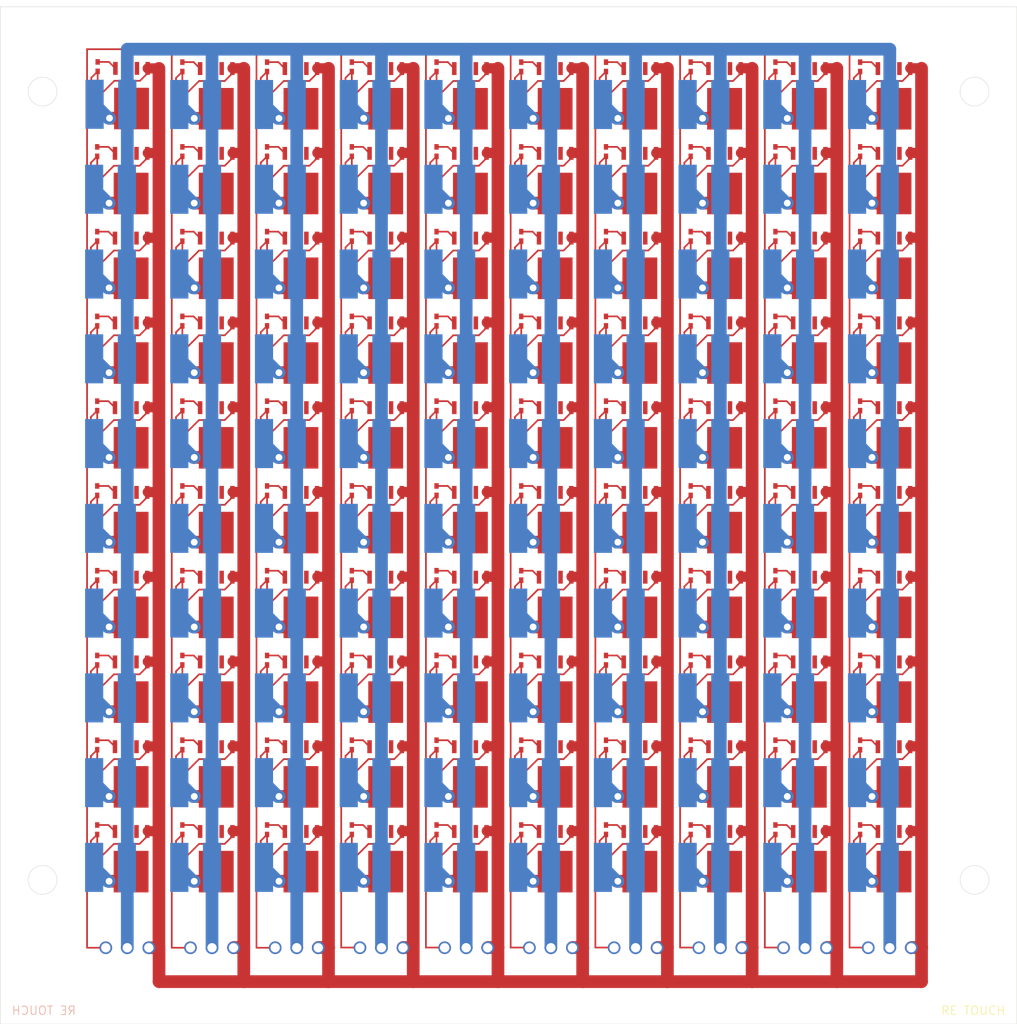
<source format=kicad_pcb>
(kicad_pcb (version 20241229) (generator "pcbnew") (generator_version "9.0")
  (layers (0 "F.Cu" signal) (2 "B.Cu" signal) (13 "F.Paste" user) (15 "B.Paste" user) (5 "F.SilkS" user "F.Silkscreen") (7 "B.SilkS" user "B.Silkscreen") (1 "F.Mask" user) (3 "B.Mask" user) (25 "Edge.Cuts" user))
  (net 0 "")
  (net 1 "+20V")
  (net 2 "Net-(Q2-D)")
  (net 3 "+10V")
  (net 4 "Net-(Q1-E)")
  (net 5 "GND")
  (net 6 "Net-(Q4-D)")
  (net 7 "Net-(Q6-D)")
  (net 8 "Net-(Q8-D)")
  (net 9 "Net-(Q10-D)")
  (net 10 "Net-(Q12-D)")
  (net 11 "Net-(Q14-D)")
  (net 12 "Net-(Q16-D)")
  (net 13 "Net-(Q18-D)")
  (net 14 "Net-(Q20-D)")
  (net 15 "Net-(Q22-D)")
  (net 16 "Net-(Q24-D)")
  (net 17 "Net-(Q26-D)")
  (net 18 "Net-(Q28-D)")
  (net 19 "Net-(Q30-D)")
  (net 20 "Net-(Q32-D)")
  (net 21 "Net-(Q34-D)")
  (net 22 "Net-(Q36-D)")
  (net 23 "Net-(Q38-D)")
  (net 24 "Net-(Q40-D)")
  (net 25 "Net-(Q42-D)")
  (net 26 "Net-(Q44-D)")
  (net 27 "Net-(Q46-D)")
  (net 28 "Net-(Q48-D)")
  (net 29 "Net-(Q50-D)")
  (net 30 "Net-(Q52-D)")
  (net 31 "Net-(Q54-D)")
  (net 32 "Net-(Q56-D)")
  (net 33 "Net-(Q58-D)")
  (net 34 "Net-(Q60-D)")
  (net 35 "Net-(Q62-D)")
  (net 36 "Net-(Q64-D)")
  (net 37 "Net-(Q66-D)")
  (net 38 "Net-(Q68-D)")
  (net 39 "Net-(Q70-D)")
  (net 40 "Net-(Q72-D)")
  (net 41 "Net-(Q74-D)")
  (net 42 "Net-(Q76-D)")
  (net 43 "Net-(Q78-D)")
  (net 44 "Net-(Q80-D)")
  (net 45 "Net-(Q82-D)")
  (net 46 "Net-(Q84-D)")
  (net 47 "Net-(Q86-D)")
  (net 48 "Net-(Q88-D)")
  (net 49 "Net-(Q90-D)")
  (net 50 "Net-(Q92-D)")
  (net 51 "Net-(Q94-D)")
  (net 52 "Net-(Q96-D)")
  (net 53 "Net-(Q98-D)")
  (net 54 "Net-(Q100-D)")
  (net 55 "Net-(Q102-D)")
  (net 56 "Net-(Q104-D)")
  (net 57 "Net-(Q106-D)")
  (net 58 "Net-(Q108-D)")
  (net 59 "Net-(Q110-D)")
  (net 60 "Net-(Q112-D)")
  (net 61 "Net-(Q114-D)")
  (net 62 "Net-(Q116-D)")
  (net 63 "Net-(Q118-D)")
  (net 64 "Net-(Q120-D)")
  (net 65 "Net-(Q122-D)")
  (net 66 "Net-(Q124-D)")
  (net 67 "Net-(Q126-D)")
  (net 68 "Net-(Q128-D)")
  (net 69 "Net-(Q130-D)")
  (net 70 "Net-(Q132-D)")
  (net 71 "Net-(Q134-D)")
  (net 72 "Net-(Q136-D)")
  (net 73 "Net-(Q138-D)")
  (net 74 "Net-(Q140-D)")
  (net 75 "Net-(Q142-D)")
  (net 76 "Net-(Q144-D)")
  (net 77 "Net-(Q146-D)")
  (net 78 "Net-(Q148-D)")
  (net 79 "Net-(Q150-D)")
  (net 80 "Net-(Q152-D)")
  (net 81 "Net-(Q154-D)")
  (net 82 "Net-(Q156-D)")
  (net 83 "Net-(Q158-D)")
  (net 84 "Net-(Q160-D)")
  (net 85 "Net-(Q162-D)")
  (net 86 "Net-(Q164-D)")
  (net 87 "Net-(Q166-D)")
  (net 88 "Net-(Q168-D)")
  (net 89 "Net-(Q170-D)")
  (net 90 "Net-(Q172-D)")
  (net 91 "Net-(Q174-D)")
  (net 92 "Net-(Q176-D)")
  (net 93 "Net-(Q178-D)")
  (net 94 "Net-(Q180-D)")
  (net 95 "Net-(Q182-D)")
  (net 96 "Net-(Q184-D)")
  (net 97 "Net-(Q186-D)")
  (net 98 "Net-(Q188-D)")
  (net 99 "Net-(Q190-D)")
  (net 100 "Net-(Q192-D)")
  (net 101 "Net-(Q194-D)")
  (net 102 "Net-(Q196-D)")
  (net 103 "Net-(Q198-D)")
  (net 104 "Net-(Q200-D)")
  (net 105 "Net-(Q3-E)")
  (net 106 "Net-(Q5-E)")
  (net 107 "Net-(Q7-E)")
  (net 108 "Net-(Q10-G)")
  (net 109 "Net-(Q11-E)")
  (net 110 "Net-(Q13-E)")
  (net 111 "Net-(Q15-E)")
  (net 112 "Net-(Q17-E)")
  (net 113 "Net-(Q19-E)")
  (net 114 "Net-(Q21-E)")
  (net 115 "Net-(Q23-E)")
  (net 116 "Net-(Q25-E)")
  (net 117 "Net-(Q27-E)")
  (net 118 "Net-(Q29-E)")
  (net 119 "Net-(Q31-E)")
  (net 120 "Net-(Q33-E)")
  (net 121 "Net-(Q35-E)")
  (net 122 "Net-(Q37-E)")
  (net 123 "Net-(Q39-E)")
  (net 124 "Net-(Q41-E)")
  (net 125 "Net-(Q43-E)")
  (net 126 "Net-(Q45-E)")
  (net 127 "Net-(Q47-E)")
  (net 128 "Net-(Q49-E)")
  (net 129 "Net-(Q51-E)")
  (net 130 "Net-(Q53-E)")
  (net 131 "Net-(Q55-E)")
  (net 132 "Net-(Q57-E)")
  (net 133 "Net-(Q59-E)")
  (net 134 "Net-(Q61-E)")
  (net 135 "Net-(Q63-E)")
  (net 136 "Net-(Q65-E)")
  (net 137 "Net-(Q67-E)")
  (net 138 "Net-(Q69-E)")
  (net 139 "Net-(Q71-E)")
  (net 140 "Net-(Q73-E)")
  (net 141 "Net-(Q75-E)")
  (net 142 "Net-(Q77-E)")
  (net 143 "Net-(Q79-E)")
  (net 144 "Net-(Q81-E)")
  (net 145 "Net-(Q83-E)")
  (net 146 "Net-(Q85-E)")
  (net 147 "Net-(Q87-E)")
  (net 148 "Net-(Q89-E)")
  (net 149 "Net-(Q91-E)")
  (net 150 "Net-(Q93-E)")
  (net 151 "Net-(Q95-E)")
  (net 152 "Net-(Q97-E)")
  (net 153 "Net-(Q100-G)")
  (net 154 "Net-(Q101-E)")
  (net 155 "Net-(Q103-E)")
  (net 156 "Net-(Q105-E)")
  (net 157 "Net-(Q107-E)")
  (net 158 "Net-(Q109-E)")
  (net 159 "Net-(Q111-E)")
  (net 160 "Net-(Q113-E)")
  (net 161 "Net-(Q115-E)")
  (net 162 "Net-(Q117-E)")
  (net 163 "Net-(Q119-E)")
  (net 164 "Net-(Q121-E)")
  (net 165 "Net-(Q123-E)")
  (net 166 "Net-(Q125-E)")
  (net 167 "Net-(Q127-E)")
  (net 168 "Net-(Q129-E)")
  (net 169 "Net-(Q131-E)")
  (net 170 "Net-(Q133-E)")
  (net 171 "Net-(Q135-E)")
  (net 172 "Net-(Q137-E)")
  (net 173 "Net-(Q139-E)")
  (net 174 "Net-(Q141-E)")
  (net 175 "Net-(Q143-E)")
  (net 176 "Net-(Q145-E)")
  (net 177 "Net-(Q147-E)")
  (net 178 "Net-(Q149-E)")
  (net 179 "Net-(Q151-E)")
  (net 180 "Net-(Q153-E)")
  (net 181 "Net-(Q155-E)")
  (net 182 "Net-(Q157-E)")
  (net 183 "Net-(Q159-E)")
  (net 184 "Net-(Q161-E)")
  (net 185 "Net-(Q163-E)")
  (net 186 "Net-(Q165-E)")
  (net 187 "Net-(Q167-E)")
  (net 188 "Net-(Q169-E)")
  (net 189 "Net-(Q171-E)")
  (net 190 "Net-(Q173-E)")
  (net 191 "Net-(Q175-E)")
  (net 192 "Net-(Q177-E)")
  (net 193 "Net-(Q179-E)")
  (net 194 "Net-(Q181-E)")
  (net 195 "Net-(Q183-E)")
  (net 196 "Net-(Q185-E)")
  (net 197 "Net-(Q187-E)")
  (net 198 "Net-(Q189-E)")
  (net 199 "Net-(Q191-E)")
  (net 200 "Net-(Q193-E)")
  (net 201 "Net-(Q195-E)")
  (net 202 "Net-(Q197-E)")
  (net 203 "Net-(Q199-E)")
  (net 404 "Net-(Q2-G)")
  (net 405 "Net-(Q4-G)")
  (net 406 "Net-(Q6-G)")
  (net 407 "Net-(Q8-G)")
  (net 408 "Net-(Q9-E)")
  (net 409 "Net-(Q12-G)")
  (net 410 "Net-(Q14-G)")
  (net 411 "Net-(Q16-G)")
  (net 412 "Net-(Q18-G)")
  (net 413 "Net-(Q20-G)")
  (net 414 "Net-(Q22-G)")
  (net 415 "Net-(Q24-G)")
  (net 416 "Net-(Q26-G)")
  (net 417 "Net-(Q28-G)")
  (net 418 "Net-(Q30-G)")
  (net 419 "Net-(Q32-G)")
  (net 420 "Net-(Q34-G)")
  (net 421 "Net-(Q36-G)")
  (net 422 "Net-(Q38-G)")
  (net 423 "Net-(Q40-G)")
  (net 424 "Net-(Q42-G)")
  (net 425 "Net-(Q44-G)")
  (net 426 "Net-(Q46-G)")
  (net 427 "Net-(Q48-G)")
  (net 428 "Net-(Q50-G)")
  (net 429 "Net-(Q52-G)")
  (net 430 "Net-(Q54-G)")
  (net 431 "Net-(Q56-G)")
  (net 432 "Net-(Q58-G)")
  (net 433 "Net-(Q60-G)")
  (net 434 "Net-(Q62-G)")
  (net 435 "Net-(Q64-G)")
  (net 436 "Net-(Q66-G)")
  (net 437 "Net-(Q68-G)")
  (net 438 "Net-(Q70-G)")
  (net 439 "Net-(Q72-G)")
  (net 440 "Net-(Q74-G)")
  (net 441 "Net-(Q76-G)")
  (net 442 "Net-(Q78-G)")
  (net 443 "Net-(Q80-G)")
  (net 444 "Net-(Q82-G)")
  (net 445 "Net-(Q84-G)")
  (net 446 "Net-(Q86-G)")
  (net 447 "Net-(Q88-G)")
  (net 448 "Net-(Q90-G)")
  (net 449 "Net-(Q92-G)")
  (net 450 "Net-(Q94-G)")
  (net 451 "Net-(Q96-G)")
  (net 452 "Net-(Q98-G)")
  (net 453 "Net-(Q99-E)")
  (net 454 "Net-(Q102-G)")
  (net 455 "Net-(Q104-G)")
  (net 456 "Net-(Q106-G)")
  (net 457 "Net-(Q108-G)")
  (net 458 "Net-(Q110-G)")
  (net 459 "Net-(Q112-G)")
  (net 460 "Net-(Q114-G)")
  (net 461 "Net-(Q116-G)")
  (net 462 "Net-(Q118-G)")
  (net 463 "Net-(Q120-G)")
  (net 464 "Net-(Q122-G)")
  (net 465 "Net-(Q124-G)")
  (net 466 "Net-(Q126-G)")
  (net 467 "Net-(Q128-G)")
  (net 468 "Net-(Q130-G)")
  (net 469 "Net-(Q132-G)")
  (net 470 "Net-(Q134-G)")
  (net 471 "Net-(Q136-G)")
  (net 472 "Net-(Q138-G)")
  (net 473 "Net-(Q140-G)")
  (net 474 "Net-(Q142-G)")
  (net 475 "Net-(Q144-G)")
  (net 476 "Net-(Q146-G)")
  (net 477 "Net-(Q148-G)")
  (net 478 "Net-(Q150-G)")
  (net 479 "Net-(Q152-G)")
  (net 480 "Net-(Q154-G)")
  (net 481 "Net-(Q156-G)")
  (net 482 "Net-(Q158-G)")
  (net 483 "Net-(Q160-G)")
  (net 484 "Net-(Q162-G)")
  (net 485 "Net-(Q164-G)")
  (net 486 "Net-(Q166-G)")
  (net 487 "Net-(Q168-G)")
  (net 488 "Net-(Q170-G)")
  (net 489 "Net-(Q172-G)")
  (net 490 "Net-(Q174-G)")
  (net 491 "Net-(Q176-G)")
  (net 492 "Net-(Q178-G)")
  (net 493 "Net-(Q180-G)")
  (net 494 "Net-(Q182-G)")
  (net 495 "Net-(Q184-G)")
  (net 496 "Net-(Q186-G)")
  (net 497 "Net-(Q188-G)")
  (net 498 "Net-(Q190-G)")
  (net 499 "Net-(Q192-G)")
  (net 500 "Net-(Q194-G)")
  (net 501 "Net-(Q196-G)")
  (net 502 "Net-(Q198-G)")
  (net 503 "Net-(Q200-G)")
  (footprint "footprints:RC0402N_YAG" (layer "F.Cu") (at 192.5 109.0821 -90)
    (property "Reference" "R164" (hide yes))
    (property "Value" "RC0402FR-07470RL")
  )
  (footprint "footprints:PowerPAK_SO-8L_3_VIS" (layer "F.Cu") (at 186.5 102.893 180)
    (property "Reference" "Q124" (hide yes))
    (property "Value" "SQJA26EP-T1_GE3")
  )
  (footprint "footprints:PowerPAK_SO-8L_3_VIS" (layer "F.Cu") (at 126.5 72.893 180)
    (property "Reference" "Q156" (hide yes))
    (property "Value" "SQJA26EP-T1_GE3")
  )
  (footprint "footprints:RC0402N_YAG" (layer "F.Cu") (at 122.5 59.0821 -90)
    (property "Reference" "R155" (hide yes))
    (property "Value" "RC0402FR-07470RL")
  )
  (footprint "footprints:RES_CRCW0402_VIS" (layer "F.Cu") (at 132.5 71.9932 -90)
    (property "Reference" "R14" (hide yes))
    (property "Value" "CRCW040250K0FKED")
  )
  (footprint "footprints:TRANS_RPM-075P_ROM" (layer "F.Cu") (at 172.25 105.0233 -90)
    (property "Reference" "Q121" (hide yes))
    (property "Value" "RPM-075PTT86")
  )
  (footprint "footprints:TRANS_RPM-075P_ROM" (layer "F.Cu") (at 152.25 65.0233 -90)
    (property "Reference" "Q187" (hide yes))
    (property "Value" "RPM-075PTT86")
  )
  (footprint "footprints:RES_CRCW0402_VIS" (layer "F.Cu") (at 122.5 81.9932 -90)
    (property "Reference" "R79" (hide yes))
    (property "Value" "CRCW040250K0FKED")
  )
  (footprint "footprints:RC0402N_YAG" (layer "F.Cu") (at 182.5 99.0821 -90)
    (property "Reference" "R162" (hide yes))
    (property "Value" "RC0402FR-07470RL")
  )
  (footprint "footprints:RC0402N_YAG" (layer "F.Cu") (at 152.5 69.0821 -90)
    (property "Reference" "R173" (hide yes))
    (property "Value" "RC0402FR-07470RL")
  )
  (footprint "footprints:RES_CRCW0402_VIS" (layer "F.Cu") (at 142.5 111.9932 -90)
    (property "Reference" "R95" (hide yes))
    (property "Value" "CRCW040250K0FKED")
  )
  (footprint "footprints:TRANS_RPM-075P_ROM" (layer "F.Cu") (at 142.25 125.0233 -90)
    (property "Reference" "Q165" (hide yes))
    (property "Value" "RPM-075PTT86")
  )
  (footprint "footprints:TRANS_RPM-075P_ROM" (layer "F.Cu") (at 122.25 105.0233 -90)
    (property "Reference" "Q59" (hide yes))
    (property "Value" "RPM-075PTT86")
  )
  (footprint "footprints:RES_CRCW0402_VIS" (layer "F.Cu") (at 202.5 61.9932 -90)
    (property "Reference" "R86" (hide yes))
    (property "Value" "CRCW040250K0FKED")
  )
  (footprint "footprints:TRANS_RPM-075P_ROM" (layer "F.Cu") (at 122.25 35.024 -90)
    (property "Reference" "Q199" (hide yes))
    (property "Value" "RPM-075PTT86")
  )
  (footprint "footprints:RES_CRCW0402_VIS" (layer "F.Cu") (at 152.5 51.9932 -90)
    (property "Reference" "R47" (hide yes))
    (property "Value" "CRCW040250K0FKED")
  )
  (footprint "footprints:PowerPAK_SO-8L_3_VIS" (layer "F.Cu") (at 146.5 62.893 180)
    (property "Reference" "Q130" (hide yes))
    (property "Value" "SQJA26EP-T1_GE3")
  )
  (footprint "footprints:RES_CRCW0402_VIS" (layer "F.Cu") (at 162.5 71.9932 -90)
    (property "Reference" "R67" (hide yes))
    (property "Value" "CRCW040250K0FKED")
  )
  (footprint "footprints:PowerPAK_SO-8L_3_VIS" (layer "F.Cu") (at 196.5 112.893 180)
    (property "Reference" "Q128" (hide yes))
    (property "Value" "SQJA26EP-T1_GE3")
  )
  (footprint "footprints:TRANS_RPM-075P_ROM" (layer "F.Cu") (at 192.25 105.0233 -90)
    (property "Reference" "Q131" (hide yes))
    (property "Value" "RPM-075PTT86")
  )
  (footprint "footprints:PowerPAK_SO-8L_3_VIS" (layer "F.Cu") (at 156.5 42.893 180)
    (property "Reference" "Q194" (hide yes))
    (property "Value" "SQJA26EP-T1_GE3")
  )
  (footprint "footprints:RC0402N_YAG" (layer "F.Cu") (at 132.5 119.0821 -90)
    (property "Reference" "R199" (hide yes))
    (property "Value" "RC0402FR-07470RL")
  )
  (footprint "footprints:RC0402N_YAG" (layer "F.Cu") (at 192.5 59.0821 -90)
    (property "Reference" "R124" (hide yes))
    (property "Value" "RC0402FR-07470RL")
  )
  (footprint "footprints:RC0402N_YAG" (layer "F.Cu") (at 132.5 39.0821 -90)
    (property "Reference" "R131" (hide yes))
    (property "Value" "RC0402FR-07470RL")
  )
  (footprint "footprints:PowerPAK_SO-8L_3_VIS" (layer "F.Cu") (at 166.5 122.893 180)
    (property "Reference" "Q100" (hide yes))
    (property "Value" "SQJA26EP-T1_GE3")
  )
  (footprint "footprints:RES_CRCW0402_VIS" (layer "F.Cu") (at 202.5 121.9932 -90)
    (property "Reference" "R80" (hide yes))
    (property "Value" "CRCW040250K0FKED")
  )
  (footprint "footprints:RES_CRCW0402_VIS" (layer "F.Cu") (at 202.5 31.9939 -90)
    (property "Reference" "R46" (hide yes))
    (property "Value" "CRCW040250K0FKED")
  )
  (footprint "footprints:PowerPAK_SO-8L_3_VIS" (layer "F.Cu") (at 206.5 82.893 180)
    (property "Reference" "Q44" (hide yes))
    (property "Value" "SQJA26EP-T1_GE3")
  )
  (footprint "footprints:TRANS_RPM-075P_ROM" (layer "F.Cu") (at 112.200001 105.0233 -90)
    (property "Reference" "Q95" (hide yes))
    (property "Value" "RPM-075PTT86")
  )
  (footprint "footprints:RES_CRCW0402_VIS" (layer "F.Cu") (at 202.5 81.9932 -90)
    (property "Reference" "R22" (hide yes))
    (property "Value" "CRCW040250K0FKED")
  )
  (footprint "footprints:TRANS_RPM-075P_ROM" (layer "F.Cu") (at 152.25 55.0233 -90)
    (property "Reference" "Q93" (hide yes))
    (property "Value" "RPM-075PTT86")
  )
  (footprint "footprints:RES_CRCW0402_VIS" (layer "F.Cu") (at 162.5 61.9932 -90)
    (property "Reference" "R59" (hide yes))
    (property "Value" "CRCW040250K0FKED")
  )
  (footprint "footprints:RC0402N_YAG" (layer "F.Cu") (at 112.450001 99.0821 -90)
    (property "Reference" "R148" (hide yes))
    (property "Value" "RC0402FR-07470RL")
  )
  (footprint "footprints:RC0402N_YAG" (layer "F.Cu") (at 112.450001 49.0821 -90)
    (property "Reference" "R104" (hide yes))
    (property "Value" "RC0402FR-07470RL")
  )
  (footprint "footprints:TRANS_RPM-075P_ROM" (layer "F.Cu") (at 202.25 95.0233 -90)
    (property "Reference" "Q135" (hide yes))
    (property "Value" "RPM-075PTT86")
  )
  (footprint "footprints:TRANS_RPM-075P_ROM" (layer "F.Cu") (at 172.25 95.0233 -90)
    (property "Reference" "Q89" (hide yes))
    (property "Value" "RPM-075PTT86")
  )
  (footprint "footprints:PowerPAK_SO-8L_3_VIS" (layer "F.Cu") (at 206.5 32.8937 180)
    (property "Reference" "Q92" (hide yes))
    (property "Value" "SQJA26EP-T1_GE3")
  )
  (footprint "footprints:RC0402N_YAG" (layer "F.Cu") (at 182.5 89.0821 -90)
    (property "Reference" "R141" (hide yes))
    (property "Value" "RC0402FR-07470RL")
  )
  (footprint "footprints:RC0402N_YAG" (layer "F.Cu") (at 192.5 29.0828 -90)
    (property "Reference" "R121" (hide yes))
    (property "Value" "RC0402FR-07470RL")
  )
  (footprint "footprints:RC0402N_YAG" (layer "F.Cu") (at 192.5 99.0821 -90)
    (property "Reference" "R166" (hide yes))
    (property "Value" "RC0402FR-07470RL")
  )
  (footprint "footprints:RES_CRCW0402_VIS" (layer "F.Cu") (at 122.5 51.9932 -90)
    (property "Reference" "R8" (hide yes))
    (property "Value" "CRCW040250K0FKED")
  )
  (footprint "footprints:TRANS_RPM-075P_ROM" (layer "F.Cu") (at 162.25 115.0233 -90)
    (property "Reference" "Q19" (hide yes))
    (property "Value" "RPM-075PTT86")
  )
  (footprint "footprints:PowerPAK_SO-8L_3_VIS" (layer "F.Cu") (at 166.5 72.893 180)
    (property "Reference" "Q134" (hide yes))
    (property "Value" "SQJA26EP-T1_GE3")
  )
  (footprint "footprints:PowerPAK_SO-8L_3_VIS" (layer "F.Cu") (at 146.5 82.893 180)
    (property "Reference" "Q86" (hide yes))
    (property "Value" "SQJA26EP-T1_GE3")
  )
  (footprint "footprints:RC0402N_YAG" (layer "F.Cu") (at 112.450001 59.0821 -90)
    (property "Reference" "R174" (hide yes))
    (property "Value" "RC0402FR-07470RL")
  )
  (footprint "footprints:TRANS_RPM-075P_ROM" (layer "F.Cu") (at 132.25 85.0233 -90)
    (property "Reference" "Q9" (hide yes))
    (property "Value" "RPM-075PTT86")
  )
  (footprint "footprints:RC0402N_YAG" (layer "F.Cu") (at 112.450001 109.0821 -90)
    (property "Reference" "R101" (hide yes))
    (property "Value" "RC0402FR-07470RL")
  )
  (footprint "footprints:TRANS_RPM-075P_ROM" (layer "F.Cu") (at 202.25 85.0233 -90)
    (property "Reference" "Q43" (hide yes))
    (property "Value" "RPM-075PTT86")
  )
  (footprint "footprints:TRANS_RPM-075P_ROM" (layer "F.Cu") (at 142.25 45.0233 -90)
    (property "Reference" "Q13" (hide yes))
    (property "Value" "RPM-075PTT86")
  )
  (footprint "footprints:RES_CRCW0402_VIS" (layer "F.Cu") (at 122.5 91.9932 -90)
    (property "Reference" "R54" (hide yes))
    (property "Value" "CRCW040250K0FKED")
  )
  (footprint "footprints:RES_CRCW0402_VIS" (layer "F.Cu") (at 142.5 121.9932 -90)
    (property "Reference" "R83" (hide yes))
    (property "Value" "CRCW040250K0FKED")
  )
  (footprint "footprints:TRANS_RPM-075P_ROM" (layer "F.Cu") (at 112.200001 75.0233 -90)
    (property "Reference" "Q139" (hide yes))
    (property "Value" "RPM-075PTT86")
  )
  (footprint "footprints:RC0402N_YAG" (layer "F.Cu") (at 152.5 29.0828 -90)
    (property "Reference" "R120" (hide yes))
    (property "Value" "RC0402FR-07470RL")
  )
  (footprint "footprints:RES_CRCW0402_VIS" (layer "F.Cu") (at 172.5 81.9932 -90)
    (property "Reference" "R89" (hide yes))
    (property "Value" "CRCW040250K0FKED")
  )
  (footprint "footprints:RES_CRCW0402_VIS" (layer "F.Cu") (at 152.5 41.9932 -90)
    (property "Reference" "R97" (hide yes))
    (property "Value" "CRCW040250K0FKED")
  )
  (footprint "footprints:PowerPAK_SO-8L_3_VIS" (layer "F.Cu") (at 146.5 102.893 180)
    (property "Reference" "Q56" (hide yes))
    (property "Value" "SQJA26EP-T1_GE3")
  )
  (footprint "footprints:RES_CRCW0402_VIS" (layer "F.Cu") (at 192.5 41.9932 -90)
    (property "Reference" "R44" (hide yes))
    (property "Value" "CRCW040250K0FKED")
  )
  (footprint "footprints:RES_CRCW0402_VIS" (layer "F.Cu") (at 142.5 71.9932 -90)
    (property "Reference" "R34" (hide yes))
    (property "Value" "CRCW040250K0FKED")
  )
  (footprint "footprints:TRANS_RPM-075P_ROM" (layer "F.Cu") (at 122.25 115.0233 -90)
    (property "Reference" "Q179" (hide yes))
    (property "Value" "RPM-075PTT86")
  )
  (footprint "footprints:RES_CRCW0402_VIS" (layer "F.Cu") (at 132.5 91.9932 -90)
    (property "Reference" "R15" (hide yes))
    (property "Value" "CRCW040250K0FKED")
  )
  (footprint "footprints:RES_CRCW0402_VIS" (layer "F.Cu") (at 202.5 91.9932 -90)
    (property "Reference" "R68" (hide yes))
    (property "Value" "CRCW040250K0FKED")
  )
  (footprint "footprints:PowerPAK_SO-8L_3_VIS" (layer "F.Cu") (at 206.5 92.893 180)
    (property "Reference" "Q136" (hide yes))
    (property "Value" "SQJA26EP-T1_GE3")
  )
  (footprint "footprints:RES_CRCW0402_VIS" (layer "F.Cu") (at 122.5 71.9932 -90)
    (property "Reference" "R78" (hide yes))
    (property "Value" "CRCW040250K0FKED")
  )
  (footprint "footprints:PowerPAK_SO-8L_3_VIS" (layer "F.Cu") (at 196.5 52.893 180)
    (property "Reference" "Q150" (hide yes))
    (property "Value" "SQJA26EP-T1_GE3")
  )
  (footprint "footprints:PowerPAK_SO-8L_3_VIS" (layer "F.Cu") (at 116.450001 42.893 180)
    (property "Reference" "Q80" (hide yes))
    (property "Value" "SQJA26EP-T1_GE3")
  )
  (footprint "footprints:PowerPAK_SO-8L_3_VIS" (layer "F.Cu") (at 176.5 42.893 180)
    (property "Reference" "Q152" (hide yes))
    (property "Value" "SQJA26EP-T1_GE3")
  )
  (footprint "footprints:TRANS_RPM-075P_ROM" (layer "F.Cu") (at 182.25 45.0233 -90)
    (property "Reference" "Q57" (hide yes))
    (property "Value" "RPM-075PTT86")
  )
  (footprint "footprints:RC0402N_YAG" (layer "F.Cu") (at 122.5 39.0821 -90)
    (property "Reference" "R125" (hide yes))
    (property "Value" "RC0402FR-07470RL")
  )
  (footprint "footprints:TRANS_RPM-075P_ROM" (layer "F.Cu") (at 202.25 55.0233 -90)
    (property "Reference" "Q167" (hide yes))
    (property "Value" "RPM-075PTT86")
  )
  (footprint "footprints:TRANS_RPM-075P_ROM" (layer "F.Cu") (at 162.25 95.0233 -90)
    (property "Reference" "Q183" (hide yes))
    (property "Value" "RPM-075PTT86")
  )
  (footprint "footprints:PowerPAK_SO-8L_3_VIS" (layer "F.Cu") (at 186.5 82.893 180)
    (property "Reference" "Q114" (hide yes))
    (property "Value" "SQJA26EP-T1_GE3")
  )
  (footprint "footprints:RES_CRCW0402_VIS" (layer "F.Cu") (at 202.5 111.9932 -90)
    (property "Reference" "R37" (hide yes))
    (property "Value" "CRCW040250K0FKED")
  )
  (footprint "footprints:TRANS_RPM-075P_ROM" (layer "F.Cu") (at 122.25 75.0233 -90)
    (property "Reference" "Q155" (hide yes))
    (property "Value" "RPM-075PTT86")
  )
  (footprint "footprints:RES_CRCW0402_VIS" (layer "F.Cu") (at 182.5 61.9932 -90)
    (property "Reference" "R35" (hide yes))
    (property "Value" "CRCW040250K0FKED")
  )
  (footprint "footprints:PowerPAK_SO-8L_3_VIS" (layer "F.Cu") (at 146.5 52.893 180)
    (property "Reference" "Q104" (hide yes))
    (property "Value" "SQJA26EP-T1_GE3")
  )
  (footprint "footprints:RES_CRCW0402_VIS" (layer "F.Cu") (at 172.5 121.9932 -90)
    (property "Reference" "R53" (hide yes))
    (property "Value" "CRCW040250K0FKED")
  )
  (footprint "footprints:RES_CRCW0402_VIS" (layer "F.Cu") (at 172.5 41.9932 -90)
    (property "Reference" "R76" (hide yes))
    (property "Value" "CRCW040250K0FKED")
  )
  (footprint "footprints:TRANS_RPM-075P_ROM" (layer "F.Cu") (at 182.25 115.0233 -90)
    (property "Reference" "Q101" (hide yes))
    (property "Value" "RPM-075PTT86")
  )
  (footprint "footprints:TRANS_RPM-075P_ROM" (layer "F.Cu") (at 182.25 95.0233 -90)
    (property "Reference" "Q81" (hide yes))
    (property "Value" "RPM-075PTT86")
  )
  (footprint "footprints:PowerPAK_SO-8L_3_VIS" (layer "F.Cu") (at 136.5 32.8937 180)
    (property "Reference" "Q4" (hide yes))
    (property "Value" "SQJA26EP-T1_GE3")
  )
  (footprint "footprints:RES_CRCW0402_VIS" (layer "F.Cu") (at 152.5 111.9932 -90)
    (property "Reference" "R33" (hide yes))
    (property "Value" "CRCW040250K0FKED")
  )
  (footprint "footprints:PowerPAK_SO-8L_3_VIS" (layer "F.Cu") (at 126.5 32.8937 180)
    (property "Reference" "Q200" (hide yes))
    (property "Value" "SQJA26EP-T1_GE3")
  )
  (footprint "footprints:RC0402N_YAG" (layer "F.Cu") (at 142.5 79.0821 -90)
    (property "Reference" "R143" (hide yes))
    (property "Value" "RC0402FR-07470RL")
  )
  (footprint "footprints:TRANS_RPM-075P_ROM" (layer "F.Cu") (at 152.25 45.0233 -90)
    (property "Reference" "Q193" (hide yes))
    (property "Value" "RPM-075PTT86")
  )
  (footprint "footprints:RC0402N_YAG" (layer "F.Cu") (at 172.5 49.0821 -90)
    (property "Reference" "R191" (hide yes))
    (property "Value" "RC0402FR-07470RL")
  )
  (footprint "footprints:TRANS_RPM-075P_ROM" (layer "F.Cu") (at 192.25 125.0233 -90)
    (property "Reference" "Q115" (hide yes))
    (property "Value" "RPM-075PTT86")
  )
  (footprint "footprints:TRANS_RPM-075P_ROM" (layer "F.Cu") (at 202.25 45.0233 -90)
    (property "Reference" "Q51" (hide yes))
    (property "Value" "RPM-075PTT86")
  )
  (footprint "footprints:RC0402N_YAG" (layer "F.Cu") (at 172.5 79.0821 -90)
    (property "Reference" "R189" (hide yes))
    (property "Value" "RC0402FR-07470RL")
  )
  (footprint "footprints:RES_CRCW0402_VIS" (layer "F.Cu") (at 182.5 71.9932 -90)
    (property "Reference" "R6" (hide yes))
    (property "Value" "CRCW040250K0FKED")
  )
  (footprint "footprints:RES_CRCW0402_VIS" (layer "F.Cu") (at 182.5 31.9939 -90)
    (property "Reference" "R81" (hide yes))
    (property "Value" "CRCW040250K0FKED")
  )
  (footprint "footprints:PowerPAK_SO-8L_3_VIS" (layer "F.Cu") (at 206.5 52.893 180)
    (property "Reference" "Q168" (hide yes))
    (property "Value" "SQJA26EP-T1_GE3")
  )
  (footprint "footprints:RC0402N_YAG" (layer "F.Cu") (at 182.5 109.0821 -90)
    (property "Reference" "R151" (hide yes))
    (property "Value" "RC0402FR-07470RL")
  )
  (footprint "footprints:RES_CRCW0402_VIS" (layer "F.Cu") (at 112.450001 111.9932 -90)
    (property "Reference" "R1" (hide yes))
    (property "Value" "CRCW040250K0FKED")
  )
  (footprint "footprints:PowerPAK_SO-8L_3_VIS" (layer "F.Cu") (at 196.5 62.893 180)
    (property "Reference" "Q48" (hide yes))
    (property "Value" "SQJA26EP-T1_GE3")
  )
  (footprint "footprints:RES_CRCW0402_VIS" (layer "F.Cu") (at 172.5 51.9932 -90)
    (property "Reference" "R91" (hide yes))
    (property "Value" "CRCW040250K0FKED")
  )
  (footprint "footprints:PowerPAK_SO-8L_3_VIS" (layer "F.Cu") (at 116.450001 102.893 180)
    (property "Reference" "Q96" (hide yes))
    (property "Value" "SQJA26EP-T1_GE3")
  )
  (footprint "footprints:TRANS_RPM-075P_ROM" (layer "F.Cu") (at 162.25 55.0233 -90)
    (property "Reference" "Q83" (hide yes))
    (property "Value" "RPM-075PTT86")
  )
  (footprint "footprints:TRANS_RPM-075P_ROM" (layer "F.Cu") (at 162.25 65.0233 -90)
    (property "Reference" "Q117" (hide yes))
    (property "Value" "RPM-075PTT86")
  )
  (footprint "footprints:RES_CRCW0402_VIS" (layer "F.Cu") (at 162.5 91.9932 -90)
    (property "Reference" "R92" (hide yes))
    (property "Value" "CRCW040250K0FKED")
  )
  (footprint "footprints:RES_CRCW0402_VIS" (layer "F.Cu") (at 192.5 111.9932 -90)
    (property "Reference" "R64" (hide yes))
    (property "Value" "CRCW040250K0FKED")
  )
  (footprint "footprints:RC0402N_YAG" (layer "F.Cu") (at 202.5 119.0821 -90)
    (property "Reference" "R180" (hide yes))
    (property "Value" "RC0402FR-07470RL")
  )
  (footprint "footprints:TRANS_RPM-075P_ROM" (layer "F.Cu") (at 192.25 35.024 -90)
    (property "Reference" "Q41" (hide yes))
    (property "Value" "RPM-075PTT86")
  )
  (footprint "footprints:TRANS_RPM-075P_ROM" (layer "F.Cu") (at 162.25 125.0233 -90)
    (property "Reference" "Q99" (hide yes))
    (property "Value" "RPM-075PTT86")
  )
  (footprint "footprints:RC0402N_YAG" (layer "F.Cu") (at 162.5 59.0821 -90)
    (property "Reference" "R159" (hide yes))
    (property "Value" "RC0402FR-07470RL")
  )
  (footprint "footprints:PowerPAK_SO-8L_3_VIS" (layer "F.Cu") (at 126.5 42.893 180)
    (property "Reference" "Q50" (hide yes))
    (property "Value" "SQJA26EP-T1_GE3")
  )
  (footprint "footprints:PowerPAK_SO-8L_3_VIS" (layer "F.Cu") (at 126.5 62.893 180)
    (property "Reference" "Q110" (hide yes))
    (property "Value" "SQJA26EP-T1_GE3")
  )
  (footprint "footprints:PowerPAK_SO-8L_3_VIS" (layer "F.Cu") (at 166.5 42.893 180)
    (property "Reference" "Q120" (hide yes))
    (property "Value" "SQJA26EP-T1_GE3")
  )
  (footprint "footprints:RC0402N_YAG" (layer "F.Cu") (at 112.450001 39.0821 -90)
    (property "Reference" "R140" (hide yes))
    (property "Value" "RC0402FR-07470RL")
  )
  (footprint "footprints:PowerPAK_SO-8L_3_VIS" (layer "F.Cu") (at 166.5 32.8937 180)
    (property "Reference" "Q76" (hide yes))
    (property "Value" "SQJA26EP-T1_GE3")
  )
  (footprint "footprints:RC0402N_YAG" (layer "F.Cu") (at 122.5 69.0821 -90)
    (property "Reference" "R178" (hide yes))
    (property "Value" "RC0402FR-07470RL")
  )
  (footprint "footprints:RES_CRCW0402_VIS" (layer "F.Cu") (at 182.5 91.9932 -90)
    (property "Reference" "R41" (hide yes))
    (property "Value" "CRCW040250K0FKED")
  )
  (footprint "footprints:RC0402N_YAG" (layer "F.Cu") (at 202.5 59.0821 -90)
    (property "Reference" "R186" (hide yes))
    (property "Value" "RC0402FR-07470RL")
  )
  (footprint "footprints:TRANS_RPM-075P_ROM" (layer "F.Cu") (at 172.25 75.0233 -90)
    (property "Reference" "Q191" (hide yes))
    (property "Value" "RPM-075PTT86")
  )
  (footprint "footprints:TRANS_RPM-075P_ROM" (layer "F.Cu") (at 132.25 125.0233 -90)
    (property "Reference" "Q197" (hide yes))
    (property "Value" "RPM-075PTT86")
  )
  (footprint "footprints:TRANS_RPM-075P_ROM" (layer "F.Cu") (at 132.25 75.0233 -90)
    (property "Reference" "Q27" (hide yes))
    (property "Value" "RPM-075PTT86")
  )
  (footprint "footprints:RES_CRCW0402_VIS" (layer "F.Cu") (at 152.5 31.9939 -90)
    (property "Reference" "R20" (hide yes))
    (property "Value" "CRCW040250K0FKED")
  )
  (footprint "footprints:TRANS_RPM-075P_ROM" (layer "F.Cu") (at 122.25 45.0233 -90)
    (property "Reference" "Q49" (hide yes))
    (property "Value" "RPM-075PTT86")
  )
  (footprint "footprints:RC0402N_YAG" (layer "F.Cu") (at 192.5 39.0821 -90)
    (property "Reference" "R144" (hide yes))
    (property "Value" "RC0402FR-07470RL")
  )
  (footprint "footprints:PowerPAK_SO-8L_3_VIS" (layer "F.Cu") (at 186.5 92.893 180)
    (property "Reference" "Q82" (hide yes))
    (property "Value" "SQJA26EP-T1_GE3")
  )
  (footprint "footprints:RC0402N_YAG" (layer "F.Cu") (at 132.5 49.0821 -90)
    (property "Reference" "R111" (hide yes))
    (property "Value" "RC0402FR-07470RL")
  )
  (footprint "footprints:RC0402N_YAG" (layer "F.Cu") (at 142.5 99.0821 -90)
    (property "Reference" "R128" (hide yes))
    (property "Value" "RC0402FR-07470RL")
  )
  (footprint "footprints:RC0402N_YAG" (layer "F.Cu") (at 162.5 69.0821 -90)
    (property "Reference" "R167" (hide yes))
    (property "Value" "RC0402FR-07470RL")
  )
  (footprint "footprints:RES_CRCW0402_VIS" (layer "F.Cu") (at 182.5 121.9932 -90)
    (property "Reference" "R27" (hide yes))
    (property "Value" "CRCW040250K0FKED")
  )
  (footprint "footprints:TRANS_RPM-075P_ROM" (layer "F.Cu") (at 172.25 45.0233 -90)
    (property "Reference" "Q151" (hide yes))
    (property "Value" "RPM-075PTT86")
  )
  (footprint "footprints:RES_CRCW0402_VIS" (layer "F.Cu") (at 132.5 61.9932 -90)
    (property "Reference" "R88" (hide yes))
    (property "Value" "CRCW040250K0FKED")
  )
  (footprint "footprints:TRANS_RPM-075P_ROM" (layer "F.Cu") (at 172.25 85.0233 -90)
    (property "Reference" "Q177" (hide yes))
    (property "Value" "RPM-075PTT86")
  )
  (footprint "footprints:TRANS_RPM-075P_ROM" (layer "F.Cu") (at 142.25 55.0233 -90)
    (property "Reference" "Q103" (hide yes))
    (property "Value" "RPM-075PTT86")
  )
  (footprint "footprints:RES_CRCW0402_VIS" (layer "F.Cu") (at 182.5 111.9932 -90)
    (property "Reference" "R51" (hide yes))
    (property "Value" "CRCW040250K0FKED")
  )
  (footprint "footprints:RES_CRCW0402_VIS" (layer "F.Cu") (at 162.5 111.9932 -90)
    (property "Reference" "R10" (hide yes))
    (property "Value" "CRCW040250K0FKED")
  )
  (footprint "footprints:PowerPAK_SO-8L_3_VIS" (layer "F.Cu") (at 136.5 122.893 180)
    (property "Reference" "Q198" (hide yes))
    (property "Value" "SQJA26EP-T1_GE3")
  )
  (footprint "footprints:PowerPAK_SO-8L_3_VIS" (layer "F.Cu") (at 116.450001 52.893 180)
    (property "Reference" "Q8" (hide yes))
    (property "Value" "SQJA26EP-T1_GE3")
  )
  (footprint "footprints:RC0402N_YAG" (layer "F.Cu") (at 182.5 79.0821 -90)
    (property "Reference" "R157" (hide yes))
    (property "Value" "RC0402FR-07470RL")
  )
  (footprint "footprints:RC0402N_YAG" (layer "F.Cu") (at 152.5 49.0821 -90)
    (property "Reference" "R147" (hide yes))
    (property "Value" "RC0402FR-07470RL")
  )
  (footprint "footprints:RES_CRCW0402_VIS" (layer "F.Cu") (at 192.5 31.9939 -90)
    (property "Reference" "R21" (hide yes))
    (property "Value" "CRCW040250K0FKED")
  )
  (footprint "footprints:TRANS_RPM-075P_ROM" (layer "F.Cu") (at 192.25 75.0233 -90)
    (property "Reference" "Q163" (hide yes))
    (property "Value" "RPM-075PTT86")
  )
  (footprint "footprints:PowerPAK_SO-8L_3_VIS" (layer "F.Cu") (at 136.5 42.893 180)
    (property "Reference" "Q62" (hide yes))
    (property "Value" "SQJA26EP-T1_GE3")
  )
  (footprint "footprints:TRANS_RPM-075P_ROM" (layer "F.Cu") (at 172.25 65.0233 -90)
    (property "Reference" "Q33" (hide yes))
    (property "Value" "RPM-075PTT86")
  )
  (footprint "footprints:TRANS_RPM-075P_ROM" (layer "F.Cu") (at 122.25 95.0233 -90)
    (property "Reference" "Q107" (hide yes))
    (property "Value" "RPM-075PTT86")
  )
  (footprint "footprints:TRANS_RPM-075P_ROM" (layer "F.Cu") (at 142.25 105.0233 -90)
    (property "Reference" "Q55" (hide yes))
    (property "Value" "RPM-075PTT86")
  )
  (footprint "footprints:PowerPAK_SO-8L_3_VIS" (layer "F.Cu") (at 206.5 112.893 180)
    (property "Reference" "Q74" (hide yes))
    (property "Value" "SQJA26EP-T1_GE3")
  )
  (footprint "footprints:TRANS_RPM-075P_ROM" (layer "F.Cu") (at 122.25 55.0233 -90)
    (property "Reference" "Q15" (hide yes))
    (property "Value" "RPM-075PTT86")
  )
  (footprint "footprints:TRANS_RPM-075P_ROM" (layer "F.Cu") (at 162.25 35.024 -90)
    (property "Reference" "Q75" (hide yes))
    (property "Value" "RPM-075PTT86")
  )
  (footprint "footprints:RES_CRCW0402_VIS" (layer "F.Cu") (at 122.5 41.9932 -90)
    (property "Reference" "R25" (hide yes))
    (property "Value" "CRCW040250K0FKED")
  )
  (footprint "footprints:RC0402N_YAG" (layer "F.Cu") (at 192.5 49.0821 -90)
    (property "Reference" "R175" (hide yes))
    (property "Value" "RC0402FR-07470RL")
  )
  (footprint "footprints:RC0402N_YAG" (layer "F.Cu") (at 162.5 109.0821 -90)
    (property "Reference" "R110" (hide yes))
    (property "Value" "RC0402FR-07470RL")
  )
  (footprint "footprints:PowerPAK_SO-8L_3_VIS" (layer "F.Cu") (at 116.450001 122.893 180)
    (property "Reference" "Q6" (hide yes))
    (property "Value" "SQJA26EP-T1_GE3")
  )
  (footprint "footprints:PowerPAK_SO-8L_3_VIS" (layer "F.Cu") (at 126.5 52.893 180)
    (property "Reference" "Q16" (hide yes))
    (property "Value" "SQJA26EP-T1_GE3")
  )
  (footprint "footprints:PowerPAK_SO-8L_3_VIS" (layer "F.Cu") (at 166.5 102.893 180)
    (property "Reference" "Q174" (hide yes))
    (property "Value" "SQJA26EP-T1_GE3")
  )
  (footprint "footprints:TRANS_RPM-075P_ROM" (layer "F.Cu") (at 202.25 65.0233 -90)
    (property "Reference" "Q171" (hide yes))
    (property "Value" "RPM-075PTT86")
  )
  (footprint "footprints:RC0402N_YAG" (layer "F.Cu") (at 182.5 49.0821 -90)
    (property "Reference" "R185" (hide yes))
    (property "Value" "RC0402FR-07470RL")
  )
  (footprint "footprints:RES_CRCW0402_VIS" (layer "F.Cu") (at 152.5 71.9932 -90)
    (property "Reference" "R73" (hide yes))
    (property "Value" "CRCW040250K0FKED")
  )
  (footprint "footprints:PowerPAK_SO-8L_3_VIS" (layer "F.Cu") (at 116.450001 72.893 180)
    (property "Reference" "Q140" (hide yes))
    (property "Value" "SQJA26EP-T1_GE3")
  )
  (footprint "footprints:RES_CRCW0402_VIS" (layer "F.Cu") (at 152.5 101.9932 -90)
    (property "Reference" "R23" (hide yes))
    (property "Value" "CRCW040250K0FKED")
  )
  (footprint "footprints:RC0402N_YAG" (layer "F.Cu") (at 152.5 109.0821 -90)
    (property "Reference" "R133" (hide yes))
    (property "Value" "RC0402FR-07470RL")
  )
  (footprint "footprints:RES_CRCW0402_VIS" (layer "F.Cu") (at 142.5 91.9932 -90)
    (property "Reference" "R69" (hide yes))
    (property "Value" "CRCW040250K0FKED")
  )
  (footprint "footprints:TRANS_RPM-075P_ROM" (layer "F.Cu") (at 152.25 125.0233 -90)
    (property "Reference" "Q185" (hide yes))
    (property "Value" "RPM-075PTT86")
  )
  (footprint "footprints:PowerPAK_SO-8L_3_VIS" (layer "F.Cu") (at 176.5 82.893 180)
    (property "Reference" "Q178" (hide yes))
    (property "Value" "SQJA26EP-T1_GE3")
  )
  (footprint "footprints:RES_CRCW0402_VIS" (layer "F.Cu") (at 112.450001 61.9932 -90)
    (property "Reference" "R74" (hide yes))
    (property "Value" "CRCW040250K0FKED")
  )
  (footprint "footprints:RC0402N_YAG" (layer "F.Cu") (at 112.450001 69.0821 -90)
    (property "Reference" "R170" (hide yes))
    (property "Value" "RC0402FR-07470RL")
  )
  (footprint "footprints:TRANS_RPM-075P_ROM" (layer "F.Cu") (at 132.25 95.0233 -90)
    (property "Reference" "Q29" (hide yes))
    (property "Value" "RPM-075PTT86")
  )
  (footprint "footprints:RC0402N_YAG" (layer "F.Cu") (at 142.5 89.0821 -90)
    (property "Reference" "R169" (hide yes))
    (property "Value" "RC0402FR-07470RL")
  )
  (footprint "footprints:RES_CRCW0402_VIS" (layer "F.Cu") (at 162.5 51.9932 -90)
    (property "Reference" "R42" (hide yes))
    (property "Value" "CRCW040250K0FKED")
  )
  (footprint "footprints:TRANS_RPM-075P_ROM" (layer "F.Cu") (at 162.25 45.0233 -90)
    (property "Reference" "Q119" (hide yes))
    (property "Value" "RPM-075PTT86")
  )
  (footprint "footprints:TRANS_RPM-075P_ROM" (layer "F.Cu") (at 182.25 105.0233 -90)
    (property "Reference" "Q123" (hide yes))
    (property "Value" "RPM-075PTT86")
  )
  (footprint "footprints:RC0402N_YAG" (layer "F.Cu") (at 112.450001 79.0821 -90)
    (property "Reference" "R177" (hide yes))
    (property "Value" "RC0402FR-07470RL")
  )
  (footprint "footprints:TRANS_RPM-075P_ROM" (layer "F.Cu") (at 202.25 115.0233 -90)
    (property "Reference" "Q73" (hide yes))
    (property "Value" "RPM-075PTT86")
  )
  (footprint "footprints:PowerPAK_SO-8L_3_VIS" (layer "F.Cu") (at 186.5 62.893 180)
    (property "Reference" "Q70" (hide yes))
    (property "Value" "SQJA26EP-T1_GE3")
  )
  (footprint "footprints:RES_CRCW0402_VIS" (layer "F.Cu") (at 132.5 121.9932 -90)
    (property "Reference" "R99" (hide yes))
    (property "Value" "CRCW040250K0FKED")
  )
  (footprint "footprints:TRANS_RPM-075P_ROM" (layer "F.Cu") (at 162.25 85.0233 -90)
    (property "Reference" "Q77" (hide yes))
    (property "Value" "RPM-075PTT86")
  )
  (footprint "footprints:PowerPAK_SO-8L_3_VIS" (layer "F.Cu") (at 156.5 82.893 180)
    (property "Reference" "Q72" (hide yes))
    (property "Value" "SQJA26EP-T1_GE3")
  )
  (footprint "footprints:RC0402N_YAG" (layer "F.Cu") (at 172.5 39.0821 -90)
    (property "Reference" "R176" (hide yes))
    (property "Value" "RC0402FR-07470RL")
  )
  (footprint "footprints:RC0402N_YAG" (layer "F.Cu") (at 182.5 119.0821 -90)
    (property "Reference" "R127" (hide yes))
    (property "Value" "RC0402FR-07470RL")
  )
  (footprint "footprints:PowerPAK_SO-8L_3_VIS" (layer "F.Cu") (at 136.5 102.893 180)
    (property "Reference" "Q144" (hide yes))
    (property "Value" "SQJA26EP-T1_GE3")
  )
  (footprint "footprints:PowerPAK_SO-8L_3_VIS" (layer "F.Cu") (at 206.5 102.893 180)
    (property "Reference" "Q26" (hide yes))
    (property "Value" "SQJA26EP-T1_GE3")
  )
  (footprint "footprints:RC0402N_YAG" (layer "F.Cu") (at 152.5 99.0821 -90)
    (property "Reference" "R123" (hide yes))
    (property "Value" "RC0402FR-07470RL")
  )
  (footprint "footprints:RES_CRCW0402_VIS" (layer "F.Cu") (at 132.5 41.9932 -90)
    (property "Reference" "R31" (hide yes))
    (property "Value" "CRCW040250K0FKED")
  )
  (footprint "footprints:RES_CRCW0402_VIS" (layer "F.Cu") (at 132.5 31.9939 -90)
    (property "Reference" "R2" (hide yes))
    (property "Value" "CRCW040250K0FKED")
  )
  (footprint "footprints:RES_CRCW0402_VIS" (layer "F.Cu") (at 132.5 51.9932 -90)
    (property "Reference" "R11" (hide yes))
    (property "Value" "CRCW040250K0FKED")
  )
  (footprint "footprints:TRANS_RPM-075P_ROM" (layer "F.Cu") (at 192.25 85.0233 -90)
    (property "Reference" "Q195" (hide yes))
    (property "Value" "RPM-075PTT86")
  )
  (footprint "footprints:RES_CRCW0402_VIS" (layer "F.Cu") (at 112.450001 81.9932 -90)
    (property "Reference" "R77" (hide yes))
    (property "Value" "CRCW040250K0FKED")
  )
  (footprint "footprints:RC0402N_YAG" (layer "F.Cu") (at 132.5 59.0821 -90)
    (property "Reference" "R188" (hide yes))
    (property "Value" "RC0402FR-07470RL")
  )
  (footprint "footprints:TRANS_RPM-075P_ROM" (layer "F.Cu") (at 112.200001 85.0233 -90)
    (property "Reference" "Q153" (hide yes))
    (property "Value" "RPM-075PTT86")
  )
  (footprint "footprints:TRANS_RPM-075P_ROM" (layer "F.Cu") (at 172.25 115.0233 -90)
    (property "Reference" "Q63" (hide yes))
    (property "Value" "RPM-075PTT86")
  )
  (footprint "footprints:RC0402N_YAG" (layer "F.Cu") (at 132.5 109.0821 -90)
    (property "Reference" "R163" (hide yes))
    (property "Value" "RC0402FR-07470RL")
  )
  (footprint "footprints:RES_CRCW0402_VIS" (layer "F.Cu") (at 182.5 81.9932 -90)
    (property "Reference" "R57" (hide yes))
    (property "Value" "CRCW040250K0FKED")
  )
  (footprint "footprints:RES_CRCW0402_VIS" (layer "F.Cu") (at 132.5 101.9932 -90)
    (property "Reference" "R72" (hide yes))
    (property "Value" "CRCW040250K0FKED")
  )
  (footprint "footprints:PowerPAK_SO-8L_3_VIS" (layer "F.Cu") (at 186.5 42.893 180)
    (property "Reference" "Q58" (hide yes))
    (property "Value" "SQJA26EP-T1_GE3")
  )
  (footprint "footprints:RES_CRCW0402_VIS" (layer "F.Cu") (at 132.5 111.9932 -90)
    (property "Reference" "R63" (hide yes))
    (property "Value" "CRCW040250K0FKED")
  )
  (footprint "footprints:RES_CRCW0402_VIS" (layer "F.Cu") (at 192.5 71.9932 -90)
    (property "Reference" "R82" (hide yes))
    (property "Value" "CRCW040250K0FKED")
  )
  (footprint "footprints:RC0402N_YAG" (layer "F.Cu") (at 152.5 79.0821 -90)
    (property "Reference" "R136" (hide yes))
    (property "Value" "RC0402FR-07470RL")
  )
  (footprint "footprints:RC0402N_YAG" (layer "F.Cu") (at 142.5 119.0821 -90)
    (property "Reference" "R183" (hide yes))
    (property "Value" "RC0402FR-07470RL")
  )
  (footprint "footprints:PowerPAK_SO-8L_3_VIS" (layer "F.Cu") (at 156.5 32.8937 180)
    (property "Reference" "Q40" (hide yes))
    (property "Value" "SQJA26EP-T1_GE3")
  )
  (footprint "footprints:PowerPAK_SO-8L_3_VIS" (layer "F.Cu") (at 136.5 82.893 180)
    (property "Reference" "Q10" (hide yes))
    (property "Value" "SQJA26EP-T1_GE3")
  )
  (footprint "footprints:RES_CRCW0402_VIS" (layer "F.Cu") (at 172.5 31.9939 -90)
    (property "Reference" "R16" (hide yes))
    (property "Value" "CRCW040250K0FKED")
  )
  (footprint "footprints:RES_CRCW0402_VIS" (layer "F.Cu") (at 202.5 101.9932 -90)
    (property "Reference" "R13" (hide yes))
    (property "Value" "CRCW040250K0FKED")
  )
  (footprint "footprints:RC0402N_YAG" (layer "F.Cu") (at 152.5 89.0821 -90)
    (property "Reference" "R112" (hide yes))
    (property "Value" "RC0402FR-07470RL")
  )
  (footprint "footprints:RES_CRCW0402_VIS" (layer "F.Cu") (at 152.5 91.9932 -90)
    (property "Reference" "R12" (hide yes))
    (property "Value" "CRCW040250K0FKED")
  )
  (footprint "footprints:PowerPAK_SO-8L_3_VIS" (layer "F.Cu") (at 196.5 42.893 180)
    (property "Reference" "Q88" (hide yes))
    (property "Value" "SQJA26EP-T1_GE3")
  )
  (footprint "footprints:PowerPAK_SO-8L_3_VIS" (layer "F.Cu") (at 146.5 32.8937 180)
    (property "Reference" "Q18" (hide yes))
    (property "Value" "SQJA26EP-T1_GE3")
  )
  (footprint "footprints:TRANS_RPM-075P_ROM" (layer "F.Cu") (at 142.25 115.0233 -90)
    (property "Reference" "Q189" (hide yes))
    (property "Value" "RPM-075PTT86")
  )
  (footprint "footprints:TRANS_RPM-075P_ROM" (layer "F.Cu") (at 152.25 105.0233 -90)
    (property "Reference" "Q45" (hide yes))
    (property "Value" "RPM-075PTT86")
  )
  (footprint "footprints:RC0402N_YAG" (layer "F.Cu") (at 172.5 109.0821 -90)
    (property "Reference" "R132" (hide yes))
    (property "Value" "RC0402FR-07470RL")
  )
  (footprint "footprints:RES_CRCW0402_VIS" (layer "F.Cu") (at 112.450001 41.9932 -90)
    (property "Reference" "R40" (hide yes))
    (property "Value" "CRCW040250K0FKED")
  )
  (footprint "footprints:TRANS_RPM-075P_ROM" (layer "F.Cu") (at 162.25 75.0233 -90)
    (property "Reference" "Q133" (hide yes))
    (property "Value" "RPM-075PTT86")
  )
  (footprint "footprints:RES_CRCW0402_VIS" (layer "F.Cu") (at 112.450001 101.9932 -90)
    (property "Reference" "R48" (hide yes))
    (property "Value" "CRCW040250K0FKED")
  )
  (footprint "footprints:TRANS_RPM-075P_ROM" (layer "F.Cu") (at 142.25 65.0233 -90)
    (property "Reference" "Q129" (hide yes))
    (property "Value" "RPM-075PTT86")
  )
  (footprint "footprints:RES_CRCW0402_VIS" (layer "F.Cu") (at 202.5 41.9932 -90)
    (property "Reference" "R26" (hide yes))
    (property "Value" "CRCW040250K0FKED")
  )
  (footprint "footprints:PowerPAK_SO-8L_3_VIS" (layer "F.Cu") (at 146.5 112.893 180)
    (property "Reference" "Q190" (hide yes))
    (property "Value" "SQJA26EP-T1_GE3")
  )
  (footprint "footprints:RES_CRCW0402_VIS" (layer "F.Cu") (at 202.5 51.9932 -90)
    (property "Reference" "R84" (hide yes))
    (property "Value" "CRCW040250K0FKED")
  )
  (footprint "footprints:PowerPAK_SO-8L_3_VIS" (layer "F.Cu") (at 196.5 82.893 180)
    (property "Reference" "Q196" (hide yes))
    (property "Value" "SQJA26EP-T1_GE3")
  )
  (footprint "footprints:RC0402N_YAG" (layer "F.Cu") (at 202.5 99.0821 -90)
    (property "Reference" "R113" (hide yes))
    (property "Value" "RC0402FR-07470RL")
  )
  (footprint "footprints:RC0402N_YAG" (layer "F.Cu") (at 162.5 49.0821 -90)
    (property "Reference" "R142" (hide yes))
    (property "Value" "RC0402FR-07470RL")
  )
  (footprint "footprints:TRANS_RPM-075P_ROM" (layer "F.Cu") (at 182.25 35.024 -90)
    (property "Reference" "Q161" (hide yes))
    (property "Value" "RPM-075PTT86")
  )
  (footprint "footprints:PowerPAK_SO-8L_3_VIS" (layer "F.Cu") (at 166.5 52.893 180)
    (property "Reference" "Q84" (hide yes))
    (property "Value" "SQJA26EP-T1_GE3")
  )
  (footprint "footprints:TRANS_RPM-075P_ROM" (layer "F.Cu") (at 132.25 45.0233 -90)
    (property "Reference" "Q61" (hide yes))
    (property "Value" "RPM-075PTT86")
  )
  (footprint "footprints:RC0402N_YAG" (layer "F.Cu") (at 182.5 69.0821 -90)
    (property "Reference" "R106" (hide yes))
    (property "Value" "RC0402FR-07470RL")
  )
  (footprint "footprints:TRANS_RPM-075P_ROM" (layer "F.Cu") (at 112.200001 65.0233 -90)
    (property "Reference" "Q147" (hide yes))
    (property "Value" "RPM-075PTT86")
  )
  (footprint "footprints:RC0402N_YAG" (layer "F.Cu") (at 132.5 69.0821 -90)
    (property "Reference" "R114" (hide yes))
    (property "Value" "RC0402FR-07470RL")
  )
  (footprint "footprints:RC0402N_YAG" (layer "F.Cu") (at 132.5 89.0821 -90)
    (property "Reference" "R115" (hide yes))
    (property "Value" "RC0402FR-07470RL")
  )
  (footprint "footprints:RES_CRCW0402_VIS" (layer "F.Cu") (at 182.5 41.9932 -90)
    (property "Reference" "R29" (hide yes))
    (property "Value" "CRCW040250K0FKED")
  )
  (footprint "footprints:RC0402N_YAG" (layer "F.Cu") (at 112.450001 119.0821 -90)
    (property "Reference" "R103" (hide yes))
    (property "Value" "RC0402FR-07470RL")
  )
  (footprint "footprints:TRANS_RPM-075P_ROM" (layer "F.Cu") (at 132.25 65.0233 -90)
    (property "Reference" "Q175" (hide yes))
    (property "Value" "RPM-075PTT86")
  )
  (footprint "footprints:RES_CRCW0402_VIS" (layer "F.Cu") (at 162.5 31.9939 -90)
    (property "Reference" "R38" (hide yes))
    (property "Value" "CRCW040250K0FKED")
  )
  (footprint "footprints:RC0402N_YAG" (layer "F.Cu") (at 112.5 29.0588 -90)
    (property "Reference" "R156" (hide yes))
    (property "Value" "RC0402FR-07470RL")
  )
  (footprint "footprints:RES_CRCW0402_VIS" (layer "F.Cu") (at 192.5 91.9932 -90)
    (property "Reference" "R19" (hide yes))
    (property "Value" "CRCW040250K0FKED")
  )
  (footprint "footprints:PowerPAK_SO-8L_3_VIS" (layer "F.Cu") (at 176.5 52.893 180)
    (property "Reference" "Q182" (hide yes))
    (property "Value" "SQJA26EP-T1_GE3")
  )
  (footprint "footprints:RES_CRCW0402_VIS" (layer "F.Cu") (at 192.5 61.9932 -90)
    (property "Reference" "R24" (hide yes))
    (property "Value" "CRCW040250K0FKED")
  )
  (footprint "footprints:TRANS_RPM-075P_ROM" (layer "F.Cu") (at 202.25 125.0233 -90)
    (property "Reference" "Q159" (hide yes))
    (property "Value" "RPM-075PTT86")
  )
  (footprint "footprints:RC0402N_YAG" (layer "F.Cu") (at 142.5 109.0821 -90)
    (property "Reference" "R195" (hide yes))
    (property "Value" "RC0402FR-07470RL")
  )
  (footprint "footprints:RC0402N_YAG" (layer "F.Cu") (at 142.5 49.0821 -90)
    (property "Reference" "R152" (hide yes))
    (property "Value" "RC0402FR-07470RL")
  )
  (footprint "footprints:RES_CRCW0402_VIS" (layer "F.Cu") (at 192.5 121.9932 -90)
    (property "Reference" "R58" (hide yes))
    (property "Value" "CRCW040250K0FKED")
  )
  (footprint "footprints:TRANS_RPM-075P_ROM" (layer "F.Cu") (at 182.25 125.0233 -90)
    (property "Reference" "Q53" (hide yes))
    (property "Value" "RPM-075PTT86")
  )
  (footprint "footprints:TRANS_RPM-075P_ROM" (layer "F.Cu") (at 112.200001 115.0233 -90)
    (property "Reference" "Q1" (hide yes))
    (property "Value" "RPM-075PTT86")
  )
  (footprint "footprints:PowerPAK_SO-8L_3_VIS" (layer "F.Cu") (at 116.450001 92.893 180)
    (property "Reference" "Q36" (hide yes))
    (property "Value" "SQJA26EP-T1_GE3")
  )
  (footprint "footprints:RES_CRCW0402_VIS" (layer "F.Cu") (at 152.5 81.9932 -90)
    (property "Reference" "R36" (hide yes))
    (property "Value" "CRCW040250K0FKED")
  )
  (footprint "footprints:TRANS_RPM-075P_ROM" (layer "F.Cu") (at 142.25 35.024 -90)
    (property "Reference" "Q17" (hide yes))
    (property "Value" "RPM-075PTT86")
  )
  (footprint "footprints:RES_CRCW0402_VIS" (layer "F.Cu") (at 142.5 31.9939 -90)
    (property "Reference" "R9" (hide yes))
    (property "Value" "CRCW040250K0FKED")
  )
  (footprint "footprints:RES_CRCW0402_VIS" (layer "F.Cu") (at 182.5 51.9932 -90)
    (property "Reference" "R85" (hide yes))
    (property "Value" "CRCW040250K0FKED")
  )
  (footprint "footprints:RES_CRCW0402_VIS" (layer "F.Cu") (at 152.5 121.9932 -90)
    (property "Reference" "R93" (hide yes))
    (property "Value" "CRCW040250K0FKED")
  )
  (footprint "footprints:TRANS_RPM-075P_ROM" (layer "F.Cu") (at 112.200001 95.0233 -90)
    (property "Reference" "Q35" (hide yes))
    (property "Value" "RPM-075PTT86")
  )
  (footprint "footprints:PowerPAK_SO-8L_3_VIS" (layer "F.Cu") (at 156.5 92.893 180)
    (property "Reference" "Q24" (hide yes))
    (property "Value" "SQJA26EP-T1_GE3")
  )
  (footprint "footprints:RC0402N_YAG" (layer "F.Cu") (at 202.5 79.0821 -90)
    (property "Reference" "R122" (hide yes))
    (property "Value" "RC0402FR-07470RL")
  )
  (footprint "footprints:TRANS_RPM-075P_ROM" (layer "F.Cu") (at 142.25 85.0233 -90)
    (property "Reference" "Q85" (hide yes))
    (property "Value" "RPM-075PTT86")
  )
  (footprint "footprints:RC0402N_YAG" (layer "F.Cu") (at 202.5 69.0821 -90)
    (property "Reference" "R171" (hide yes))
    (property "Value" "RC0402FR-07470RL")
  )
  (footprint "footprints:PowerPAK_SO-8L_3_VIS" (layer "F.Cu") (at 126.5 92.893 180)
    (property "Reference" "Q108" (hide yes))
    (property "Value" "SQJA26EP-T1_GE3")
  )
  (footprint "footprints:PowerPAK_SO-8L_3_VIS" (layer "F.Cu") (at 126.5 82.893 180)
    (property "Reference" "Q158" (hide yes))
    (property "Value" "SQJA26EP-T1_GE3")
  )
  (footprint "footprints:RC0402N_YAG" (layer "F.Cu") (at 122.5 79.0821 -90)
    (property "Reference" "R179" (hide yes))
    (property "Value" "RC0402FR-07470RL")
  )
  (footprint "footprints:TRANS_RPM-075P_ROM" (layer "F.Cu") (at 112.200001 55.0233 -90)
    (property "Reference" "Q7" (hide yes))
    (property "Value" "RPM-075PTT86")
  )
  (footprint "footprints:PowerPAK_SO-8L_3_VIS" (layer "F.Cu") (at 146.5 92.893 180)
    (property "Reference" "Q138" (hide yes))
    (property "Value" "SQJA26EP-T1_GE3")
  )
  (footprint "footprints:PowerPAK_SO-8L_3_VIS" (layer "F.Cu") (at 116.5 32.8697 180)
    (property "Reference" "Q112" (hide yes))
    (property "Value" "SQJA26EP-T1_GE3")
  )
  (footprint "footprints:TRANS_RPM-075P_ROM" (layer "F.Cu") (at 152.25 35.024 -90)
    (property "Reference" "Q39" (hide yes))
    (property "Value" "RPM-075PTT86")
  )
  (footprint "footprints:RES_CRCW0402_VIS" (layer "F.Cu") (at 142.5 41.9932 -90)
    (property "Reference" "R7" (hide yes))
    (property "Value" "CRCW040250K0FKED")
  )
  (footprint "footprints:RC0402N_YAG" (layer "F.Cu") (at 162.5 79.0821 -90)
    (property "Reference" "R139" (hide yes))
    (property "Value" "RC0402FR-07470RL")
  )
  (footprint "footprints:PowerPAK_SO-8L_3_VIS" (layer "F.Cu") (at 156.5 72.893 180)
    (property "Reference" "Q146" (hide yes))
    (property "Value" "SQJA26EP-T1_GE3")
  )
  (footprint "footprints:TRANS_RPM-075P_ROM" (layer "F.Cu") (at 122.25 125.0233 -90)
    (property "Reference" "Q97" (hide yes))
    (property "Value" "RPM-075PTT86")
  )
  (footprint "footprints:RC0402N_YAG" (layer "F.Cu") (at 192.5 119.0821 -90)
    (property "Reference" "R158" (hide yes))
    (property "Value" "RC0402FR-07470RL")
  )
  (footprint "footprints:TRANS_RPM-075P_ROM" (layer "F.Cu") (at 132.25 35.024 -90)
    (property "Reference" "Q3" (hide yes))
    (property "Value" "RPM-075PTT86")
  )
  (footprint "footprints:RES_CRCW0402_VIS" (layer "F.Cu") (at 112.450001 71.9932 -90)
    (property "Reference" "R70" (hide yes))
    (property "Value" "CRCW040250K0FKED")
  )
  (footprint "footprints:PowerPAK_SO-8L_3_VIS" (layer "F.Cu") (at 116.450001 82.893 180)
    (property "Reference" "Q154" (hide yes))
    (property "Value" "SQJA26EP-T1_GE3")
  )
  (footprint "footprints:TRANS_RPM-075P_ROM" (layer "F.Cu") (at 202.25 75.0233 -90)
    (property "Reference" "Q141" (hide yes))
    (property "Value" "RPM-075PTT86")
  )
  (footprint "footprints:RES_CRCW0402_VIS" (layer "F.Cu") (at 192.5 51.9932 -90)
    (property "Reference" "R75" (hide yes))
    (property "Value" "CRCW040250K0FKED")
  )
  (footprint "footprints:TRANS_RPM-075P_ROM" (layer "F.Cu") (at 122.25 65.0233 -90)
    (property "Reference" "Q109" (hide yes))
    (property "Value" "RPM-075PTT86")
  )
  (footprint "footprints:TRANS_RPM-075P_ROM" (layer "F.Cu") (at 132.25 55.0233 -90)
    (property "Reference" "Q21" (hide yes))
    (property "Value" "RPM-075PTT86")
  )
  (footprint "footprints:TRANS_RPM-075P_ROM" (layer "F.Cu") (at 122.25 85.0233 -90)
    (property "Reference" "Q157" (hide yes))
    (property "Value" "RPM-075PTT86")
  )
  (footprint "footprints:PowerPAK_SO-8L_3_VIS" (layer "F.Cu") (at 156.5 112.893 180)
    (property "Reference" "Q66" (hide yes))
    (property "Value" "SQJA26EP-T1_GE3")
  )
  (footprint "footprints:RC0402N_YAG" (layer "F.Cu") (at 142.5 39.0821 -90)
    (property "Reference" "R107" (hide yes))
    (property "Value" "RC0402FR-07470RL")
  )
  (footprint "footprints:RES_CRCW0402_VIS" (layer "F.Cu") (at 172.5 71.9932 -90)
    (property "Reference" "R96" (hide yes))
    (property "Value" "CRCW040250K0FKED")
  )
  (footprint "footprints:PowerPAK_SO-8L_3_VIS" (layer "F.Cu") (at 206.5 62.893 180)
    (property "Reference" "Q172" (hide yes))
    (property "Value" "SQJA26EP-T1_GE3")
  )
  (footprint "footprints:PowerPAK_SO-8L_3_VIS" (layer "F.Cu") (at 206.5 42.893 180)
    (property "Reference" "Q52" (hide yes))
    (property "Value" "SQJA26EP-T1_GE3")
  )
  (footprint "footprints:PowerPAK_SO-8L_3_VIS" (layer "F.Cu") (at 156.5 122.893 180)
    (property "Reference" "Q186" (hide yes))
    (property "Value" "SQJA26EP-T1_GE3")
  )
  (footprint "footprints:TRANS_RPM-075P_ROM" (layer "F.Cu") (at 152.25 75.0233 -90)
    (property "Reference" "Q145" (hide yes))
    (property "Value" "RPM-075PTT86")
  )
  (footprint "footprints:PowerPAK_SO-8L_3_VIS" (layer "F.Cu") (at 186.5 32.8937 180)
    (property "Reference" "Q162" (hide yes))
    (property "Value" "SQJA26EP-T1_GE3")
  )
  (footprint "footprints:RC0402N_YAG" (layer "F.Cu") (at 132.5 99.0821 -90)
    (property "Reference" "R172" (hide yes))
    (property "Value" "RC0402FR-07470RL")
  )
  (footprint "footprints:RC0402N_YAG" (layer "F.Cu") (at 162.5 39.0821 -90)
    (property "Reference" "R160" (hide yes))
    (property "Value" "RC0402FR-07470RL")
  )
  (footprint "footprints:RES_CRCW0402_VIS" (layer "F.Cu") (at 132.5 81.9932 -90)
    (property "Reference" "R5" (hide yes))
    (property "Value" "CRCW040250K0FKED")
  )
  (footprint "footprints:RES_CRCW0402_VIS" (layer "F.Cu") (at 142.5 81.9932 -90)
    (property "Reference" "R43" (hide yes))
    (property "Value" "CRCW040250K0FKED")
  )
  (footprint "footprints:RC0402N_YAG" (layer "F.Cu") (at 152.5 39.0821 -90)
    (property "Reference" "R197" (hide yes))
    (property "Value" "RC0402FR-07470RL")
  )
  (footprint "footprints:RC0402N_YAG" (layer "F.Cu") (at 192.5 89.0821 -90)
    (property "Reference" "R119" (hide yes))
    (property "Value" "RC0402FR-07470RL")
  )
  (footprint "footprints:TRANS_RPM-075P_ROM" (layer "F.Cu") (at 152.25 85.0233 -90)
    (property "Reference" "Q71" (hide yes))
    (property "Value" "RPM-075PTT86")
  )
  (footprint "footprints:PowerPAK_SO-8L_3_VIS" (layer "F.Cu") (at 186.5 112.893 180)
    (property "Reference" "Q102" (hide yes))
    (property "Value" "SQJA26EP-T1_GE3")
  )
  (footprint "footprints:PowerPAK_SO-8L_3_VIS" (layer "F.Cu") (at 156.5 52.893 180)
    (property "Reference" "Q94" (hide yes))
    (property "Value" "SQJA26EP-T1_GE3")
  )
  (footprint "footprints:RES_CRCW0402_VIS" (layer "F.Cu") (at 192.5 81.9932 -90)
    (property "Reference" "R98" (hide yes))
    (property "Value" "CRCW040250K0FKED")
  )
  (footprint "footprints:TRANS_RPM-075P_ROM" (layer "F.Cu") (at 152.25 115.0233 -90)
    (property "Reference" "Q65" (hide yes))
    (property "Value" "RPM-075PTT86")
  )
  (footprint "footprints:PowerPAK_SO-8L_3_VIS" (layer "F.Cu") (at 156.5 62.893 180)
    (property "Reference" "Q188" (hide yes))
    (property "Value" "SQJA26EP-T1_GE3")
  )
  (footprint "footprints:RC0402N_YAG" (layer "F.Cu") (at 172.5 69.0821 -90)
    (property "Reference" "R196" (hide yes))
    (property "Value" "RC0402FR-07470RL")
  )
  (footprint "footprints:RES_CRCW0402_VIS" (layer "F.Cu") (at 172.5 91.9932 -90)
    (property "Reference" "R45" (hide yes))
    (property "Value" "CRCW040250K0FKED")
  )
  (footprint "footprints:PowerPAK_SO-8L_3_VIS" (layer "F.Cu") (at 146.5 42.893 180)
    (property "Reference" "Q14" (hide yes))
    (property "Value" "SQJA26EP-T1_GE3")
  )
  (footprint "footprints:TRANS_RPM-075P_ROM" (layer "F.Cu") (at 182.25 85.0233 -90)
    (property "Reference" "Q113" (hide yes))
    (property "Value" "RPM-075PTT86")
  )
  (footprint "footprints:TRANS_RPM-075P_ROM" (layer "F.Cu") (at 172.25 125.0233 -90)
    (property "Reference" "Q105" (hide yes))
    (property "Value" "RPM-075PTT86")
  )
  (footprint "footprints:PowerPAK_SO-8L_3_VIS" (layer "F.Cu") (at 126.5 102.893 180)
    (property "Reference" "Q60" (hide yes))
    (property "Value" "SQJA26EP-T1_GE3")
  )
  (footprint "footprints:RES_CRCW0402_VIS" (layer "F.Cu") (at 172.5 61.9932 -90)
    (property "Reference" "R17" (hide yes))
    (property "Value" "CRCW040250K0FKED")
  )
  (footprint "footprints:PowerPAK_SO-8L_3_VIS" (layer "F.Cu") (at 206.5 72.893 180)
    (property "Reference" "Q142" (hide yes))
    (property "Value" "SQJA26EP-T1_GE3")
  )
  (footprint "footprints:RC0402N_YAG" (layer "F.Cu") (at 192.5 79.0821 -90)
    (property "Reference" "R198" (hide yes))
    (property "Value" "RC0402FR-07470RL")
  )
  (footprint "footprints:PowerPAK_SO-8L_3_VIS" (layer "F.Cu") (at 166.5 92.893 180)
    (property "Reference" "Q184" (hide yes))
    (property "Value" "SQJA26EP-T1_GE3")
  )
  (footprint "footprints:PowerPAK_SO-8L_3_VIS" (layer "F.Cu") (at 206.5 122.893 180)
    (property "Reference" "Q160" (hide yes))
    (property "Value" "SQJA26EP-T1_GE3")
  )
  (footprint "footprints:TRANS_RPM-075P_ROM" (layer "F.Cu") (at 112.25 35 -90)
    (property "Reference" "Q111" (hide yes))
    (property "Value" "RPM-075PTT86")
  )
  (footprint "footprints:RC0402N_YAG" (layer "F.Cu") (at 132.5 29.0828 -90)
    (property "Reference" "R102" (hide yes))
    (property "Value" "RC0402FR-07470RL")
  )
  (footprint "footprints:TRANS_RPM-075P_ROM" (layer "F.Cu") (at 182.25 75.0233 -90)
    (property "Reference" "Q11" (hide yes))
    (property "Value" "RPM-075PTT86")
  )
  (footprint "footprints:RC0402N_YAG" (layer "F.Cu") (at 162.5 29.0828 -90)
    (property "Reference" "R138" (hide yes))
    (property "Value" "RC0402FR-07470RL")
  )
  (footprint "footprints:PowerPAK_SO-8L_3_VIS" (layer "F.Cu") (at 146.5 122.893 180)
    (property "Reference" "Q166" (hide yes))
    (property "Value" "SQJA26EP-T1_GE3")
  )
  (footprint "footprints:RC0402N_YAG" (layer "F.Cu") (at 112.450001 89.0821 -90)
    (property "Reference" "R118" (hide yes))
    (property "Value" "RC0402FR-07470RL")
  )
  (footprint "footprints:RES_CRCW0402_VIS" (layer "F.Cu") (at 122.5 31.9939 -90)
    (property "Reference" "R100" (hide yes))
    (property "Value" "CRCW040250K0FKED")
  )
  (footprint "footprints:PowerPAK_SO-8L_3_VIS" (layer "F.Cu") (at 136.5 72.893 180)
    (property "Reference" "Q28" (hide yes))
    (property "Value" "SQJA26EP-T1_GE3")
  )
  (footprint "footprints:TRANS_RPM-075P_ROM" (layer "F.Cu") (at 202.25 35.024 -90)
    (property "Reference" "Q91" (hide yes))
    (property "Value" "RPM-075PTT86")
  )
  (footprint "footprints:RES_CRCW0402_VIS" (layer "F.Cu") (at 112.5 31.9699 -90)
    (property "Reference" "R56" (hide yes))
    (property "Value" "CRCW040250K0FKED")
  )
  (footprint "footprints:RC0402N_YAG" (layer "F.Cu") (at 182.5 29.0828 -90)
    (property "Reference" "R181" (hide yes))
    (property "Value" "RC0402FR-07470RL")
  )
  (footprint "footprints:RES_CRCW0402_VIS" (layer "F.Cu") (at 152.5 61.9932 -90)
    (property "Reference" "R94" (hide yes))
    (property "Value" "CRCW040250K0FKED")
  )
  (footprint "footprints:PowerPAK_SO-8L_3_VIS" (layer "F.Cu") (at 166.5 82.893 180)
    (property "Reference" "Q78" (hide yes))
    (property "Value" "SQJA26EP-T1_GE3")
  )
  (footprint "footprints:RES_CRCW0402_VIS" (layer "F.Cu") (at 112.450001 51.9932 -90)
    (property "Reference" "R4" (hide yes))
    (property "Value" "CRCW040250K0FKED")
  )
  (footprint "footprints:RES_CRCW0402_VIS" (layer "F.Cu") (at 162.5 81.9932 -90)
    (property "Reference" "R39" (hide yes))
    (property "Value" "CRCW040250K0FKED")
  )
  (footprint "footprints:PowerPAK_SO-8L_3_VIS" (layer "F.Cu") (at 166.5 112.893 180)
    (property "Reference" "Q20" (hide yes))
    (property "Value" "SQJA26EP-T1_GE3")
  )
  (footprint "footprints:TRANS_RPM-075P_ROM" (layer "F.Cu") (at 112.200001 125.0233 -90)
    (property "Reference" "Q5" (hide yes))
    (property "Value" "RPM-075PTT86")
  )
  (footprint "footprints:RC0402N_YAG" (layer "F.Cu") (at 162.5 119.0821 -90)
    (property "Reference" "R150" (hide yes))
    (property "Value" "RC0402FR-07470RL")
  )
  (footprint "footprints:RC0402N_YAG" (layer "F.Cu") (at 122.5 119.0821 -90)
    (property "Reference" "R149" (hide yes))
    (property "Value" "RC0402FR-07470RL")
  )
  (footprint "footprints:TRANS_RPM-075P_ROM" (layer "F.Cu") (at 192.25 95.0233 -90)
    (property "Reference" "Q37" (hide yes))
    (property "Value" "RPM-075PTT86")
  )
  (footprint "footprints:RC0402N_YAG" (layer "F.Cu") (at 202.5 89.0821 -90)
    (property "Reference" "R168" (hide yes))
    (property "Value" "RC0402FR-07470RL")
  )
  (footprint "footprints:RES_CRCW0402_VIS" (layer "F.Cu") (at 182.5 101.9932 -90)
    (property "Reference" "R62" (hide yes))
    (property "Value" "CRCW040250K0FKED")
  )
  (footprint "footprints:RC0402N_YAG" (layer "F.Cu") (at 132.5 79.0821 -90)
    (property "Reference" "R105" (hide yes))
    (property "Value" "RC0402FR-07470RL")
  )
  (footprint "footprints:PowerPAK_SO-8L_3_VIS" (layer "F.Cu") (at 136.5 62.893 180)
    (property "Reference" "Q176" (hide yes))
    (property "Value" "SQJA26EP-T1_GE3")
  )
  (footprint "footprints:RC0402N_YAG" (layer "F.Cu") (at 202.5 39.0821 -90)
    (property "Reference" "R126" (hide yes))
    (property "Value" "RC0402FR-07470RL")
  )
  (footprint "footprints:RC0402N_YAG" (layer "F.Cu") (at 172.5 59.0821 -90)
    (property "Reference" "R117" (hide yes))
    (property "Value" "RC0402FR-07470RL")
  )
  (footprint "footprints:RC0402N_YAG" (layer "F.Cu") (at 162.5 99.0821 -90)
    (property "Reference" "R187" (hide yes))
    (property "Value" "RC0402FR-07470RL")
  )
  (footprint "footprints:TRANS_RPM-075P_ROM" (layer "F.Cu") (at 182.25 65.0233 -90)
    (property "Reference" "Q69" (hide yes))
    (property "Value" "RPM-075PTT86")
  )
  (footprint "footprints:PowerPAK_SO-8L_3_VIS" (layer "F.Cu") (at 126.5 112.893 180)
    (property "Reference" "Q180" (hide yes))
    (property "Value" "SQJA26EP-T1_GE3")
  )
  (footprint "footprints:RC0402N_YAG" (layer "F.Cu") (at 122.5 29.0828 -90)
    (property "Reference" "R200" (hide yes))
    (property "Value" "RC0402FR-07470RL")
  )
  (footprint "footprints:PowerPAK_SO-8L_3_VIS" (layer "F.Cu") (at 196.5 92.893 180)
    (property "Reference" "Q38" (hide yes))
    (property "Value" "SQJA26EP-T1_GE3")
  )
  (footprint "footprints:RC0402N_YAG" (layer "F.Cu") (at 192.5 69.0821 -90)
    (property "Reference" "R182" (hide yes))
    (property "Value" "RC0402FR-07470RL")
  )
  (footprint "footprints:PowerPAK_SO-8L_3_VIS" (layer "F.Cu") (at 136.5 112.893 180)
    (property "Reference" "Q126" (hide yes))
    (property "Value" "SQJA26EP-T1_GE3")
  )
  (footprint "footprints:RC0402N_YAG" (layer "F.Cu") (at 122.5 89.0821 -90)
    (property "Reference" "R154" (hide yes))
    (property "Value" "RC0402FR-07470RL")
  )
  (footprint "footprints:RES_CRCW0402_VIS" (layer "F.Cu") (at 122.5 101.9932 -90)
    (property "Reference" "R30" (hide yes))
    (property "Value" "CRCW040250K0FKED")
  )
  (footprint "footprints:TRANS_RPM-075P_ROM" (layer "F.Cu") (at 202.25 105.0233 -90)
    (property "Reference" "Q25" (hide yes))
    (property "Value" "RPM-075PTT86")
  )
  (footprint "footprints:PowerPAK_SO-8L_3_VIS" (layer "F.Cu") (at 176.5 122.893 180)
    (property "Reference" "Q106" (hide yes))
    (property "Value" "SQJA26EP-T1_GE3")
  )
  (footprint "footprints:PowerPAK_SO-8L_3_VIS" (layer "F.Cu") (at 176.5 72.893 180)
    (property "Reference" "Q192" (hide yes))
    (property "Value" "SQJA26EP-T1_GE3")
  )
  (footprint "footprints:RC0402N_YAG" (layer "F.Cu") (at 202.5 109.0821 -90)
    (property "Reference" "R137" (hide yes))
    (property "Value" "RC0402FR-07470RL")
  )
  (footprint "footprints:RES_CRCW0402_VIS" (layer "F.Cu") (at 142.5 51.9932 -90)
    (property "Reference" "R52" (hide yes))
    (property "Value" "CRCW040250K0FKED")
  )
  (footprint "footprints:TRANS_RPM-075P_ROM" (layer "F.Cu") (at 142.25 95.0233 -90)
    (property "Reference" "Q137" (hide yes))
    (property "Value" "RPM-075PTT86")
  )
  (footprint "footprints:PowerPAK_SO-8L_3_VIS" (layer "F.Cu") (at 176.5 112.893 180)
    (property "Reference" "Q64" (hide yes))
    (property "Value" "SQJA26EP-T1_GE3")
  )
  (footprint "footprints:RES_CRCW0402_VIS" (layer "F.Cu") (at 202.5 71.9932 -90)
    (property "Reference" "R71" (hide yes))
    (property "Value" "CRCW040250K0FKED")
  )
  (footprint "footprints:PowerPAK_SO-8L_3_VIS" (layer "F.Cu") (at 186.5 72.893 180)
    (property "Reference" "Q12" (hide yes))
    (property "Value" "SQJA26EP-T1_GE3")
  )
  (footprint "footprints:RC0402N_YAG" (layer "F.Cu") (at 122.5 49.0821 -90)
    (property "Reference" "R108" (hide yes))
    (property "Value" "RC0402FR-07470RL")
  )
  (footprint "footprints:TRANS_RPM-075P_ROM" (layer "F.Cu") (at 192.25 45.0233 -90)
    (property "Reference" "Q87" (hide yes))
    (property "Value" "RPM-075PTT86")
  )
  (footprint "footprints:TRANS_RPM-075P_ROM" (layer "F.Cu") (at 192.25 55.0233 -90)
    (property "Reference" "Q149" (hide yes))
    (property "Value" "RPM-075PTT86")
  )
  (footprint "footprints:TRANS_RPM-075P_ROM" (layer "F.Cu") (at 142.25 75.0233 -90)
    (property "Reference" "Q67" (hide yes))
    (property "Value" "RPM-075PTT86")
  )
  (footprint "footprints:RC0402N_YAG" (layer "F.Cu") (at 142.5 69.0821 -90)
    (property "Reference" "R134" (hide yes))
    (property "Value" "RC0402FR-07470RL")
  )
  (footprint "footprints:TRANS_RPM-075P_ROM" (layer "F.Cu") (at 132.25 105.0233 -90)
    (property "Reference" "Q143" (hide yes))
    (property "Value" "RPM-075PTT86")
  )
  (footprint "footprints:RES_CRCW0402_VIS" (layer "F.Cu") (at 172.5 101.9932 -90)
    (property "Reference" "R61" (hide yes))
    (property "Value" "CRCW040250K0FKED")
  )
  (footprint "footprints:RES_CRCW0402_VIS" (layer "F.Cu") (at 162.5 41.9932 -90)
    (property "Reference" "R60" (hide yes))
    (property "Value" "CRCW040250K0FKED")
  )
  (footprint "footprints:RES_CRCW0402_VIS" (layer "F.Cu") (at 192.5 101.9932 -90)
    (property "Reference" "R66" (hide yes))
    (property "Value" "CRCW040250K0FKED")
  )
  (footprint "footprints:PowerPAK_SO-8L_3_VIS" (layer "F.Cu") (at 176.5 92.893 180)
    (property "Reference" "Q90" (hide yes))
    (property "Value" "SQJA26EP-T1_GE3")
  )
  (footprint "footprints:RC0402N_YAG" (layer "F.Cu") (at 162.5 89.0821 -90)
    (property "Reference" "R192" (hide yes))
    (property "Value" "RC0402FR-07470RL")
  )
  (footprint "footprints:PowerPAK_SO-8L_3_VIS" (layer "F.Cu") (at 136.5 52.893 180)
    (property "Reference" "Q22" (hide yes))
    (property "Value" "SQJA26EP-T1_GE3")
  )
  (footprint "footprints:RES_CRCW0402_VIS" (layer "F.Cu") (at 172.5 111.9932 -90)
    (property "Reference" "R32" (hide yes))
    (property "Value" "CRCW040250K0FKED")
  )
  (footprint "footprints:PowerPAK_SO-8L_3_VIS" (layer "F.Cu") (at 176.5 102.893 180)
    (property "Reference" "Q122" (hide yes))
    (property "Value" "SQJA26EP-T1_GE3")
  )
  (footprint "footprints:RC0402N_YAG" (layer "F.Cu") (at 202.5 29.0828 -90)
    (property "Reference" "R146" (hide yes))
    (property "Value" "RC0402FR-07470RL")
  )
  (footprint "footprints:RC0402N_YAG" (layer "F.Cu") (at 152.5 59.0821 -90)
    (property "Reference" "R194" (hide yes))
    (property "Value" "RC0402FR-07470RL")
  )
  (footprint "footprints:RC0402N_YAG" (layer "F.Cu") (at 152.5 119.0821 -90)
    (property "Reference" "R193" (hide yes))
    (property "Value" "RC0402FR-07470RL")
  )
  (footprint "footprints:PowerPAK_SO-8L_3_VIS" (layer "F.Cu") (at 196.5 72.893 180)
    (property "Reference" "Q164" (hide yes))
    (property "Value" "SQJA26EP-T1_GE3")
  )
  (footprint "footprints:RC0402N_YAG" (layer "F.Cu") (at 172.5 29.0828 -90)
    (property "Reference" "R116" (hide yes))
    (property "Value" "RC0402FR-07470RL")
  )
  (footprint "footprints:RES_CRCW0402_VIS" (layer "F.Cu") (at 142.5 61.9932 -90)
    (property "Reference" "R65" (hide yes))
    (property "Value" "CRCW040250K0FKED")
  )
  (footprint "footprints:PowerPAK_SO-8L_3_VIS" (layer "F.Cu") (at 186.5 52.893 180)
    (property "Reference" "Q170" (hide yes))
    (property "Value" "SQJA26EP-T1_GE3")
  )
  (footprint "footprints:TRANS_RPM-075P_ROM" (layer "F.Cu") (at 182.25 55.0233 -90)
    (property "Reference" "Q169" (hide yes))
    (property "Value" "RPM-075PTT86")
  )
  (footprint "footprints:PowerPAK_SO-8L_3_VIS" (layer "F.Cu") (at 116.450001 62.893 180)
    (property "Reference" "Q148" (hide yes))
    (property "Value" "SQJA26EP-T1_GE3")
  )
  (footprint "footprints:TRANS_RPM-075P_ROM" (layer "F.Cu") (at 132.25 115.0233 -90)
    (property "Reference" "Q125" (hide yes))
    (property "Value" "RPM-075PTT86")
  )
  (footprint "footprints:TRANS_RPM-075P_ROM" (layer "F.Cu") (at 192.25 65.0233 -90)
    (property "Reference" "Q47" (hide yes))
    (property "Value" "RPM-075PTT86")
  )
  (footprint "footprints:RES_CRCW0402_VIS" (layer "F.Cu") (at 112.450001 121.9932 -90)
    (property "Reference" "R3" (hide yes))
    (property "Value" "CRCW040250K0FKED")
  )
  (footprint "footprints:PowerPAK_SO-8L_3_VIS" (layer "F.Cu") (at 146.5 72.893 180)
    (property "Reference" "Q68" (hide yes))
    (property "Value" "SQJA26EP-T1_GE3")
  )
  (footprint "footprints:PowerPAK_SO-8L_3_VIS" (layer "F.Cu") (at 186.5 122.893 180)
    (property "Reference" "Q54" (hide yes))
    (property "Value" "SQJA26EP-T1_GE3")
  )
  (footprint "footprints:RES_CRCW0402_VIS" (layer "F.Cu") (at 162.5 101.9932 -90)
    (property "Reference" "R87" (hide yes))
    (property "Value" "CRCW040250K0FKED")
  )
  (footprint "footprints:PowerPAK_SO-8L_3_VIS" (layer "F.Cu") (at 116.450001 112.893 180)
    (property "Reference" "Q2" (hide yes))
    (property "Value" "SQJA26EP-T1_GE3")
  )
  (footprint "footprints:PowerPAK_SO-8L_3_VIS" (layer "F.Cu") (at 196.5 122.893 180)
    (property "Reference" "Q116" (hide yes))
    (property "Value" "SQJA26EP-T1_GE3")
  )
  (footprint "footprints:RC0402N_YAG" (layer "F.Cu") (at 122.5 99.0821 -90)
    (property "Reference" "R130" (hide yes))
    (property "Value" "RC0402FR-07470RL")
  )
  (footprint "footprints:RC0402N_YAG" (layer "F.Cu") (at 182.5 59.0821 -90)
    (property "Reference" "R135" (hide yes))
    (property "Value" "RC0402FR-07470RL")
  )
  (footprint "footprints:PowerPAK_SO-8L_3_VIS" (layer "F.Cu") (at 166.5 62.893 180)
    (property "Reference" "Q118" (hide yes))
    (property "Value" "SQJA26EP-T1_GE3")
  )
  (footprint "footprints:RES_CRCW0402_VIS" (layer "F.Cu") (at 122.5 111.9932 -90)
    (property "Reference" "R90" (hide yes))
    (property "Value" "CRCW040250K0FKED")
  )
  (footprint "footprints:RC0402N_YAG" (layer "F.Cu") (at 172.5 119.0821 -90)
    (property "Reference" "R153" (hide yes))
    (property "Value" "RC0402FR-07470RL")
  )
  (footprint "footprints:TRANS_RPM-075P_ROM" (layer "F.Cu") (at 112.200001 45.0233 -90)
    (property "Reference" "Q79" (hide yes))
    (property "Value" "RPM-075PTT86")
  )
  (footprint "footprints:RES_CRCW0402_VIS" (layer "F.Cu") (at 112.450001 91.9932 -90)
    (property "Reference" "R18" (hide yes))
    (property "Value" "CRCW040250K0FKED")
  )
  (footprint "footprints:RC0402N_YAG" (layer "F.Cu") (at 142.5 59.0821 -90)
    (property "Reference" "R165" (hide yes))
    (property "Value" "RC0402FR-07470RL")
  )
  (footprint "footprints:PowerPAK_SO-8L_3_VIS" (layer "F.Cu") (at 176.5 32.8937 180)
    (property "Reference" "Q32" (hide yes))
    (property "Value" "SQJA26EP-T1_GE3")
  )
  (footprint "footprints:TRANS_RPM-075P_ROM" (layer "F.Cu") (at 172.25 55.0233 -90)
    (property "Reference" "Q181" (hide yes))
    (property "Value" "RPM-075PTT86")
  )
  (footprint "footprints:RC0402N_YAG" (layer "F.Cu") (at 182.5 39.0821 -90)
    (property "Reference" "R129" (hide yes))
    (property "Value" "RC0402FR-07470RL")
  )
  (footprint "footprints:PowerPAK_SO-8L_3_VIS" (layer "F.Cu") (at 156.5 102.893 180)
    (property "Reference" "Q46" (hide yes))
    (property "Value" "SQJA26EP-T1_GE3")
  )
  (footprint "footprints:PowerPAK_SO-8L_3_VIS" (layer "F.Cu") (at 196.5 32.8937 180)
    (property "Reference" "Q42" (hide yes))
    (property "Value" "SQJA26EP-T1_GE3")
  )
  (footprint "footprints:RC0402N_YAG" (layer "F.Cu") (at 142.5 29.0828 -90)
    (property "Reference" "R109" (hide yes))
    (property "Value" "RC0402FR-07470RL")
  )
  (footprint "footprints:RES_CRCW0402_VIS" (layer "F.Cu") (at 122.5 61.9932 -90)
    (property "Reference" "R55" (hide yes))
    (property "Value" "CRCW040250K0FKED")
  )
  (footprint "footprints:RES_CRCW0402_VIS" (layer "F.Cu") (at 142.5 101.9932 -90)
    (property "Reference" "R28" (hide yes))
    (property "Value" "CRCW040250K0FKED")
  )
  (footprint "footprints:TRANS_RPM-075P_ROM" (layer "F.Cu") (at 192.25 115.0233 -90)
    (property "Reference" "Q127" (hide yes))
    (property "Value" "RPM-075PTT86")
  )
  (footprint "footprints:PowerPAK_SO-8L_3_VIS" (layer "F.Cu") (at 176.5 62.893 180)
    (property "Reference" "Q34" (hide yes))
    (property "Value" "SQJA26EP-T1_GE3")
  )
  (footprint "footprints:RC0402N_YAG" (layer "F.Cu") (at 202.5 49.0821 -90)
    (property "Reference" "R184" (hide yes))
    (property "Value" "RC0402FR-07470RL")
  )
  (footprint "footprints:PowerPAK_SO-8L_3_VIS" (layer "F.Cu") (at 196.5 102.893 180)
    (property "Reference" "Q132" (hide yes))
    (property "Value" "SQJA26EP-T1_GE3")
  )
  (footprint "footprints:TRANS_RPM-075P_ROM" (layer "F.Cu") (at 172.25 35.024 -90)
    (property "Reference" "Q31" (hide yes))
    (property "Value" "RPM-075PTT86")
  )
  (footprint "footprints:TRANS_RPM-075P_ROM" (layer "F.Cu") (at 162.25 105.0233 -90)
    (property "Reference" "Q173" (hide yes))
    (property "Value" "RPM-075PTT86")
  )
  (footprint "footprints:PowerPAK_SO-8L_3_VIS" (layer "F.Cu") (at 126.5 122.893 180)
    (property "Reference" "Q98" (hide yes))
    (property "Value" "SQJA26EP-T1_GE3")
  )
  (footprint "footprints:RC0402N_YAG" (layer "F.Cu") (at 172.5 89.0821 -90)
    (property "Reference" "R145" (hide yes))
    (property "Value" "RC0402FR-07470RL")
  )
  (footprint "footprints:TRANS_RPM-075P_ROM" (layer "F.Cu") (at 152.25 95.0233 -90)
    (property "Reference" "Q23" (hide yes))
    (property "Value" "RPM-075PTT86")
  )
  (footprint "footprints:RC0402N_YAG" (layer "F.Cu") (at 172.5 99.0821 -90)
    (property "Reference" "R161" (hide yes))
    (property "Value" "RC0402FR-07470RL")
  )
  (footprint "footprints:RC0402N_YAG" (layer "F.Cu") (at 122.5 109.0821 -90)
    (property "Reference" "R190" (hide yes))
    (property "Value" "RC0402FR-07470RL")
  )
  (footprint "footprints:PowerPAK_SO-8L_3_VIS" (layer "F.Cu") (at 136.5 92.893 180)
    (property "Reference" "Q30" (hide yes))
    (property "Value" "SQJA26EP-T1_GE3")
  )
  (footprint "footprints:RES_CRCW0402_VIS" (layer "F.Cu") (at 162.5 121.9932 -90)
    (property "Reference" "R50" (hide yes))
    (property "Value" "CRCW040250K0FKED")
  )
  (footprint "footprints:RES_CRCW0402_VIS" (layer "F.Cu") (at 122.5 121.9932 -90)
    (property "Reference" "R49" (hide yes))
    (property "Value" "CRCW040250K0FKED")
  )
  (footprint "footprints:IND_BOURNS_SDR0604" (layer "B.Cu") (at 124.0696 123.5233 180)
    (property "Reference" "L49" (hide yes))
    (property "Value" "SDR0604- 821KL")
  )
  (footprint "footprints:IND_BOURNS_SDR0604" (layer "B.Cu") (at 114.019601 53.5233 180)
    (property "Reference" "L4" (hide yes))
    (property "Value" "SDR0604- 821KL")
  )
  (footprint "footprints:IND_BOURNS_SDR0604" (layer "B.Cu") (at 134.0696 63.5233 180)
    (property "Reference" "L88" (hide yes))
    (property "Value" "SDR0604- 821KL")
  )
  (footprint "footprints:IND_BOURNS_SDR0604" (layer "B.Cu") (at 124.0696 33.524 180)
    (property "Reference" "L100" (hide yes))
    (property "Value" "SDR0604- 821KL")
  )
  (footprint "footprints:IND_BOURNS_SDR0604" (layer "B.Cu") (at 184.0696 63.5233 180)
    (property "Reference" "L35" (hide yes))
    (property "Value" "SDR0604- 821KL")
  )
  (footprint "footprints:IND_BOURNS_SDR0604" (layer "B.Cu") (at 124.0696 63.5233 180)
    (property "Reference" "L55" (hide yes))
    (property "Value" "SDR0604- 821KL")
  )
  (footprint "footprints:IND_BOURNS_SDR0604" (layer "B.Cu") (at 174.0696 53.5233 180)
    (property "Reference" "L91" (hide yes))
    (property "Value" "SDR0604- 821KL")
  )
  (footprint "footprints:IND_BOURNS_SDR0604" (layer "B.Cu") (at 144.0696 83.5233 180)
    (property "Reference" "L43" (hide yes))
    (property "Value" "SDR0604- 821KL")
  )
  (footprint "footprints:IND_BOURNS_SDR0604" (layer "B.Cu") (at 154.0696 33.524 180)
    (property "Reference" "L20" (hide yes))
    (property "Value" "SDR0604- 821KL")
  )
  (footprint "footprints:IND_BOURNS_SDR0604" (layer "B.Cu") (at 124.0696 83.5233 180)
    (property "Reference" "L79" (hide yes))
    (property "Value" "SDR0604- 821KL")
  )
  (footprint "footprints:IND_BOURNS_SDR0604" (layer "B.Cu") (at 194.0696 63.5233 180)
    (property "Reference" "L24" (hide yes))
    (property "Value" "SDR0604- 821KL")
  )
  (footprint "footprints:IND_BOURNS_SDR0604" (layer "B.Cu") (at 134.0696 113.5233 180)
    (property "Reference" "L63" (hide yes))
    (property "Value" "SDR0604- 821KL")
  )
  (footprint "footprints:IND_BOURNS_SDR0604" (layer "B.Cu") (at 204.0696 113.5233 180)
    (property "Reference" "L37" (hide yes))
    (property "Value" "SDR0604- 821KL")
  )
  (footprint "footprints:IND_BOURNS_SDR0604" (layer "B.Cu") (at 114.019601 43.5233 180)
    (property "Reference" "L40" (hide yes))
    (property "Value" "SDR0604- 821KL")
  )
  (footprint "footprints:IND_BOURNS_SDR0604" (layer "B.Cu") (at 154.0696 73.5233 180)
    (property "Reference" "L73" (hide yes))
    (property "Value" "SDR0604- 821KL")
  )
  (footprint "footprints:IND_BOURNS_SDR0604" (layer "B.Cu") (at 144.0696 53.5233 180)
    (property "Reference" "L52" (hide yes))
    (property "Value" "SDR0604- 821KL")
  )
  (footprint "footprints:IND_BOURNS_SDR0604" (layer "B.Cu") (at 124.0696 103.5233 180)
    (property "Reference" "L30" (hide yes))
    (property "Value" "SDR0604- 821KL")
  )
  (footprint "footprints:IND_BOURNS_SDR0604" (layer "B.Cu") (at 204.0696 63.5233 180)
    (property "Reference" "L86" (hide yes))
    (property "Value" "SDR0604- 821KL")
  )
  (footprint "footprints:IND_BOURNS_SDR0604" (layer "B.Cu") (at 164.0696 83.5233 180)
    (property "Reference" "L39" (hide yes))
    (property "Value" "SDR0604- 821KL")
  )
  (footprint "footprints:IND_BOURNS_SDR0604" (layer "B.Cu") (at 144.0696 63.5233 180)
    (property "Reference" "L65" (hide yes))
    (property "Value" "SDR0604- 821KL")
  )
  (footprint "footprints:IND_BOURNS_SDR0604" (layer "B.Cu") (at 194.0696 33.524 180)
    (property "Reference" "L21" (hide yes))
    (property "Value" "SDR0604- 821KL")
  )
  (footprint "footprints:IND_BOURNS_SDR0604" (layer "B.Cu") (at 114.0696 33.5 180)
    (property "Reference" "L56" (hide yes))
    (property "Value" "SDR0604- 821KL")
  )
  (footprint "footprints:IND_BOURNS_SDR0604" (layer "B.Cu") (at 134.0696 73.5233 180)
    (property "Reference" "L14" (hide yes))
    (property "Value" "SDR0604- 821KL")
  )
  (footprint "footprints:IND_BOURNS_SDR0604" (layer "B.Cu") (at 164.0696 53.5233 180)
    (property "Reference" "L42" (hide yes))
    (property "Value" "SDR0604- 821KL")
  )
  (footprint "footprints:IND_BOURNS_SDR0604" (layer "B.Cu") (at 204.0696 93.5233 180)
    (property "Reference" "L68" (hide yes))
    (property "Value" "SDR0604- 821KL")
  )
  (footprint "footprints:IND_BOURNS_SDR0604" (layer "B.Cu") (at 174.0696 73.5233 180)
    (property "Reference" "L96" (hide yes))
    (property "Value" "SDR0604- 821KL")
  )
  (footprint "footprints:IND_BOURNS_SDR0604" (layer "B.Cu") (at 184.0696 53.5233 180)
    (property "Reference" "L85" (hide yes))
    (property "Value" "SDR0604- 821KL")
  )
  (footprint "footprints:IND_BOURNS_SDR0604" (layer "B.Cu") (at 134.0696 123.5233 180)
    (property "Reference" "L99" (hide yes))
    (property "Value" "SDR0604- 821KL")
  )
  (footprint "footprints:IND_BOURNS_SDR0604" (layer "B.Cu") (at 154.0696 43.5233 180)
    (property "Reference" "L97" (hide yes))
    (property "Value" "SDR0604- 821KL")
  )
  (footprint "footprints:IND_BOURNS_SDR0604" (layer "B.Cu") (at 184.0696 73.5233 180)
    (property "Reference" "L6" (hide yes))
    (property "Value" "SDR0604- 821KL")
  )
  (footprint "footprints:IND_BOURNS_SDR0604" (layer "B.Cu") (at 194.0696 53.5233 180)
    (property "Reference" "L75" (hide yes))
    (property "Value" "SDR0604- 821KL")
  )
  (footprint "footprints:IND_BOURNS_SDR0604" (layer "B.Cu") (at 184.0696 93.5233 180)
    (property "Reference" "L41" (hide yes))
    (property "Value" "SDR0604- 821KL")
  )
  (footprint "footprints:IND_BOURNS_SDR0604" (layer "B.Cu") (at 134.0696 83.5233 180)
    (property "Reference" "L5" (hide yes))
    (property "Value" "SDR0604- 821KL")
  )
  (footprint "footprints:IND_BOURNS_SDR0604" (layer "B.Cu") (at 204.0696 123.5233 180)
    (property "Reference" "L80" (hide yes))
    (property "Value" "SDR0604- 821KL")
  )
  (footprint "footprints:IND_BOURNS_SDR0604" (layer "B.Cu") (at 144.0696 113.5233 180)
    (property "Reference" "L95" (hide yes))
    (property "Value" "SDR0604- 821KL")
  )
  (footprint "footprints:IND_BOURNS_SDR0604" (layer "B.Cu") (at 154.0696 103.5233 180)
    (property "Reference" "L23" (hide yes))
    (property "Value" "SDR0604- 821KL")
  )
  (footprint "footprints:IND_BOURNS_SDR0604" (layer "B.Cu") (at 114.019601 63.5233 180)
    (property "Reference" "L74" (hide yes))
    (property "Value" "SDR0604- 821KL")
  )
  (footprint "footprints:IND_BOURNS_SDR0604" (layer "B.Cu") (at 164.0696 103.5233 180)
    (property "Reference" "L87" (hide yes))
    (property "Value" "SDR0604- 821KL")
  )
  (footprint "footprints:IND_BOURNS_SDR0604" (layer "B.Cu") (at 114.019601 73.5233 180)
    (property "Reference" "L70" (hide yes))
    (property "Value" "SDR0604- 821KL")
  )
  (footprint "footprints:IND_BOURNS_SDR0604" (layer "B.Cu") (at 174.0696 123.5233 180)
    (property "Reference" "L53" (hide yes))
    (property "Value" "SDR0604- 821KL")
  )
  (footprint "footprints:IND_BOURNS_SDR0604" (layer "B.Cu") (at 114.019601 83.5233 180)
    (property "Reference" "L77" (hide yes))
    (property "Value" "SDR0604- 821KL")
  )
  (footprint "footprints:IND_BOURNS_SDR0604" (layer "B.Cu") (at 124.0696 43.5233 180)
    (property "Reference" "L25" (hide yes))
    (property "Value" "SDR0604- 821KL")
  )
  (footprint "footprints:IND_BOURNS_SDR0604" (layer "B.Cu") (at 174.0696 63.5233 180)
    (property "Reference" "L17" (hide yes))
    (property "Value" "SDR0604- 821KL")
  )
  (footprint "footprints:IND_BOURNS_SDR0604" (layer "B.Cu") (at 114.019601 93.5233 180)
    (property "Reference" "L18" (hide yes))
    (property "Value" "SDR0604- 821KL")
  )
  (footprint "footprints:IND_BOURNS_SDR0604" (layer "B.Cu") (at 144.0696 73.5233 180)
    (property "Reference" "L34" (hide yes))
    (property "Value" "SDR0604- 821KL")
  )
  (footprint "footprints:IND_BOURNS_SDR0604" (layer "B.Cu") (at 164.0696 63.5233 180)
    (property "Reference" "L59" (hide yes))
    (property "Value" "SDR0604- 821KL")
  )
  (footprint "footprints:IND_BOURNS_SDR0604" (layer "B.Cu") (at 174.0696 93.5233 180)
    (property "Reference" "L45" (hide yes))
    (property "Value" "SDR0604- 821KL")
  )
  (footprint "footprints:IND_BOURNS_SDR0604" (layer "B.Cu") (at 184.0696 113.5233 180)
    (property "Reference" "L51" (hide yes))
    (property "Value" "SDR0604- 821KL")
  )
  (footprint "footprints:IND_BOURNS_SDR0604" (layer "B.Cu") (at 124.0696 73.5233 180)
    (property "Reference" "L78" (hide yes))
    (property "Value" "SDR0604- 821KL")
  )
  (footprint "footprints:IND_BOURNS_SDR0604" (layer "B.Cu") (at 154.0696 53.5233 180)
    (property "Reference" "L47" (hide yes))
    (property "Value" "SDR0604- 821KL")
  )
  (footprint "footprints:IND_BOURNS_SDR0604" (layer "B.Cu") (at 174.0696 103.5233 180)
    (property "Reference" "L61" (hide yes))
    (property "Value" "SDR0604- 821KL")
  )
  (footprint "footprints:IND_BOURNS_SDR0604" (layer "B.Cu") (at 194.0696 73.5233 180)
    (property "Reference" "L82" (hide yes))
    (property "Value" "SDR0604- 821KL")
  )
  (footprint "footprints:IND_BOURNS_SDR0604" (layer "B.Cu") (at 194.0696 123.5233 180)
    (property "Reference" "L58" (hide yes))
    (property "Value" "SDR0604- 821KL")
  )
  (footprint "footprints:IND_BOURNS_SDR0604" (layer "B.Cu") (at 184.0696 33.524 180)
    (property "Reference" "L81" (hide yes))
    (property "Value" "SDR0604- 821KL")
  )
  (footprint "footprints:IND_BOURNS_SDR0604" (layer "B.Cu") (at 174.0696 43.5233 180)
    (property "Reference" "L76" (hide yes))
    (property "Value" "SDR0604- 821KL")
  )
  (footprint "footprints:IND_BOURNS_SDR0604" (layer "B.Cu") (at 154.0696 63.5233 180)
    (property "Reference" "L94" (hide yes))
    (property "Value" "SDR0604- 821KL")
  )
  (footprint "footprints:IND_BOURNS_SDR0604" (layer "B.Cu") (at 184.0696 123.5233 180)
    (property "Reference" "L27" (hide yes))
    (property "Value" "SDR0604- 821KL")
  )
  (footprint "footprints:IND_BOURNS_SDR0604" (layer "B.Cu") (at 134.0696 53.5233 180)
    (property "Reference" "L11" (hide yes))
    (property "Value" "SDR0604- 821KL")
  )
  (footprint "footprints:IND_BOURNS_SDR0604" (layer "B.Cu") (at 144.0696 93.5233 180)
    (property "Reference" "L69" (hide yes))
    (property "Value" "SDR0604- 821KL")
  )
  (footprint "footprints:IND_BOURNS_SDR0604" (layer "B.Cu") (at 184.0696 103.5233 180)
    (property "Reference" "L62" (hide yes))
    (property "Value" "SDR0604- 821KL")
  )
  (footprint "footprints:IND_BOURNS_SDR0604" (layer "B.Cu") (at 144.0696 43.5233 180)
    (property "Reference" "L7" (hide yes))
    (property "Value" "SDR0604- 821KL")
  )
  (footprint "footprints:IND_BOURNS_SDR0604" (layer "B.Cu") (at 164.0696 123.5233 180)
    (property "Reference" "L50" (hide yes))
    (property "Value" "SDR0604- 821KL")
  )
  (footprint "footprints:IND_BOURNS_SDR0604" (layer "B.Cu") (at 124.0696 53.5233 180)
    (property "Reference" "L8" (hide yes))
    (property "Value" "SDR0604- 821KL")
  )
  (footprint "footprints:IND_BOURNS_SDR0604" (layer "B.Cu") (at 114.019601 123.5233 180)
    (property "Reference" "L3" (hide yes))
    (property "Value" "SDR0604- 821KL")
  )
  (footprint "footprints:IND_BOURNS_SDR0604" (layer "B.Cu") (at 184.0696 43.5233 180)
    (property "Reference" "L29" (hide yes))
    (property "Value" "SDR0604- 821KL")
  )
  (footprint "footprints:IND_BOURNS_SDR0604" (layer "B.Cu") (at 134.0696 103.5233 180)
    (property "Reference" "L72" (hide yes))
    (property "Value" "SDR0604- 821KL")
  )
  (footprint "footprints:IND_BOURNS_SDR0604" (layer "B.Cu") (at 174.0696 83.5233 180)
    (property "Reference" "L89" (hide yes))
    (property "Value" "SDR0604- 821KL")
  )
  (footprint "footprints:IND_BOURNS_SDR0604" (layer "B.Cu") (at 194.0696 83.5233 180)
    (property "Reference" "L98" (hide yes))
    (property "Value" "SDR0604- 821KL")
  )
  (footprint "footprints:IND_BOURNS_SDR0604" (layer "B.Cu") (at 164.0696 93.5233 180)
    (property "Reference" "L92" (hide yes))
    (property "Value" "SDR0604- 821KL")
  )
  (footprint "footprints:IND_BOURNS_SDR0604" (layer "B.Cu") (at 154.0696 93.5233 180)
    (property "Reference" "L12" (hide yes))
    (property "Value" "SDR0604- 821KL")
  )
  (footprint "footprints:IND_BOURNS_SDR0604" (layer "B.Cu") (at 114.019601 103.5233 180)
    (property "Reference" "L48" (hide yes))
    (property "Value" "SDR0604- 821KL")
  )
  (footprint "footprints:IND_BOURNS_SDR0604" (layer "B.Cu") (at 134.0696 43.5233 180)
    (property "Reference" "L31" (hide yes))
    (property "Value" "SDR0604- 821KL")
  )
  (footprint "footprints:IND_BOURNS_SDR0604" (layer "B.Cu") (at 204.0696 103.5233 180)
    (property "Reference" "L13" (hide yes))
    (property "Value" "SDR0604- 821KL")
  )
  (footprint "footprints:IND_BOURNS_SDR0604" (layer "B.Cu") (at 154.0696 123.5233 180)
    (property "Reference" "L93" (hide yes))
    (property "Value" "SDR0604- 821KL")
  )
  (footprint "footprints:IND_BOURNS_SDR0604" (layer "B.Cu") (at 194.0696 43.5233 180)
    (property "Reference" "L44" (hide yes))
    (property "Value" "SDR0604- 821KL")
  )
  (footprint "footprints:IND_BOURNS_SDR0604" (layer "B.Cu") (at 124.0696 93.5233 180)
    (property "Reference" "L54" (hide yes))
    (property "Value" "SDR0604- 821KL")
  )
  (footprint "footprints:IND_BOURNS_SDR0604" (layer "B.Cu") (at 164.0696 113.5233 180)
    (property "Reference" "L10" (hide yes))
    (property "Value" "SDR0604- 821KL")
  )
  (footprint "footprints:IND_BOURNS_SDR0604" (layer "B.Cu") (at 154.0696 113.5233 180)
    (property "Reference" "L33" (hide yes))
    (property "Value" "SDR0604- 821KL")
  )
  (footprint "footprints:IND_BOURNS_SDR0604" (layer "B.Cu") (at 184.0696 83.5233 180)
    (property "Reference" "L57" (hide yes))
    (property "Value" "SDR0604- 821KL")
  )
  (footprint "footprints:IND_BOURNS_SDR0604" (layer "B.Cu") (at 154.0696 83.5233 180)
    (property "Reference" "L36" (hide yes))
    (property "Value" "SDR0604- 821KL")
  )
  (footprint "footprints:IND_BOURNS_SDR0604" (layer "B.Cu") (at 204.0696 53.5233 180)
    (property "Reference" "L84" (hide yes))
    (property "Value" "SDR0604- 821KL")
  )
  (footprint "footprints:IND_BOURNS_SDR0604" (layer "B.Cu") (at 174.0696 33.524 180)
    (property "Reference" "L16" (hide yes))
    (property "Value" "SDR0604- 821KL")
  )
  (footprint "footprints:IND_BOURNS_SDR0604" (layer "B.Cu") (at 144.0696 103.5233 180)
    (property "Reference" "L28" (hide yes))
    (property "Value" "SDR0604- 821KL")
  )
  (footprint "footprints:IND_BOURNS_SDR0604" (layer "B.Cu") (at 164.0696 33.524 180)
    (property "Reference" "L38" (hide yes))
    (property "Value" "SDR0604- 821KL")
  )
  (footprint "footprints:IND_BOURNS_SDR0604" (layer "B.Cu") (at 134.0696 93.5233 180)
    (property "Reference" "L15" (hide yes))
    (property "Value" "SDR0604- 821KL")
  )
  (footprint "footprints:IND_BOURNS_SDR0604" (layer "B.Cu") (at 134.0696 33.524 180)
    (property "Reference" "L2" (hide yes))
    (property "Value" "SDR0604- 821KL")
  )
  (footprint "footprints:IND_BOURNS_SDR0604" (layer "B.Cu") (at 194.0696 113.5233 180)
    (property "Reference" "L64" (hide yes))
    (property "Value" "SDR0604- 821KL")
  )
  (footprint "footprints:IND_BOURNS_SDR0604" (layer "B.Cu") (at 204.0696 43.5233 180)
    (property "Reference" "L26" (hide yes))
    (property "Value" "SDR0604- 821KL")
  )
  (footprint "footprints:IND_BOURNS_SDR0604" (layer "B.Cu") (at 174.0696 113.5233 180)
    (property "Reference" "L32" (hide yes))
    (property "Value" "SDR0604- 821KL")
  )
  (footprint "footprints:IND_BOURNS_SDR0604" (layer "B.Cu") (at 204.0696 33.524 180)
    (property "Reference" "L46" (hide yes))
    (property "Value" "SDR0604- 821KL")
  )
  (footprint "footprints:IND_BOURNS_SDR0604" (layer "B.Cu") (at 124.0696 113.5233 180)
    (property "Reference" "L90" (hide yes))
    (property "Value" "SDR0604- 821KL")
  )
  (footprint "footprints:IND_BOURNS_SDR0604" (layer "B.Cu") (at 204.0696 83.5233 180)
    (property "Reference" "L22" (hide yes))
    (property "Value" "SDR0604- 821KL")
  )
  (footprint "footprints:IND_BOURNS_SDR0604" (layer "B.Cu") (at 144.0696 33.524 180)
    (property "Reference" "L9" (hide yes))
    (property "Value" "SDR0604- 821KL")
  )
  (footprint "footprints:IND_BOURNS_SDR0604" (layer "B.Cu") (at 144.0696 123.5233 180)
    (property "Reference" "L83" (hide yes))
    (property "Value" "SDR0604- 821KL")
  )
  (footprint "footprints:IND_BOURNS_SDR0604" (layer "B.Cu") (at 114.019601 113.5233 180)
    (property "Reference" "L1" (hide yes))
    (property "Value" "SDR0604- 821KL")
  )
  (footprint "footprints:IND_BOURNS_SDR0604" (layer "B.Cu") (at 164.0696 43.5233 180)
    (property "Reference" "L60" (hide yes))
    (property "Value" "SDR0604- 821KL")
  )
  (footprint "footprints:IND_BOURNS_SDR0604" (layer "B.Cu") (at 194.0696 103.5233 180)
    (property "Reference" "L66" (hide yes))
    (property "Value" "SDR0604- 821KL")
  )
  (footprint "footprints:IND_BOURNS_SDR0604" (layer "B.Cu") (at 164.0696 73.5233 180)
    (property "Reference" "L67" (hide yes))
    (property "Value" "SDR0604- 821KL")
  )
  (footprint "footprints:IND_BOURNS_SDR0604" (layer "B.Cu") (at 204.0696 73.5233 180)
    (property "Reference" "L71" (hide yes))
    (property "Value" "SDR0604- 821KL")
  )
  (footprint "footprints:IND_BOURNS_SDR0604" (layer "B.Cu") (at 194.0696 93.5233 180)
    (property "Reference" "L19" (hide yes))
    (property "Value" "SDR0604- 821KL")
  )
  (gr_circle (center 106 125) (end 107.7 125) (stroke (width 0.05)) (fill no) (layer "Edge.Cuts"))
  (gr_circle (center 216 125) (end 217.7 125) (stroke (width 0.05)) (fill no) (layer "Edge.Cuts"))
  (gr_circle (center 216 32) (end 217.7 32) (stroke (width 0.05)) (fill no) (layer "Edge.Cuts"))
  (gr_circle (center 106 32) (end 107.7 32) (stroke (width 0.05)) (fill no) (layer "Edge.Cuts"))
  (gr_rect (start 101 22) (end 221 142) (stroke (width 0.05)) (fill no) (layer "Edge.Cuts"))
  (gr_text "RE TOUCH" (at 212 141 0) (layer "F.SilkS") (effects (font (size 1 1) (thickness 0.1)) (justify left bottom)))
  (gr_text "RE TOUCH" (at 110 141 0) (layer "B.SilkS") (effects (font (size 1 1) (thickness 0.1)) (justify left bottom mirror)))
  (via (at 176 133) (size 1.5) (drill 1.1) (layers "F.Cu" "B.Cu") (net 1))
  (via (at 126 133) (size 1.5) (drill 1.1) (layers "F.Cu" "B.Cu") (net 1))
  (via (at 116 133) (size 1.5) (drill 1.1) (layers "F.Cu" "B.Cu") (net 1))
  (via (at 186 133) (size 1.5) (drill 1.1) (layers "F.Cu" "B.Cu") (net 1))
  (via (at 196 133) (size 1.5) (drill 1.1) (layers "F.Cu" "B.Cu") (net 1))
  (via (at 156 133) (size 1.5) (drill 1.1) (layers "F.Cu" "B.Cu") (net 1))
  (via (at 206 133) (size 1.5) (drill 1.1) (layers "F.Cu" "B.Cu") (net 1))
  (via (at 146 133) (size 1.5) (drill 1.1) (layers "F.Cu" "B.Cu") (net 1))
  (via (at 136 133) (size 1.5) (drill 1.1) (layers "F.Cu" "B.Cu") (net 1))
  (via (at 166 133) (size 1.5) (drill 1.1) (layers "F.Cu" "B.Cu") (net 1))
  (segment (start 146 27) (end 146 133) (width 1.5) (layer "B.Cu") (net 1))
  (segment (start 176 27) (end 176 133) (width 1.5) (layer "B.Cu") (net 1))
  (segment (start 186 27) (end 186 133) (width 1.5) (layer "B.Cu") (net 1))
  (segment (start 206 27) (end 206 133) (width 1.5) (layer "B.Cu") (net 1))
  (segment (start 116 33.5) (end 116 27) (width 1.5) (layer "B.Cu") (net 1))
  (segment (start 166 27) (end 166 133) (width 1.5) (layer "B.Cu") (net 1))
  (segment (start 126 27) (end 126 133) (width 1.5) (layer "B.Cu") (net 1))
  (segment (start 136 27) (end 136 133) (width 1.5) (layer "B.Cu") (net 1))
  (segment (start 116 33.5) (end 116 133) (width 1.5) (layer "B.Cu") (net 1))
  (segment (start 196 27) (end 196 133) (width 1.5) (layer "B.Cu") (net 1))
  (segment (start 116 27) (end 206 27) (width 1.5) (layer "B.Cu") (net 1))
  (segment (start 156 27) (end 156 133) (width 1.5) (layer "B.Cu") (net 1))
  (segment (start 115.315832 115.157469) (end 113.849528 115.157469) (width 1.5) (layer "F.Cu") (net 2))
  (segment (start 116.450001 114.0233) (end 115.315832 115.157469) (width 1.5) (layer "F.Cu") (net 2))
  (via (at 113.849528 115.157469) (size 1.5) (drill 0.8) (layers "F.Cu" "B.Cu") (net 2))
  (segment (start 113.72337 115.157469) (end 112.089201 113.5233) (width 1.5) (layer "B.Cu") (net 2))
  (segment (start 113.849528 115.157469) (end 113.72337 115.157469) (width 1.5) (layer "B.Cu") (net 2))
  (segment (start 172.25 55.8742) (end 171.3509 55.8742) (width 0.2) (layer "F.Cu") (net 3))
  (segment (start 192.25 35.8749) (end 191.3509 35.8749) (width 0.2) (layer "F.Cu") (net 3))
  (segment (start 172.25 85.8742) (end 171.3509 85.8742) (width 0.2) (layer "F.Cu") (net 3))
  (segment (start 112.200001 95.8742) (end 111.300901 95.8742) (width 0.2) (layer "F.Cu") (net 3))
  (segment (start 162.25 115.8742) (end 161.3509 115.8742) (width 0.2) (layer "F.Cu") (net 3))
  (segment (start 182.25 55.8742) (end 181.3509 55.8742) (width 0.2) (layer "F.Cu") (net 3))
  (segment (start 191.25 26.976) (end 191.25 132.976) (width 0.2) (layer "F.Cu") (net 3))
  (segment (start 131.25 133) (end 133.46 133) (width 0.2) (layer "F.Cu") (net 3))
  (segment (start 132.25 105.8742) (end 131.3509 105.8742) (width 0.2) (layer "F.Cu") (net 3))
  (segment (start 152.25 35.8749) (end 151.3509 35.8749) (width 0.2) (layer "F.Cu") (net 3))
  (segment (start 202.25 65.8742) (end 201.3509 65.8742) (width 0.2) (layer "F.Cu") (net 3))
  (segment (start 112.200001 125.8742) (end 111.300901 125.8742) (width 0.2) (layer "F.Cu") (net 3))
  (segment (start 181.25 132.976) (end 183.436 132.976) (width 0.2) (layer "F.Cu") (net 3))
  (segment (start 201.25 27) (end 201.25 132.976) (width 0.2) (layer "F.Cu") (net 3))
  (segment (start 142.25 125.8742) (end 141.3509 125.8742) (width 0.2) (layer "F.Cu") (net 3))
  (segment (start 203.436 132.976) (end 203.46 133) (width 0.2) (layer "F.Cu") (net 3))
  (segment (start 132.25 35.8749) (end 131.3509 35.8749) (width 0.2) (layer "F.Cu") (net 3))
  (segment (start 151.25 132.976) (end 153.436 132.976) (width 0.2) (layer "F.Cu") (net 3))
  (segment (start 152.25 65.8742) (end 151.3509 65.8742) (width 0.2) (layer "F.Cu") (net 3))
  (segment (start 202.25 85.8742) (end 201.3509 85.8742) (width 0.2) (layer "F.Cu") (net 3))
  (segment (start 162.25 95.8742) (end 161.3509 95.8742) (width 0.2) (layer "F.Cu") (net 3))
  (segment (start 142.25 85.8742) (end 141.3509 85.8742) (width 0.2) (layer "F.Cu") (net 3))
  (segment (start 131.25 35.774) (end 131.25 27) (width 0.2) (layer "F.Cu") (net 3))
  (segment (start 163.436 132.976) (end 163.46 133) (width 0.2) (layer "F.Cu") (net 3))
  (segment (start 152.25 105.8742) (end 151.3509 105.8742) (width 0.2) (layer "F.Cu") (net 3))
  (segment (start 162.25 55.8742) (end 161.3509 55.8742) (width 0.2) (layer "F.Cu") (net 3))
  (segment (start 162.25 35.8749) (end 161.3509 35.8749) (width 0.2) (layer "F.Cu") (net 3))
  (segment (start 132.25 115.8742) (end 131.3509 115.8742) (width 0.2) (layer "F.Cu") (net 3))
  (segment (start 112.200001 115.8742) (end 111.300901 115.8742) (width 0.2) (layer "F.Cu") (net 3))
  (segment (start 192.25 125.8742) (end 191.3509 125.8742) (width 0.2) (layer "F.Cu") (net 3))
  (segment (start 142.25 95.8742) (end 141.3509 95.8742) (width 0.2) (layer "F.Cu") (net 3))
  (segment (start 202.25 105.8742) (end 201.3509 105.8742) (width 0.2) (layer "F.Cu") (net 3))
  (segment (start 142.25 55.8742) (end 141.3509 55.8742) (width 0.2) (layer "F.Cu") (net 3))
  (segment (start 122.25 95.8742) (end 121.3509 95.8742) (width 0.2) (layer "F.Cu") (net 3))
  (segment (start 171.25 132.976) (end 173.436 132.976) (width 0.2) (layer "F.Cu") (net 3))
  (segment (start 142.25 105.8742) (end 141.3509 105.8742) (width 0.2) (layer "F.Cu") (net 3))
  (segment (start 152.25 75.8742) (end 151.3509 75.8742) (width 0.2) (layer "F.Cu") (net 3))
  (segment (start 201.25 132.976) (end 203.436 132.976) (width 0.2) (layer "F.Cu") (net 3))
  (segment (start 192.25 65.8742) (end 191.3509 65.8742) (width 0.2) (layer "F.Cu") (net 3))
  (segment (start 111.25 133) (end 113.46 133) (width 0.2) (layer "F.Cu") (net 3))
  (segment (start 122.25 85.8742) (end 121.3509 85.8742) (width 0.2) (layer "F.Cu") (net 3))
  (segment (start 112.200001 75.8742) (end 111.300901 75.8742) (width 0.2) (layer "F.Cu") (net 3))
  (segment (start 152.25 95.8742) (end 151.3509 95.8742) (width 0.2) (layer "F.Cu") (net 3))
  (segment (start 182.25 35.8749) (end 181.3509 35.8749) (width 0.2) (layer "F.Cu") (net 3))
  (segment (start 173.436 132.976) (end 173.46 133) (width 0.2) (layer "F.Cu") (net 3))
  (segment (start 172.25 105.8742) (end 171.3509 105.8742) (width 0.2) (layer "F.Cu") (net 3))
  (segment (start 142.25 115.8742) (end 141.3509 115.8742) (width 0.2) (layer "F.Cu") (net 3))
  (segment (start 162.25 125.8742) (end 161.3509 125.8742) (width 0.2) (layer "F.Cu") (net 3))
  (segment (start 202.25 75.8742) (end 201.3509 75.8742) (width 0.2) (layer "F.Cu") (net 3))
  (segment (start 121.25 35.774) (end 121.25 133) (width 0.2) (layer "F.Cu") (net 3))
  (segment (start 183.436 132.976) (end 183.46 133) (width 0.2) (layer "F.Cu") (net 3))
  (segment (start 132.25 75.8742) (end 131.3509 75.8742) (width 0.2) (layer "F.Cu") (net 3))
  (segment (start 162.25 65.8742) (end 161.3509 65.8742) (width 0.2) (layer "F.Cu") (net 3))
  (segment (start 172.25 125.8742) (end 171.3509 125.8742) (width 0.2) (layer "F.Cu") (net 3))
  (segment (start 202.25 125.8742) (end 201.3509 125.8742) (width 0.2) (layer "F.Cu") (net 3))
  (segment (start 112.200001 105.8742) (end 111.300901 105.8742) (width 0.2) (layer "F.Cu") (net 3))
  (segment (start 162.25 75.8742) (end 161.3509 75.8742) (width 0.2) (layer "F.Cu") (net 3))
  (segment (start 152.25 115.8742) (end 151.3509 115.8742) (width 0.2) (layer "F.Cu") (net 3))
  (segment (start 181.25 26.976) (end 181.25 132.976) (width 0.2) (layer "F.Cu") (net 3))
  (segment (start 142.25 35.8749) (end 141.3509 35.8749) (width 0.2) (layer "F.Cu") (net 3))
  (segment (start 132.25 45.8742) (end 131.3509 45.8742) (width 0.2) (layer "F.Cu") (net 3))
  (segment (start 161.25 26.976) (end 161.25 132.976) (width 0.2) (layer "F.Cu") (net 3))
  (segment (start 172.25 35.8749) (end 171.3509 35.8749) (width 0.2) (layer "F.Cu") (net 3))
  (segment (start 152.25 55.8742) (end 151.3509 55.8742) (width 0.2) (layer "F.Cu") (net 3))
  (segment (start 182.25 65.8742) (end 181.3509 65.8742) (width 0.2) (layer "F.Cu") (net 3))
  (segment (start 182.25 125.8742) (end 181.3509 125.8742) (width 0.2) (layer "F.Cu") (net 3))
  (segment (start 182.25 115.8742) (end 181.3509 115.8742) (width 0.2) (layer "F.Cu") (net 3))
  (segment (start 182.25 105.8742) (end 181.3509 105.8742) (width 0.2) (layer "F.Cu") (net 3))
  (segment (start 122.25 125.8742) (end 121.3509 125.8742) (width 0.2) (layer "F.Cu") (net 3))
  (segment (start 202.25 45.8742) (end 201.3509 45.8742) (width 0.2) (layer "F.Cu") (net 3))
  (segment (start 142.25 45.8742) (end 141.3509 45.8742) (width 0.2) (layer "F.Cu") (net 3))
  (segment (start 122.25 55.8742) (end 121.3509 55.8742) (width 0.2) (layer "F.Cu") (net 3))
  (segment (start 162.25 45.8742) (end 161.3509 45.8742) (width 0.2) (layer "F.Cu") (net 3))
  (segment (start 132.25 85.8742) (end 131.3509 85.8742) (width 0.2) (layer "F.Cu") (net 3))
  (segment (start 153.436 132.976) (end 153.46 133) (width 0.2) (layer "F.Cu") (net 3))
  (segment (start 141.25 132.976) (end 143.436 132.976) (width 0.2) (layer "F.Cu") (net 3))
  (segment (start 182.25 75.8742) (end 181.3509 75.8742) (width 0.2) (layer "F.Cu") (net 3))
  (segment (start 122.25 65.8742) (end 121.3509 65.8742) (width 0.2) (layer "F.Cu") (net 3))
  (segment (start 171.25 26.976) (end 171.25 132.976) (width 0.2) (layer "F.Cu") (net 3))
  (segment (start 112.25 35.8509) (end 111.3509 35.8509) (width 0.2) (layer "F.Cu") (net 3))
  (segment (start 122.25 45.8742) (end 121.3509 45.8742) (width 0.2) (layer "F.Cu") (net 3))
  (segment (start 172.25 115.8742) (end 171.3509 115.8742) (width 0.2) (layer "F.Cu") (net 3))
  (segment (start 122.25 115.8742) (end 121.3509 115.8742) (width 0.2) (layer "F.Cu") (net 3))
  (segment (start 172.25 45.8742) (end 171.3509 45.8742) (width 0.2) (layer "F.Cu") (net 3))
  (segment (start 151.25 26.976) (end 151.25 132.976) (width 0.2) (layer "F.Cu") (net 3))
  (segment (start 132.25 95.8742) (end 131.3509 95.8742) (width 0.2) (layer "F.Cu") (net 3))
  (segment (start 122.25 75.8742) (end 121.3509 75.8742) (width 0.2) (layer "F.Cu") (net 3))
  (segment (start 121.25 133) (end 123.46 133) (width 0.2) (layer "F.Cu") (net 3))
  (segment (start 152.25 45.8742) (end 151.3509 45.8742) (width 0.2) (layer "F.Cu") (net 3))
  (segment (start 162.25 85.8742) (end 161.3509 85.8742) (width 0.2) (layer "F.Cu") (net 3))
  (segment (start 193.436 132.976) (end 193.46 133) (width 0.2) (layer "F.Cu") (net 3))
  (segment (start 192.25 85.8742) (end 191.3509 85.8742) (width 0.2) (layer "F.Cu") (net 3))
  (segment (start 132.25 55.8742) (end 131.3509 55.8742) (width 0.2) (layer "F.Cu") (net 3))
  (segment (start 111.25 35.75) (end 111.25 27) (width 0.2) (layer "F.Cu") (net 3))
  (segment (start 122.25 105.8742) (end 121.3509 105.8742) (width 0.2) (layer "F.Cu") (net 3))
  (segment (start 182.25 45.8742) (end 181.3509 45.8742) (width 0.2) (layer "F.Cu") (net 3))
  (segment (start 112.200001 65.8742) (end 111.300901 65.8742) (width 0.2) (layer "F.Cu") (net 3))
  (segment (start 192.25 45.8742) (end 191.3509 45.8742) (width 0.2) (layer "F.Cu") (net 3))
  (segment (start 142.25 65.8742) (end 141.3509 65.8742) (width 0.2) (layer "F.Cu") (net 3))
  (segment (start 112.200001 45.8742) (end 111.300901 45.8742) (width 0.2) (layer "F.Cu") (net 3))
  (segment (start 112.200001 55.8742) (end 111.300901 55.8742) (width 0.2) (layer "F.Cu") (net 3))
  (segment (start 172.25 65.8742) (end 171.3509 65.8742) (width 0.2) (layer "F.Cu") (net 3))
  (segment (start 202.25 115.8742) (end 201.3509 115.8742) (width 0.2) (layer "F.Cu") (net 3))
  (segment (start 112.200001 85.8742) (end 111.300901 85.8742) (width 0.2) (layer "F.Cu") (net 3))
  (segment (start 132.25 65.8742) (end 131.3509 65.8742) (width 0.2) (layer "F.Cu") (net 3))
  (segment (start 143.436 132.976) (end 143.46 133) (width 0.2) (layer "F.Cu") (net 3))
  (segment (start 131.25 35.774) (end 131.25 133) (width 0.2) (layer "F.Cu") (net 3))
  (segment (start 152.25 125.8742) (end 151.3509 125.8742) (width 0.2) (layer "F.Cu") (net 3))
  (segment (start 111.25 35.75) (end 111.25 133) (width 0.2) (layer "F.Cu") (net 3))
  (segment (start 192.25 55.8742) (end 191.3509 55.8742) (width 0.2) (layer "F.Cu") (net 3))
  (segment (start 152.25 85.8742) (end 151.3509 85.8742) (width 0.2) (layer "F.Cu") (net 3))
  (segment (start 191.25 132.976) (end 193.436 132.976) (width 0.2) (layer "F.Cu") (net 3))
  (segment (start 182.25 85.8742) (end 181.3509 85.8742) (width 0.2) (layer "F.Cu") (net 3))
  (segment (start 172.25 95.8742) (end 171.3509 95.8742) (width 0.2) (layer "F.Cu") (net 3))
  (segment (start 142.25 75.8742) (end 141.3509 75.8742) (width 0.2) (layer "F.Cu") (net 3))
  (segment (start 172.25 75.8742) (end 171.3509 75.8742) (width 0.2) (layer "F.Cu") (net 3))
  (segment (start 192.25 115.8742) (end 191.3509 115.8742) (width 0.2) (layer "F.Cu") (net 3))
  (segment (start 162.25 105.8742) (end 161.3509 105.8742) (width 0.2) (layer "F.Cu") (net 3))
  (segment (start 161.25 132.976) (end 163.436 132.976) (width 0.2) (layer "F.Cu") (net 3))
  (segment (start 202.25 95.8742) (end 201.3509 95.8742) (width 0.2) (layer "F.Cu") (net 3))
  (segment (start 192.25 75.8742) (end 191.3509 75.8742) (width 0.2) (layer "F.Cu") (net 3))
  (segment (start 192.25 105.8742) (end 191.3509 105.8742) (width 0.2) (layer "F.Cu") (net 3))
  (segment (start 141.25 26.976) (end 141.25 132.976) (width 0.2) (layer "F.Cu") (net 3))
  (segment (start 111.25 27) (end 201.25 27) (width 0.2) (layer "F.Cu") (net 3))
  (segment (start 192.25 95.8742) (end 191.3509 95.8742) (width 0.2) (layer "F.Cu") (net 3))
  (segment (start 202.25 35.8749) (end 201.3509 35.8749) (width 0.2) (layer "F.Cu") (net 3))
  (segment (start 132.25 125.8742) (end 131.3509 125.8742) (width 0.2) (layer "F.Cu") (net 3))
  (segment (start 202.25 55.8742) (end 201.3509 55.8742) (width 0.2) (layer "F.Cu") (net 3))
  (segment (start 121.25 35.774) (end 121.25 27) (width 0.2) (layer "F.Cu") (net 3))
  (segment (start 122.25 35.8749) (end 121.3509 35.8749) (width 0.2) (layer "F.Cu") (net 3))
  (segment (start 182.25 95.8742) (end 181.3509 95.8742) (width 0.2) (layer "F.Cu") (net 3))
  (via (at 183.46 133) (size 1.5) (drill 1.1) (layers "F.Cu" "B.Cu") (net 3))
  (via (at 173.46 133) (size 1.5) (drill 1.1) (layers "F.Cu" "B.Cu") (net 3))
  (via (at 133.46 133) (size 1.5) (drill 1.1) (layers "F.Cu" "B.Cu") (net 3))
  (via (at 193.46 133) (size 1.5) (drill 1.1) (layers "F.Cu" "B.Cu") (net 3))
  (via (at 143.46 133) (size 1.5) (drill 1.1) (layers "F.Cu" "B.Cu") (net 3))
  (via (at 163.46 133) (size 1.5) (drill 1.1) (layers "F.Cu" "B.Cu") (net 3))
  (via (at 153.46 133) (size 1.5) (drill 1.1) (layers "F.Cu" "B.Cu") (net 3))
  (via (at 113.46 133) (size 1.5) (drill 1.1) (layers "F.Cu" "B.Cu") (net 3))
  (via (at 203.46 133) (size 1.5) (drill 1.1) (layers "F.Cu" "B.Cu") (net 3))
  (via (at 123.46 133) (size 1.5) (drill 1.1) (layers "F.Cu" "B.Cu") (net 3))
  (segment (start 111.700001 113.6724) (end 111.700001 110.3909) (width 0.2) (layer "F.Cu") (net 4))
  (segment (start 111.700001 110.3909) (end 112.450001 109.6409) (width 0.2) (layer "F.Cu") (net 4))
  (segment (start 112.450001 111.5233) (end 112.450001 109.6409) (width 0.2) (layer "F.Cu") (net 4))
  (segment (start 112.200001 114.1724) (end 111.700001 113.6724) (width 0.2) (layer "F.Cu") (net 4))
  (segment (start 117.450001 60.7493) (end 118.355001 59.8443) (width 0.2) (layer "F.Cu") (net 5))
  (segment (start 124.4699 90.7493) (end 122.7561 92.4631) (width 0.2) (layer "F.Cu") (net 5))
  (segment (start 174.4699 70.7493) (end 177.5 70.7493) (width 0.2) (layer "F.Cu") (net 5))
  (segment (start 118.355001 39.8443) (end 118.355001 39.2862) (width 0.2) (layer "F.Cu") (net 5))
  (segment (start 147.5 120.7493) (end 148.405 119.8443) (width 0.2) (layer "F.Cu") (net 5))
  (segment (start 164.4699 80.7493) (end 167.5 80.7493) (width 0.2) (layer "F.Cu") (net 5))
  (segment (start 174.4699 110.7493) (end 172.7561 112.4631) (width 0.2) (layer "F.Cu") (net 5))
  (segment (start 129.7629 39.2371) (end 128.4308 39.2371) (width 1.2) (layer "F.Cu") (net 5))
  (segment (start 182.7561 122.4631) (end 182.5 122.4631) (width 0.2) (layer "F.Cu") (net 5))
  (segment (start 134.4699 100.7493) (end 137.5 100.7493) (width 0.2) (layer "F.Cu") (net 5))
  (segment (start 132.7561 52.4631) (end 132.5 52.4631) (width 0.2) (layer "F.Cu") (net 5))
  (segment (start 202.7561 42.4631) (end 202.5 42.4631) (width 0.2) (layer "F.Cu") (net 5))
  (segment (start 122.7561 72.4631) (end 122.5 72.4631) (width 0.2) (layer "F.Cu") (net 5))
  (segment (start 194.4699 110.7493) (end 192.7561 112.4631) (width 0.2) (layer "F.Cu") (net 5))
  (segment (start 204.4699 80.7493) (end 202.7561 82.4631) (width 0.2) (layer "F.Cu") (net 5))
  (segment (start 117.450001 120.7493) (end 118.355001 119.8443) (width 0.2) (layer "F.Cu") (net 5))
  (segment (start 128.405 39.8443) (end 128.405 39.2862) (width 0.2) (layer "F.Cu") (net 5))
  (segment (start 114.419901 50.7493) (end 117.450001 50.7493) (width 0.2) (layer "F.Cu") (net 5))
  (segment (start 117.450001 90.7493) (end 118.355001 89.8443) (width 0.2) (layer "F.Cu") (net 5))
  (segment (start 168.405 29.845) (end 168.405 29.2869) (width 0.2) (layer "F.Cu") (net 5))
  (segment (start 164.4699 120.7493) (end 162.7561 122.4631) (width 0.2) (layer "F.Cu") (net 5))
  (segment (start 159.7629 69.2371) (end 158.4308 69.2371) (width 1.2) (layer "F.Cu") (net 5))
  (segment (start 194.4699 50.7493) (end 197.5 50.7493) (width 0.2) (layer "F.Cu") (net 5))
  (segment (start 152.7561 82.4631) (end 152.5 82.4631) (width 0.2) (layer "F.Cu") (net 5))
  (segment (start 164.4699 80.7493) (end 162.7561 82.4631) (width 0.2) (layer "F.Cu") (net 5))
  (segment (start 148.405 119.8443) (end 148.405 119.2862) (width 0.2) (layer "F.Cu") (net 5))
  (segment (start 172.7561 32.4638) (end 172.5 32.4638) (width 0.2) (layer "F.Cu") (net 5))
  (segment (start 124.4699 110.7493) (end 122.7561 112.4631) (width 0.2) (layer "F.Cu") (net 5))
  (segment (start 194.4699 120.7493) (end 197.5 120.7493) (width 0.2) (layer "F.Cu") (net 5))
  (segment (start 122.7561 112.4631) (end 122.5 112.4631) (width 0.2) (layer "F.Cu") (net 5))
  (segment (start 124.4699 100.7493) (end 127.5 100.7493) (width 0.2) (layer "F.Cu") (net 5))
  (segment (start 159.7629 109.2371) (end 158.4308 109.2371) (width 1.2) (layer "F.Cu") (net 5))
  (segment (start 124.4699 80.7493) (end 122.7561 82.4631) (width 0.2) (layer "F.Cu") (net 5))
  (segment (start 204.4699 80.7493) (end 207.5 80.7493) (width 0.2) (layer "F.Cu") (net 5))
  (segment (start 142.7561 42.4631) (end 142.5 42.4631) (width 0.2) (layer "F.Cu") (net 5))
  (segment (start 148.405 79.8443) (end 148.405 79.2862) (width 0.2) (layer "F.Cu") (net 5))
  (segment (start 164.4699 40.7493) (end 162.7561 42.4631) (width 0.2) (layer "F.Cu") (net 5))
  (segment (start 178.405 69.8443) (end 178.405 69.2862) (width 0.2) (layer "F.Cu") (net 5))
  (segment (start 147.5 110.7493) (end 148.405 109.8443) (width 0.2) (layer "F.Cu") (net 5))
  (segment (start 138.405 39.8443) (end 138.405 39.2862) (width 0.2) (layer "F.Cu") (net 5))
  (segment (start 204.4699 30.75) (end 202.7561 32.4638) (width 0.2) (layer "F.Cu") (net 5))
  (segment (start 168.405 119.8443) (end 168.405 119.2862) (width 0.2) (layer "F.Cu") (net 5))
  (segment (start 159.7629 39.2371) (end 158.4308 39.2371) (width 1.2) (layer "F.Cu") (net 5))
  (segment (start 149.75 132.9742) (end 149.75 137) (width 1.5) (layer "F.Cu") (net 5))
  (segment (start 122.7561 102.4631) (end 122.5 102.4631) (width 0.2) (layer "F.Cu") (net 5))
  (segment (start 118.355001 69.8443) (end 118.355001 69.2862) (width 0.2) (layer "F.Cu") (net 5))
  (segment (start 169.7629 99.2371) (end 168.4308 99.2371) (width 1.2) (layer "F.Cu") (net 5))
  (segment (start 142.7561 92.4631) (end 142.5 92.4631) (width 0.2) (layer "F.Cu") (net 5))
  (segment (start 117.450001 70.7493) (end 118.355001 69.8443) (width 0.2) (layer "F.Cu") (net 5))
  (segment (start 157.5 100.7493) (end 158.405 99.8443) (width 0.2) (layer "F.Cu") (net 5))
  (segment (start 208.405 29.845) (end 208.405 29.2869) (width 0.2) (layer "F.Cu") (net 5))
  (segment (start 154.4699 120.7493) (end 157.5 120.7493) (width 0.2) (layer "F.Cu") (net 5))
  (segment (start 169.7629 79.2371) (end 168.4308 79.2371) (width 1.2) (layer "F.Cu") (net 5))
  (segment (start 204.4699 50.7493) (end 207.5 50.7493) (width 0.2) (layer "F.Cu") (net 5))
  (segment (start 122.7561 122.4631) (end 122.5 122.4631) (width 0.2) (layer "F.Cu") (net 5))
  (segment (start 134.4699 40.7493) (end 132.7561 42.4631) (width 0.2) (layer "F.Cu") (net 5))
  (segment (start 124.4699 60.7493) (end 122.7561 62.4631) (width 0.2) (layer "F.Cu") (net 5))
  (segment (start 139.75 132.9742) (end 138.5658 132.9742) (width 1.5) (layer "F.Cu") (net 5))
  (segment (start 134.4699 120.7493) (end 137.5 120.7493) (width 0.2) (layer "F.Cu") (net 5))
  (segment (start 174.4699 120.7493) (end 177.5 120.7493) (width 0.2) (layer "F.Cu") (net 5))
  (segment (start 119.7371 132.9871) (end 119.7242 133) (width 1.5) (layer "F.Cu") (net 5))
  (segment (start 129.75 29.25) (end 128.4179 29.25) (width 1.2) (layer "F.Cu") (net 5))
  (segment (start 188.405 79.8443) (end 188.405 79.2862) (width 0.2) (layer "F.Cu") (net 5))
  (segment (start 204.4699 40.7493) (end 202.7561 42.4631) (width 0.2) (layer "F.Cu") (net 5))
  (segment (start 118.355001 109.8443) (end 118.355001 109.2862) (width 0.2) (layer "F.Cu") (net 5))
  (segment (start 179.7629 89.2371) (end 178.4308 89.2371) (width 1.2) (layer "F.Cu") (net 5))
  (segment (start 118.355001 89.8443) (end 118.355001 89.2862) (width 0.2) (layer "F.Cu") (net 5))
  (segment (start 169.7629 39.2371) (end 168.4308 39.2371) (width 1.2) (layer "F.Cu") (net 5))
  (segment (start 174.4699 80.7493) (end 177.5 80.7493) (width 0.2) (layer "F.Cu") (net 5))
  (segment (start 202.7561 82.4631) (end 202.5 82.4631) (width 0.2) (layer "F.Cu") (net 5))
  (segment (start 202.7561 32.4638) (end 202.5 32.4638) (width 0.2) (layer "F.Cu") (net 5))
  (segment (start 144.4699 50.7493) (end 147.5 50.7493) (width 0.2) (layer "F.Cu") (net 5))
  (segment (start 122.7561 92.4631) (end 122.5 92.4631) (width 0.2) (layer "F.Cu") (net 5))
  (segment (start 147.5 40.7493) (end 148.405 39.8443) (width 0.2) (layer "F.Cu") (net 5))
  (segment (start 207.5 90.7493) (end 208.405 89.8443) (width 0.2) (layer "F.Cu") (net 5))
  (segment (start 184.4699 100.7493) (end 182.7561 102.4631) (width 0.2) (layer "F.Cu") (net 5))
  (segment (start 144.4699 50.7493) (end 142.7561 52.4631) (width 0.2) (layer "F.Cu") (net 5))
  (segment (start 158.405 49.8443) (end 158.405 49.2862) (width 0.2) (layer "F.Cu") (net 5))
  (segment (start 124.4699 50.7493) (end 122.7561 52.4631) (width 0.2) (layer "F.Cu") (net 5))
  (segment (start 174.4699 70.7493) (end 172.7561 72.4631) (width 0.2) (layer "F.Cu") (net 5))
  (segment (start 112.706101 82.4631) (end 112.450001 82.4631) (width 0.2) (layer "F.Cu") (net 5))
  (segment (start 179.7629 59.2371) (end 178.4308 59.2371) (width 1.2) (layer "F.Cu") (net 5))
  (segment (start 142.7561 62.4631) (end 142.5 62.4631) (width 0.2) (layer "F.Cu") (net 5))
  (segment (start 158.405 99.8443) (end 158.405 99.2862) (width 0.2) (layer "F.Cu") (net 5))
  (segment (start 184.4699 40.7493) (end 182.7561 42.4631) (width 0.2) (layer "F.Cu") (net 5))
  (segment (start 187.5 50.7493) (end 188.405 49.8443) (width 0.2) (layer "F.Cu") (net 5))
  (segment (start 194.4699 70.7493) (end 192.7561 72.4631) (width 0.2) (layer "F.Cu") (net 5))
  (segment (start 117.450001 80.7493) (end 118.355001 79.8443) (width 0.2) (layer "F.Cu") (net 5))
  (segment (start 147.5 60.7493) (end 148.405 59.8443) (width 0.2) (layer "F.Cu") (net 5))
  (segment (start 194.4699 90.7493) (end 197.5 90.7493) (width 0.2) (layer "F.Cu") (net 5))
  (segment (start 204.4699 60.7493) (end 207.5 60.7493) (width 0.2) (layer "F.Cu") (net 5))
  (segment (start 168.405 39.8443) (end 168.405 39.2862) (width 0.2) (layer "F.Cu") (net 5))
  (segment (start 152.7561 42.4631) (end 152.5 42.4631) (width 0.2) (layer "F.Cu") (net 5))
  (segment (start 154.4699 110.7493) (end 157.5 110.7493) (width 0.2) (layer "F.Cu") (net 5))
  (segment (start 132.7561 102.4631) (end 132.5 102.4631) (width 0.2) (layer "F.Cu") (net 5))
  (segment (start 199.7629 109.2371) (end 198.4308 109.2371) (width 1.2) (layer "F.Cu") (net 5))
  (segment (start 184.4699 40.7493) (end 187.5 40.7493) (width 0.2) (layer "F.Cu") (net 5))
  (segment (start 204.4699 60.7493) (end 202.7561 62.4631) (width 0.2) (layer "F.Cu") (net 5))
  (segment (start 167.5 80.7493) (end 168.405 79.8443) (width 0.2) (layer "F.Cu") (net 5))
  (segment (start 162.7561 52.4631) (end 162.5 52.4631) (width 0.2) (layer "F.Cu") (net 5))
  (segment (start 207.5 60.7493) (end 208.405 59.8443) (width 0.2) (layer "F.Cu") (net 5))
  (segment (start 134.4699 60.7493) (end 132.7561 62.4631) (width 0.2) (layer "F.Cu") (net 5))
  (segment (start 164.4699 60.7493) (end 162.7561 62.4631) (width 0.2) (layer "F.Cu") (net 5))
  (segment (start 184.4699 100.7493) (end 187.5 100.7493) (width 0.2) (layer "F.Cu") (net 5))
  (segment (start 199.7629 119.2371) (end 198.4308 119.2371) (width 1.2) (layer "F.Cu") (net 5))
  (segment (start 197.5 120.7493) (end 198.405 119.8443) (width 0.2) (layer "F.Cu") (net 5))
  (segment (start 124.4699 100.7493) (end 122.7561 102.4631) (width 0.2) (layer "F.Cu") (net 5))
  (segment (start 208.405 69.8443) (end 208.405 69.2862) (width 0.2) (layer "F.Cu") (net 5))
  (segment (start 178.5658 132.9742) (end 178.54 133) (width 1.5) (layer "F.Cu") (net 5))
  (segment (start 144.4699 40.7493) (end 142.7561 42.4631) (width 0.2) (layer "F.Cu") (net 5))
  (segment (start 174.4699 90.7493) (end 172.7561 92.4631) (width 0.2) (layer "F.Cu") (net 5))
  (segment (start 209.7629 79.2371) (end 208.4308 79.2371) (width 1.2) (layer "F.Cu") (net 5))
  (segment (start 159.7629 49.2371) (end 158.4308 49.2371) (width 1.2) (layer "F.Cu") (net 5))
  (segment (start 119.75 109.25) (end 118.4179 109.25) (width 1.2) (layer "F.Cu") (net 5))
  (segment (start 174.4699 50.7493) (end 172.7561 52.4631) (width 0.2) (layer "F.Cu") (net 5))
  (segment (start 172.7561 42.4631) (end 172.5 42.4631) (width 0.2) (layer "F.Cu") (net 5))
  (segment (start 208.405 49.8443) (end 208.405 49.2862) (width 0.2) (layer "F.Cu") (net 5))
  (segment (start 199.7629 69.2371) (end 198.4308 69.2371) (width 1.2) (layer "F.Cu") (net 5))
  (segment (start 182.7561 82.4631) (end 182.5 82.4631) (width 0.2) (layer "F.Cu") (net 5))
  (segment (start 194.4699 30.75) (end 192.7561 32.4638) (width 0.2) (layer "F.Cu") (net 5))
  (segment (start 128.5658 132.9742) (end 128.54 133) (width 1.5) (layer "F.Cu") (net 5))
  (segment (start 194.4699 80.7493) (end 197.5 80.7493) (width 0.2) (layer "F.Cu") (net 5))
  (segment (start 132.7561 72.4631) (end 132.5 72.4631) (width 0.2) (layer "F.Cu") (net 5))
  (segment (start 144.4699 60.7493) (end 142.7561 62.4631) (width 0.2) (layer "F.Cu") (net 5))
  (segment (start 157.5 110.7493) (end 158.405 109.8443) (width 0.2) (layer "F.Cu") (net 5))
  (segment (start 182.7561 52.4631) (end 182.5 52.4631) (width 0.2) (layer "F.Cu") (net 5))
  (segment (start 112.706101 52.4631) (end 112.450001 52.4631) (width 0.2) (layer "F.Cu") (net 5))
  (segment (start 197.5 80.7493) (end 198.405 79.8443) (width 0.2) (layer "F.Cu") (net 5))
  (segment (start 139.75 132.9742) (end 139.75 137) (width 1.5) (layer "F.Cu") (net 5))
  (segment (start 209.7629 119.2371) (end 208.4308 119.2371) (width 1.2) (layer "F.Cu") (net 5))
  (segment (start 154.4699 90.7493) (end 157.5 90.7493) (width 0.2) (layer "F.Cu") (net 5))
  (segment (start 152.7561 112.4631) (end 152.5 112.4631) (width 0.2) (layer "F.Cu") (net 5))
  (segment (start 148.5658 132.9742) (end 148.54 133) (width 1.5) (layer "F.Cu") (net 5))
  (segment (start 159.7629 89.2371) (end 158.4308 89.2371) (width 1.2) (layer "F.Cu") (net 5))
  (segment (start 158.5658 132.9742) (end 158.54 133) (width 1.5) (layer "F.Cu") (net 5))
  (segment (start 208.405 79.8443) (end 208.405 79.2862) (width 0.2) (layer "F.Cu") (net 5))
  (segment (start 178.405 119.8443) (end 178.405 119.2862) (width 0.2) (layer "F.Cu") (net 5))
  (segment (start 178.405 109.8443) (end 178.405 109.2862) (width 0.2) (layer "F.Cu") (net 5))
  (segment (start 184.4699 70.7493) (end 182.7561 72.4631) (width 0.2) (layer "F.Cu") (net 5))
  (segment (start 174.4699 100.7493) (end 172.7561 102.4631) (width 0.2) (layer "F.Cu") (net 5))
  (segment (start 139.7629 49.2371) (end 138.4308 49.2371) (width 1.2) (layer "F.Cu") (net 5))
  (segment (start 189.7629 49.2371) (end 188.4308 49.2371) (width 1.2) (layer "F.Cu") (net 5))
  (segment (start 164.4699 40.7493) (end 167.5 40.7493) (width 0.2) (layer "F.Cu") (net 5))
  (segment (start 119.75 39.25) (end 118.4179 39.25) (width 1.2) (layer "F.Cu") (net 5))
  (segment (start 114.4699 30.726) (end 117.5 30.726) (width 0.2) (layer "F.Cu") (net 5))
  (segment (start 174.4699 100.7493) (end 177.5 100.7493) (width 0.2) (layer "F.Cu") (net 5))
  (segment (start 152.7561 122.4631) (end 152.5 122.4631) (width 0.2) (layer "F.Cu") (net 5))
  (segment (start 182.7561 42.4631) (end 182.5 42.4631) (width 0.2) (layer "F.Cu") (net 5))
  (segment (start 152.7561 92.4631) (end 152.5 92.4631) (width 0.2) (layer "F.Cu") (net 5))
  (segment (start 122.7561 42.4631) (end 122.5 42.4631) (width 0.2) (layer "F.Cu") (net 5))
  (segment (start 144.4699 100.7493) (end 142.7561 102.4631) (width 0.2) (layer "F.Cu") (net 5))
  (segment (start 187.5 70.7493) (end 188.405 69.8443) (width 0.2) (layer "F.Cu") (net 5))
  (segment (start 174.4699 50.7493) (end 177.5 50.7493) (width 0.2) (layer "F.Cu") (net 5))
  (segment (start 137.5 120.7493) (end 138.405 119.8443) (width 0.2) (layer "F.Cu") (net 5))
  (segment (start 144.4699 70.7493) (end 147.5 70.7493) (width 0.2) (layer "F.Cu") (net 5))
  (segment (start 129.7629 79.2371) (end 128.4308 79.2371) (width 1.2) (layer "F.Cu") (net 5))
  (segment (start 177.5 80.7493) (end 178.405 79.8443) (width 0.2) (layer "F.Cu") (net 5))
  (segment (start 144.4699 90.7493) (end 142.7561 92.4631) (width 0.2) (layer "F.Cu") (net 5))
  (segment (start 209.75 132.9742) (end 208.5658 132.9742) (width 1.5) (layer "F.Cu") (net 5))
  (segment (start 112.706101 122.4631) (end 112.450001 122.4631) (width 0.2) (layer "F.Cu") (net 5))
  (segment (start 137.5 80.7493) (end 138.405 79.8443) (width 0.2) (layer "F.Cu") (net 5))
  (segment (start 157.5 70.7493) (end 158.405 69.8443) (width 0.2) (layer "F.Cu") (net 5))
  (segment (start 154.4699 50.7493) (end 152.7561 52.4631) (width 0.2) (layer "F.Cu") (net 5))
  (segment (start 142.7561 52.4631) (end 142.5 52.4631) (width 0.2) (layer "F.Cu") (net 5))
  (segment (start 179.7629 109.2371) (end 178.4308 109.2371) (width 1.2) (layer "F.Cu") (net 5))
  (segment (start 137.5 50.7493) (end 138.405 49.8443) (width 0.2) (layer "F.Cu") (net 5))
  (segment (start 189.7629 69.2371) (end 188.4308 69.2371) (width 1.2) (layer "F.Cu") (net 5))
  (segment (start 147.5 90.7493) (end 148.405 89.8443) (width 0.2) (layer "F.Cu") (net 5))
  (segment (start 198.405 39.8443) (end 198.405 39.2862) (width 0.2) (layer "F.Cu") (net 5))
  (segment (start 178.405 29.845) (end 178.405 29.2869) (width 0.2) (layer "F.Cu") (net 5))
  (segment (start 197.5 40.7493) (end 198.405 39.8443) (width 0.2) (layer "F.Cu") (net 5))
  (segment (start 114.419901 90.7493) (end 112.706101 92.4631) (width 0.2) (layer "F.Cu") (net 5))
  (segment (start 118.405 29.821) (end 118.405 29.2629) (width 0.2) (layer "F.Cu") (net 5))
  (segment (start 144.4699 60.7493) (end 147.5 60.7493) (width 0.2) (layer "F.Cu") (net 5))
  (segment (start 117.450001 50.7493) (end 118.355001 49.8443) (width 0.2) (layer "F.Cu") (net 5))
  (segment (start 164.4699 100.7493) (end 167.5 100.7493) (width 0.2) (layer "F.Cu") (net 5))
  (segment (start 188.405 109.8443) (end 188.405 109.2862) (width 0.2) (layer "F.Cu") (net 5))
  (segment (start 188.405 49.8443) (end 188.405 49.2862) (width 0.2) (layer "F.Cu") (net 5))
  (segment (start 202.7561 112.4631) (end 202.5 112.4631) (width 0.2) (layer "F.Cu") (net 5))
  (segment (start 139.7629 99.2371) (end 138.4308 99.2371) (width 1.2) (layer "F.Cu") (net 5))
  (segment (start 158.405 109.8443) (end 158.405 109.2862) (width 0.2) (layer "F.Cu") (net 5))
  (segment (start 127.5 70.7493) (end 128.405 69.8443) (width 0.2) (layer "F.Cu") (net 5))
  (segment (start 144.4699 30.75) (end 142.7561 32.4638) (width 0.2) (layer "F.Cu") (net 5))
  (segment (start 114.419901 40.7493) (end 117.450001 40.7493) (width 0.2) (layer "F.Cu") (net 5))
  (segment (start 197.5 60.7493) (end 198.405 59.8443) (width 0.2) (layer "F.Cu") (net 5))
  (segment (start 168.5658 132.9742) (end 168.54 133) (width 1.5) (layer "F.Cu") (net 5))
  (segment (start 118.355001 59.8443) (end 118.355001 59.2862) (width 0.2) (layer "F.Cu") (net 5))
  (segment (start 204.4699 70.7493) (end 202.7561 72.4631) (width 0.2) (layer "F.Cu") (net 5))
  (segment (start 198.405 69.8443) (end 198.405 69.2862) (width 0.2) (layer "F.Cu") (net 5))
  (segment (start 114.419901 50.7493) (end 112.706101 52.4631) (width 0.2) (layer "F.Cu") (net 5))
  (segment (start 137.5 100.7493) (end 138.405 99.8443) (width 0.2) (layer "F.Cu") (net 5))
  (segment (start 124.4699 120.7493) (end 122.7561 122.4631) (width 0.2) (layer "F.Cu") (net 5))
  (segment (start 137.5 90.7493) (end 138.405 89.8443) (width 0.2) (layer "F.Cu") (net 5))
  (segment (start 194.4699 110.7493) (end 197.5 110.7493) (width 0.2) (layer "F.Cu") (net 5))
  (segment (start 177.5 60.7493) (end 178.405 59.8443) (width 0.2) (layer "F.Cu") (net 5))
  (segment (start 179.7629 79.2371) (end 178.4308 79.2371) (width 1.2) (layer "F.Cu") (net 5))
  (segment (start 182.7561 112.4631) (end 182.5 112.4631) (width 0.2) (layer "F.Cu") (net 5))
  (segment (start 167.5 30.75) (end 168.405 29.845) (width 0.2) (layer "F.Cu") (net 5))
  (segment (start 117.450001 40.7493) (end 118.355001 39.8443) (width 0.2) (layer "F.Cu") (net 5))
  (segment (start 128.405 29.845) (end 128.405 29.2869) (width 0.2) (layer "F.Cu") (net 5))
  (segment (start 209.7629 69.2371) (end 208.4308 69.2371) (width 1.2) (layer "F.Cu") (net 5))
  (segment (start 164.4699 110.7493) (end 162.7561 112.4631) (width 0.2) (layer "F.Cu") (net 5))
  (segment (start 189.75 29.25) (end 188.4179 29.25) (width 1.2) (layer "F.Cu") (net 5))
  (segment (start 134.4699 90.7493) (end 132.7561 92.4631) (width 0.2) (layer "F.Cu") (net 5))
  (segment (start 162.7561 82.4631) (end 162.5 82.4631) (width 0.2) (layer "F.Cu") (net 5))
  (segment (start 184.4699 60.7493) (end 187.5 60.7493) (width 0.2) (layer "F.Cu") (net 5))
  (segment (start 202.7561 92.4631) (end 202.5 92.4631) (width 0.2) (layer "F.Cu") (net 5))
  (segment (start 129.75 132.9742) (end 129.75 137) (width 1.5) (layer "F.Cu") (net 5))
  (segment (start 198.405 29.845) (end 198.405 29.2869) (width 0.2) (layer "F.Cu") (net 5))
  (segment (start 204.4699 90.7493) (end 207.5 90.7493) (width 0.2) (layer "F.Cu") (net 5))
  (segment (start 148.405 109.8443) (end 148.405 109.2862) (width 0.2) (layer "F.Cu") (net 5))
  (segment (start 128.405 119.8443) (end 128.405 119.2862) (width 0.2) (layer "F.Cu") (net 5))
  (segment (start 128.405 49.8443) (end 128.405 49.2862) (width 0.2) (layer "F.Cu") (net 5))
  (segment (start 122.7561 52.4631) (end 122.5 52.4631) (width 0.2) (layer "F.Cu") (net 5))
  (segment (start 172.7561 102.4631) (end 172.5 102.4631) (width 0.2) (layer "F.Cu") (net 5))
  (segment (start 192.7561 92.4631) (end 192.5 92.4631) (width 0.2) (layer "F.Cu") (net 5))
  (segment (start 189.7629 59.2371) (end 188.4308 59.2371) (width 1.2) (layer "F.Cu") (net 5))
  (segment (start 119.75 89.25) (end 118.4179 89.25) (width 1.2) (layer "F.Cu") (net 5))
  (segment (start 179.7629 119.2371) (end 178.4308 119.2371) (width 1.2) (layer "F.Cu") (net 5))
  (segment (start 158.405 39.8443) (end 158.405 39.2862) (width 0.2) (layer "F.Cu") (net 5))
  (segment (start 194.4699 30.75) (end 197.5 30.75) (width 0.2) (layer "F.Cu") (net 5))
  (segment (start 127.5 90.7493) (end 128.405 89.8443) (width 0.2) (layer "F.Cu") (net 5))
  (segment (start 208.405 119.8443) (end 208.405 119.2862) (width 0.2) (layer "F.Cu") (net 5))
  (segment (start 198.5658 132.9742) (end 198.54 133) (width 1.5) (layer "F.Cu") (net 5))
  (segment (start 114.419901 70.7493) (end 112.706101 72.4631) (width 0.2) (layer "F.Cu") (net 5))
  (segment (start 164.4699 90.7493) (end 167.5 90.7493) (width 0.2) (layer "F.Cu") (net 5))
  (segment (start 114.419901 60.7493) (end 112.706101 62.4631) (width 0.2) (layer "F.Cu") (net 5))
  (segment (start 132.7561 92.4631) (end 132.5 92.4631) (width 0.2) (layer "F.Cu") (net 5))
  (segment (start 168.405 69.8443) (end 168.405 69.2862) (width 0.2) (layer "F.Cu") (net 5))
  (segment (start 179.7629 99.2371) (end 178.4308 99.2371) (width 1.2) (layer "F.Cu") (net 5))
  (segment (start 129.7629 49.2371) (end 128.4308 49.2371) (width 1.2) (layer "F.Cu") (net 5))
  (segment (start 128.405 99.8443) (end 128.405 99.2862) (width 0.2) (layer "F.Cu") (net 5))
  (segment (start 174.4699 30.75) (end 172.7561 32.4638) (width 0.2) (layer "F.Cu") (net 5))
  (segment (start 128.405 69.8443) (end 128.405 69.2862) (width 0.2) (layer "F.Cu") (net 5))
  (segment (start 207.5 30.75) (end 208.405 29.845) (width 0.2) (layer "F.Cu") (net 5))
  (segment (start 138.405 49.8443) (end 138.405 49.2862) (width 0.2) (layer "F.Cu") (net 5))
  (segment (start 208.405 89.8443) (end 208.405 89.2862) (width 0.2) (layer "F.Cu") (net 5))
  (segment (start 194.4699 50.7493) (end 192.7561 52.4631) (width 0.2) (layer "F.Cu") (net 5))
  (segment (start 149.7629 119.2371) (end 148.4308 119.2371) (width 1.2) (layer "F.Cu") (net 5))
  (segment (start 169.75 132.9742) (end 168.5658 132.9742) (width 1.5) (layer "F.Cu") (net 5))
  (segment (start 182.7561 32.4638) (end 182.5 32.4638) (width 0.2) (layer "F.Cu") (net 5))
  (segment (start 138.405 99.8443) (end 138.405 99.2862) (width 0.2) (layer "F.Cu") (net 5))
  (segment (start 189.75 29.25) (end 189.75 132.9742) (width 1.5) (layer "F.Cu") (net 5))
  (segment (start 152.7561 62.4631) (end 152.5 62.4631) (width 0.2) (layer "F.Cu") (net 5))
  (segment (start 184.4699 30.75) (end 182.7561 32.4638) (width 0.2) (layer "F.Cu") (net 5))
  (segment (start 134.4699 80.7493) (end 137.5 80.7493) (width 0.2) (layer "F.Cu") (net 5))
  (segment (start 119.75 59.25) (end 118.4179 59.25) (width 1.2) (layer "F.Cu") (net 5))
  (segment (start 149.75 29.25) (end 148.4179 29.25) (width 1.2) (layer "F.Cu") (net 5))
  (segment (start 128.405 59.8443) (end 128.405 59.2862) (width 0.2) (layer "F.Cu") (net 5))
  (segment (start 117.5 30.726) (end 118.405 29.821) (width 0.2) (layer "F.Cu") (net 5))
  (segment (start 114.419901 90.7493) (end 117.450001 90.7493) (width 0.2) (layer "F.Cu") (net 5))
  (segment (start 162.7561 62.4631) (end 162.5 62.4631) (width 0.2) (layer "F.Cu") (net 5))
  (segment (start 208.5658 132.9742) (end 208.54 133) (width 1.5) (layer "F.Cu") (net 5))
  (segment (start 194.4699 40.7493) (end 197.5 40.7493) (width 0.2) (layer "F.Cu") (net 5))
  (segment (start 119.7371 132.9871) (end 119.7371 29.2629) (width 1.5) (layer "F.Cu") (net 5))
  (segment (start 188.405 99.8443) (end 188.405 99.2862) (width 0.2) (layer "F.Cu") (net 5))
  (segment (start 194.4699 70.7493) (end 197.5 70.7493) (width 0.2) (layer "F.Cu") (net 5))
  (segment (start 172.7561 52.4631) (end 172.5 52.4631) (width 0.2) (layer "F.Cu") (net 5))
  (segment (start 157.5 80.7493) (end 158.405 79.8443) (width 0.2) (layer "F.Cu") (net 5))
  (segment (start 178.405 39.8443) (end 178.405 39.2862) (width 0.2) (layer "F.Cu") (net 5))
  (segment (start 129.7629 89.2371) (end 128.4308 89.2371) (width 1.2) (layer "F.Cu") (net 5))
  (segment (start 164.4699 100.7493) (end 162.7561 102.4631) (width 0.2) (layer "F.Cu") (net 5))
  (segment (start 158.405 89.8443) (end 158.405 89.2862) (width 0.2) (layer "F.Cu") (net 5))
  (segment (start 142.7561 102.4631) (end 142.5 102.4631) (width 0.2) (layer "F.Cu") (net 5))
  (segment (start 188.405 59.8443) (end 188.405 59.2862) (width 0.2) (layer "F.Cu") (net 5))
  (segment (start 159.7629 99.2371) (end 158.4308 99.2371) (width 1.2) (layer "F.Cu") (net 5))
  (segment (start 159.7629 79.2371) (end 158.4308 79.2371) (width 1.2) (layer "F.Cu") (net 5))
  (segment (start 134.4699 80.7493) (end 132.7561 82.4631) (width 0.2) (layer "F.Cu") (net 5))
  (segment (start 198.405 89.8443) (end 198.405 89.2862) (width 0.2) (layer "F.Cu") (net 5))
  (segment (start 188.405 39.8443) (end 188.405 39.2862) (width 0.2) (layer "F.Cu") (net 5))
  (segment (start 209.75 29.25) (end 209.75 132.9742) (width 1.5) (layer "F.Cu") (net 5))
  (segment (start 187.5 90.7493) (end 188.405 89.8443) (width 0.2) (layer "F.Cu") (net 5))
  (segment (start 199.75 29.25) (end 198.4179 29.25) (width 1.2) (layer "F.Cu") (net 5))
  (segment (start 144.4699 120.7493) (end 147.5 120.7493) (width 0.2) (layer "F.Cu") (net 5))
  (segment (start 174.4699 110.7493) (end 177.5 110.7493) (width 0.2) (layer "F.Cu") (net 5))
  (segment (start 118.355001 99.8443) (end 118.355001 99.2862) (width 0.2) (layer "F.Cu") (net 5))
  (segment (start 167.5 60.7493) (end 168.405 59.8443) (width 0.2) (layer "F.Cu") (net 5))
  (segment (start 154.4699 70.7493) (end 157.5 70.7493) (width 0.2) (layer "F.Cu") (net 5))
  (segment (start 158.405 29.845) (end 158.405 29.2869) (width 0.2) (layer "F.Cu") (net 5))
  (segment (start 168.405 59.8443) (end 168.405 59.2862) (width 0.2) (layer "F.Cu") (net 5))
  (segment (start 119.75 49.25) (end 118.4179 49.25) (width 1.2) (layer "F.Cu") (net 5))
  (segment (start 114.419901 110.7493) (end 117.450001 110.7493) (width 0.2) (layer "F.Cu") (net 5))
  (segment (start 118.355001 49.8443) (end 118.355001 49.2862) (width 0.2) (layer "F.Cu") (net 5))
  (segment (start 177.5 40.7493) (end 178.405 39.8443) (width 0.2) (layer "F.Cu") (net 5))
  (segment (start 127.5 110.7493) (end 128.405 109.8443) (width 0.2) (layer "F.Cu") (net 5))
  (segment (start 169.7629 69.2371) (end 168.4308 69.2371) (width 1.2) (layer "F.Cu") (net 5))
  (segment (start 114.419901 80.7493) (end 112.706101 82.4631) (width 0.2) (layer "F.Cu") (net 5))
  (segment (start 178.405 89.8443) (end 178.405 89.2862) (width 0.2) (layer "F.Cu") (net 5))
  (segment (start 188.405 29.845) (end 188.405 29.2869) (width 0.2) (layer "F.Cu") (net 5))
  (segment (start 134.4699 110.7493) (end 137.5 110.7493) (width 0.2) (layer "F.Cu") (net 5))
  (segment (start 174.4699 30.75) (end 177.5 30.75) (width 0.2) (layer "F.Cu") (net 5))
  (segment (start 189.75 132.9742) (end 189.75 137) (width 1.5) (layer "F.Cu") (net 5))
  (segment (start 138.405 29.845) (end 138.405 29.2869) (width 0.2) (layer "F.Cu") (net 5))
  (segment (start 198.405 49.8443) (end 198.405 49.2862) (width 0.2) (layer "F.Cu") (net 5))
  (segment (start 149.7629 109.2371) (end 148.4308 109.2371) (width 1.2) (layer "F.Cu") (net 5))
  (segment (start 139.7629 69.2371) (end 138.4308 69.2371) (width 1.2) (layer "F.Cu") (net 5))
  (segment (start 132.7561 112.4631) (end 132.5 112.4631) (width 0.2) (layer "F.Cu") (net 5))
  (segment (start 199.7629 79.2371) (end 198.4308 79.2371) (width 1.2) (layer "F.Cu") (net 5))
  (segment (start 127.5 30.75) (end 128.405 29.845) (width 0.2) (layer "F.Cu") (net 5))
  (segment (start 162.7561 102.4631) (end 162.5 102.4631) (width 0.2) (layer "F.Cu") (net 5))
  (segment (start 154.4699 60.7493) (end 157.5 60.7493) (width 0.2) (layer "F.Cu") (net 5))
  (segment (start 168.405 99.8443) (end 168.405 99.2862) (width 0.2) (layer "F.Cu") (net 5))
  (segment (start 174.4699 40.7493) (end 177.5 40.7493) (width 0.2) (layer "F.Cu") (net 5))
  (segment (start 134.4699 70.7493) (end 137.5 70.7493) (width 0.2) (layer "F.Cu") (net 5))
  (segment (start 127.5 120.7493) (end 128.405 119.8443) (width 0.2) (layer "F.Cu") (net 5))
  (segment (start 162.7561 122.4631) (end 162.5 122.4631) (width 0.2) (layer "F.Cu") (net 5))
  (segment (start 154.4699 40.7493) (end 157.5 40.7493) (width 0.2) (layer "F.Cu") (net 5))
  (segment (start 179.75 132.9742) (end 178.5658 132.9742) (width 1.5) (layer "F.Cu") (net 5))
  (segment (start 199.7629 49.2371) (end 198.4308 49.2371) (width 1.2) (layer "F.Cu") (net 5))
  (segment (start 149.7629 79.2371) (end 148.4308 79.2371) (width 1.2) (layer "F.Cu") (net 5))
  (segment (start 189.7629 99.2371) (end 188.4308 99.2371) (width 1.2) (layer "F.Cu") (net 5))
  (segment (start 197.5 30.75) (end 198.405 29.845) (width 0.2) (layer "F.Cu") (net 5))
  (segment (start 184.4699 120.7493) (end 182.7561 122.4631) (width 0.2) (layer "F.Cu") (net 5))
  (segment (start 152.7561 102.4631) (end 152.5 102.4631) (width 0.2) (layer "F.Cu") (net 5))
  (segment (start 199.7629 39.2371) (end 198.4308 39.2371) (width 1.2) (layer "F.Cu") (net 5))
  (segment (start 132.7561 42.4631) (end 132.5 42.4631) (width 0.2) (layer "F.Cu") (net 5))
  (segment (start 119.7242 133) (end 118.54 133) (width 1.5) (layer "F.Cu") (net 5))
  (segment (start 128.405 79.8443) (end 128.405 79.2862) (width 0.2) (layer "F.Cu") (net 5))
  (segment (start 164.4699 30.75) (end 167.5 30.75) (width 0.2) (layer "F.Cu") (net 5))
  (segment (start 142.7561 82.4631) (end 142.5 82.4631) (width 0.2) (layer "F.Cu") (net 5))
  (segment (start 184.4699 30.75) (end 187.5 30.75) (width 0.2) (layer "F.Cu") (net 5))
  (segment (start 189.7629 79.2371) (end 188.4308 79.2371) (width 1.2) (layer "F.Cu") (net 5))
  (segment (start 147.5 30.75) (end 148.405 29.845) (width 0.2) (layer "F.Cu") (net 5))
  (segment (start 209.7629 39.2371) (end 208.4308 39.2371) (width 1.2) (layer "F.Cu") (net 5))
  (segment (start 169.75 29.25) (end 168.4179 29.25) (width 1.2) (layer "F.Cu") (net 5))
  (segment (start 209.75 132.9742) (end 209.75 137) (width 1.5) (layer "F.Cu") (net 5))
  (segment (start 122.7561 32.4638) (end 122.5 32.4638) (width 0.2) (layer "F.Cu") (net 5))
  (segment (start 162.7561 72.4631) (end 162.5 72.4631) (width 0.2) (layer "F.Cu") (net 5))
  (segment (start 182.7561 72.4631) (end 182.5 72.4631) (width 0.2) (layer "F.Cu") (net 5))
  (segment (start 134.4699 40.7493) (end 137.5 40.7493) (width 0.2) (layer "F.Cu") (net 5))
  (segment (start 178.405 59.8443) (end 178.405 59.2862) (width 0.2) (layer "F.Cu") (net 5))
  (segment (start 167.5 70.7493) (end 168.405 69.8443) (width 0.2) (layer "F.Cu") (net 5))
  (segment (start 192.7561 112.4631) (end 192.5 112.4631) (width 0.2) (layer "F.Cu") (net 5))
  (segment (start 172.7561 122.4631) (end 172.5 122.4631) (width 0.2) (layer "F.Cu") (net 5))
  (segment (start 112.706101 92.4631) (end 112.450001 92.4631) (width 0.2) (layer "F.Cu") (net 5))
  (segment (start 184.4699 120.7493) (end 187.5 120.7493) (width 0.2) (layer "F.Cu") (net 5))
  (segment (start 118.355001 79.8443) (end 118.355001 79.2862) (width 0.2) (layer "F.Cu") (net 5))
  (segment (start 184.4699 50.7493) (end 187.5 50.7493) (width 0.2) (layer "F.Cu") (net 5))
  (segment (start 168.405 49.8443) (end 168.405 49.2862) (width 0.2) (layer "F.Cu") (net 5))
  (segment (start 134.4699 30.75) (end 132.7561 32.4638) (width 0.2) (layer "F.Cu") (net 5))
  (segment (start 172.7561 82.4631) (end 172.5 82.4631) (width 0.2) (layer "F.Cu") (net 5))
  (segment (start 137.5 70.7493) (end 138.405 69.8443) (width 0.2) (layer "F.Cu") (net 5))
  (segment (start 114.419901 120.7493) (end 112.706101 122.4631) (width 0.2) (layer "F.Cu") (net 5))
  (segment (start 124.4699 50.7493) (end 127.5 50.7493) (width 0.2) (layer "F.Cu") (net 5))
  (segment (start 148.405 39.8443) (end 148.405 39.2862) (width 0.2) (layer "F.Cu") (net 5))
  (segment (start 172.7561 72.4631) (end 172.5 72.4631) (width 0.2) (layer "F.Cu") (net 5))
  (segment (start 142.7561 122.4631) (end 142.5 122.4631) (width 0.2) (layer "F.Cu") (net 5))
  (segment (start 169.7629 59.2371) (end 168.4308 59.2371) (width 1.2) (layer "F.Cu") (net 5))
  (segment (start 198.405 109.8443) (end 198.405 109.2862) (width 0.2) (layer "F.Cu") (net 5))
  (segment (start 208.405 39.8443) (end 208.405 39.2862) (width 0.2) (layer "F.Cu") (net 5))
  (segment (start 167.5 100.7493) (end 168.405 99.8443) (width 0.2) (layer "F.Cu") (net 5))
  (segment (start 129.7629 99.2371) (end 128.4308 99.2371) (width 1.2) (layer "F.Cu") (net 5))
  (segment (start 124.4699 70.7493) (end 127.5 70.7493) (width 0.2) (layer "F.Cu") (net 5))
  (segment (start 169.7629 89.2371) (end 168.4308 89.2371) (width 1.2) (layer "F.Cu") (net 5))
  (segment (start 127.5 50.7493) (end 128.405 49.8443) (width 0.2) (layer "F.Cu") (net 5))
  (segment (start 169.7629 49.2371) (end 168.4308 49.2371) (width 1.2) (layer "F.Cu") (net 5))
  (segment (start 119.75 133) (end 119.75 137) (width 1.5) (layer "F.Cu") (net 5))
  (segment (start 182.7561 102.4631) (end 182.5 102.4631) (width 0.2) (layer "F.Cu") (net 5))
  (segment (start 208.405 99.8443) (end 208.405 99.2862) (width 0.2) (layer "F.Cu") (net 5))
  (segment (start 112.7561 32.4398) (end 112.5 32.4398) (width 0.2) (layer "F.Cu") (net 5))
  (segment (start 147.5 50.7493) (end 148.405 49.8443) (width 0.2) (layer "F.Cu") (net 5))
  (segment (start 142.7561 32.4638) (end 142.5 32.4638) (width 0.2) (layer "F.Cu") (net 5))
  (segment (start 144.4699 70.7493) (end 142.7561 72.4631) (width 0.2) (layer "F.Cu") (net 5))
  (segment (start 149.7629 59.2371) (end 148.4308 59.2371) (width 1.2) (layer "F.Cu") (net 5))
  (segment (start 187.5 80.7493) (end 188.405 79.8443) (width 0.2) (layer "F.Cu") (net 5))
  (segment (start 148.405 49.8443) (end 148.405 49.2862) (width 0.2) (layer "F.Cu") (net 5))
  (segment (start 138.405 79.8443) (end 138.405 79.2862) (width 0.2) (layer "F.Cu") (net 5))
  (segment (start 179.75 29.25) (end 179.75 132.9742) (width 1.5) (layer "F.Cu") (net 5))
  (segment (start 129.7629 69.2371) (end 128.4308 69.2371) (width 1.2) (layer "F.Cu") (net 5))
  (segment (start 112.706101 102.4631) (end 112.450001 102.4631) (width 0.2) (layer "F.Cu") (net 5))
  (segment (start 148.405 29.845) (end 148.405 29.2869) (width 0.2) (layer "F.Cu") (net 5))
  (segment (start 184.4699 110.7493) (end 187.5 110.7493) (width 0.2) (layer "F.Cu") (net 5))
  (segment (start 138.405 119.8443) (end 138.405 119.2862) (width 0.2) (layer "F.Cu") (net 5))
  (segment (start 138.5658 132.9742) (end 138.54 133) (width 1.5) (layer "F.Cu") (net 5))
  (segment (start 142.7561 112.4631) (end 142.5 112.4631) (width 0.2) (layer "F.Cu") (net 5))
  (segment (start 119.7371 132.9871) (end 119.75 133) (width 1.5) (layer "F.Cu") (net 5))
  (segment (start 134.4699 100.7493) (end 132.7561 102.4631) (width 0.2) (layer "F.Cu") (net 5))
  (segment (start 147.5 80.7493) (end 148.405 79.8443) (width 0.2) (layer "F.Cu") (net 5))
  (segment (start 184.4699 80.7493) (end 182.7561 82.4631) (width 0.2) (layer "F.Cu") (net 5))
  (segment (start 117.450001 100.7493) (end 118.355001 99.8443) (width 0.2) (layer "F.Cu") (net 5))
  (segment (start 164.4699 110.7493) (end 167.5 110.7493) (width 0.2) (layer "F.Cu") (net 5))
  (segment (start 169.75 29.25) (end 169.75 132.9742) (width 1.5) (layer "F.Cu") (net 5))
  (segment (start 164.4699 120.7493) (end 167.5 120.7493) (width 0.2) (layer "F.Cu") (net 5))
  (segment (start 149.7629 99.2371) (end 148.4308 99.2371) (width 1.2) (layer "F.Cu") (net 5))
  (segment (start 194.4699 100.7493) (end 197.5 100.7493) (width 0.2) (layer "F.Cu") (net 5))
  (segment (start 148.405 99.8443) (end 148.405 99.2862) (width 0.2) (layer "F.Cu") (net 5))
  (segment (start 137.5 110.7493) (end 138.405 109.8443) (width 0.2) (layer "F.Cu") (net 5))
  (segment (start 184.4699 90.7493) (end 187.5 90.7493) (width 0.2) (layer "F.Cu") (net 5))
  (segment (start 192.7561 42.4631) (end 192.5 42.4631) (width 0.2) (layer "F.Cu") (net 5))
  (segment (start 128.405 109.8443) (end 128.405 109.2862) (width 0.2) (layer "F.Cu") (net 5))
  (segment (start 204.4699 110.7493) (end 202.7561 112.4631) (width 0.2) (layer "F.Cu") (net 5))
  (segment (start 157.5 50.7493) (end 158.405 49.8443) (width 0.2) (layer "F.Cu") (net 5))
  (segment (start 158.405 59.8443) (end 158.405 59.2862) (width 0.2) (layer "F.Cu") (net 5))
  (segment (start 138.405 109.8443) (end 138.405 109.2862) (width 0.2) (layer "F.Cu") (net 5))
  (segment (start 174.4699 120.7493) (end 172.7561 122.4631) (width 0.2) (layer "F.Cu") (net 5))
  (segment (start 198.405 79.8443) (end 198.405 79.2862) (width 0.2) (layer "F.Cu") (net 5))
  (segment (start 192.7561 62.4631) (end 192.5 62.4631) (width 0.2) (layer "F.Cu") (net 5))
  (segment (start 158.405 79.8443) (end 158.405 79.2862) (width 0.2) (layer "F.Cu") (net 5))
  (segment (start 202.7561 102.4631) (end 202.5 102.4631) (width 0.2) (layer "F.Cu") (net 5))
  (segment (start 199.75 132.9742) (end 198.5658 132.9742) (width 1.5) (layer "F.Cu") (net 5))
  (segment (start 167.5 120.7493) (end 168.405 119.8443) (width 0.2) (layer "F.Cu") (net 5))
  (segment (start 147.5 70.7493) (end 148.405 69.8443) (width 0.2) (layer "F.Cu") (net 5))
  (segment (start 182.7561 92.4631) (end 182.5 92.4631) (width 0.2) (layer "F.Cu") (net 5))
  (segment (start 112.706101 72.4631) (end 112.450001 72.4631) (width 0.2) (layer "F.Cu") (net 5))
  (segment (start 149.7629 89.2371) (end 148.4308 89.2371) (width 1.2) (layer "F.Cu") (net 5))
  (segment (start 119.75 99.25) (end 118.4179 99.25) (width 1.2) (layer "F.Cu") (net 5))
  (segment (start 187.5 110.7493) (end 188.405 109.8443) (width 0.2) (layer "F.Cu") (net 5))
  (segment (start 202.7561 122.4631) (end 202.5 122.4631) (width 0.2) (layer "F.Cu") (net 5))
  (segment (start 154.4699 30.75) (end 157.5 30.75) (width 0.2) (layer "F.Cu") (net 5))
  (segment (start 157.5 60.7493) (end 158.405 59.8443) (width 0.2) (layer "F.Cu") (net 5))
  (segment (start 154.4699 120.7493) (end 152.7561 122.4631) (width 0.2) (layer "F.Cu") (net 5))
  (segment (start 167.5 90.7493) (end 168.405 89.8443) (width 0.2) (layer "F.Cu") (net 5))
  (segment (start 144.4699 100.7493) (end 147.5 100.7493) (width 0.2) (layer "F.Cu") (net 5))
  (segment (start 202.7561 62.4631) (end 202.5 62.4631) (width 0.2) (layer "F.Cu") (net 5))
  (segment (start 199.7629 99.2371) (end 198.4308 99.2371) (width 1.2) (layer "F.Cu") (net 5))
  (segment (start 127.5 100.7493) (end 128.405 99.8443) (width 0.2) (layer "F.Cu") (net 5))
  (segment (start 194.4699 40.7493) (end 192.7561 42.4631) (width 0.2) (layer "F.Cu") (net 5))
  (segment (start 179.75 132.9742) (end 179.75 137) (width 1.5) (layer "F.Cu") (net 5))
  (segment (start 207.5 110.7493) (end 208.405 109.8443) (width 0.2) (layer "F.Cu") (net 5))
  (segment (start 137.5 60.7493) (end 138.405 59.8443) (width 0.2) (layer "F.Cu") (net 5))
  (segment (start 189.7629 39.2371) (end 188.4308 39.2371) (width 1.2) (layer "F.Cu") (net 5))
  (segment (start 124.4699 60.7493) (end 127.5 60.7493) (width 0.2) (layer "F.Cu") (net 5))
  (segment (start 204.4699 50.7493) (end 202.7561 52.4631) (width 0.2) (layer "F.Cu") (net 5))
  (segment (start 154.4699 100.7493) (end 152.7561 102.4631) (width 0.2) (layer "F.Cu") (net 5))
  (segment (start 114.419901 100.7493) (end 117.450001 100.7493) (width 0.2) (layer "F.Cu") (net 5))
  (segment (start 187.5 30.75) (end 188.405 29.845) (width 0.2) (layer "F.Cu") (net 5))
  (segment (start 157.5 120.7493) (end 158.405 119.8443) (width 0.2) (layer "F.Cu") (net 5))
  (segment (start 129.7629 59.2371) (end 128.4308 59.2371) (width 1.2) (layer "F.Cu") (net 5))
  (segment (start 209.7629 89.2371) (end 208.4308 89.2371) (width 1.2) (layer "F.Cu") (net 5))
  (segment (start 119.75 137) (end 209.75 137) (width 1.5) (layer "F.Cu") (net 5))
  (segment (start 134.4699 50.7493) (end 132.7561 52.4631) (width 0.2) (layer "F.Cu") (net 5))
  (segment (start 204.4699 70.7493) (end 207.5 70.7493) (width 0.2) (layer "F.Cu") (net 5))
  (segment (start 164.4699 90.7493) (end 162.7561 92.4631) (width 0.2) (layer "F.Cu") (net 5))
  (segment (start 199.75 132.9742) (end 199.75 137) (width 1.5) (layer "F.Cu") (net 5))
  (segment (start 207.5 70.7493) (end 208.405 69.8443) (width 0.2) (layer "F.Cu") (net 5))
  (segment (start 184.4699 50.7493) (end 182.7561 52.4631) (width 0.2) (layer "F.Cu") (net 5))
  (segment (start 192.7561 122.4631) (end 192.5 122.4631) (width 0.2) (layer "F.Cu") (net 5))
  (segment (start 208.405 59.8443) (end 208.405 59.2862) (width 0.2) (layer "F.Cu") (net 5))
  (segment (start 188.405 119.8443) (end 188.405 119.2862) (width 0.2) (layer "F.Cu") (net 5))
  (segment (start 197.5 90.7493) (end 198.405 89.8443) (width 0.2) (layer "F.Cu") (net 5))
  (segment (start 134.4699 70.7493) (end 132.7561 72.4631) (width 0.2) (layer "F.Cu") (net 5))
  (segment (start 172.7561 92.4631) (end 172.5 92.4631) (width 0.2) (layer "F.Cu") (net 5))
  (segment (start 142.7561 72.4631) (end 142.5 72.4631) (width 0.2) (layer "F.Cu") (net 5))
  (segment (start 152.7561 32.4638) (end 152.5 32.4638) (width 0.2) (layer "F.Cu") (net 5))
  (segment (start 134.4699 50.7493) (end 137.5 50.7493) (width 0.2) (layer "F.Cu") (net 5))
  (segment (start 198.405 119.8443) (end 198.405 119.2862) (width 0.2) (layer "F.Cu") (net 5))
  (segment (start 128.405 89.8443) (end 128.405 89.2862) (width 0.2) (layer "F.Cu") (net 5))
  (segment (start 139.75 29.25) (end 139.75 132.9742) (width 1.5) (layer "F.Cu") (net 5))
  (segment (start 144.4699 90.7493) (end 147.5 90.7493) (width 0.2) (layer "F.Cu") (net 5))
  (segment (start 209.7629 109.2371) (end 208.4308 109.2371) (width 1.2) (layer "F.Cu") (net 5))
  (segment (start 182.7561 62.4631) (end 182.5 62.4631) (width 0.2) (layer "F.Cu") (net 5))
  (segment (start 179.7629 39.2371) (end 178.4308 39.2371) (width 1.2) (layer "F.Cu") (net 5))
  (segment (start 188.5658 132.9742) (end 188.54 133) (width 1.5) (layer "F.Cu") (net 5))
  (segment (start 149.75 132.9742) (end 148.5658 132.9742) (width 1.5) (layer "F.Cu") (net 5))
  (segment (start 124.4699 30.75) (end 122.7561 32.4638) (width 0.2) (layer "F.Cu") (net 5))
  (segment (start 192.7561 102.4631) (end 192.5 102.4631) (width 0.2) (layer "F.Cu") (net 5))
  (segment (start 124.4699 70.7493) (end 122.7561 72.4631) (width 0.2) (layer "F.Cu") (net 5))
  (segment (start 114.419901 60.7493) (end 117.450001 60.7493) (width 0.2) (layer "F.Cu") (net 5))
  (segment (start 207.5 80.7493) (end 208.405 79.8443) (width 0.2) (layer "F.Cu") (net 5))
  (segment (start 114.419901 100.7493) (end 112.706101 102.4631) (width 0.2) (layer "F.Cu") (net 5))
  (segment (start 147.5 100.7493) (end 148.405 99.8443) (width 0.2) (layer "F.Cu") (net 5))
  (segment (start 152.7561 72.4631) (end 152.5 72.4631) (width 0.2) (layer "F.Cu") (net 5))
  (segment (start 114.419901 120.7493) (end 117.450001 120.7493) (width 0.2) (layer "F.Cu") (net 5))
  (segment (start 162.7561 32.4638) (end 162.5 32.4638) (width 0.2) (layer "F.Cu") (net 5))
  (segment (start 159.7629 119.2371) (end 158.4308 119.2371) (width 1.2) (layer "F.Cu") (net 5))
  (segment (start 138.405 69.8443) (end 138.405 69.2862) (width 0.2) (layer "F.Cu") (net 5))
  (segment (start 137.5 30.75) (end 138.405 29.845) (width 0.2) (layer "F.Cu") (net 5))
  (segment (start 154.4699 110.7493) (end 152.7561 112.4631) (width 0.2) (layer "F.Cu") (net 5))
  (segment (start 158.405 119.8443) (end 158.405 119.2862) (width 0.2) (layer "F.Cu") (net 5))
  (segment (start 189.7629 109.2371) (end 188.4308 109.2371) (width 1.2) (layer "F.Cu") (net 5))
  (segment (start 144.4699 80.7493) (end 147.5 80.7493) (width 0.2) (layer "F.Cu") (net 5))
  (segment (start 204.4699 40.7493) (end 207.5 40.7493) (width 0.2) (layer "F.Cu") (net 5))
  (segment (start 177.5 70.7493) (end 178.405 69.8443) (width 0.2) (layer "F.Cu") (net 5))
  (segment (start 192.7561 72.4631) (end 192.5 72.4631) (width 0.2) (layer "F.Cu") (net 5))
  (segment (start 199.75 29.25) (end 199.75 132.9742) (width 1.5) (layer "F.Cu") (net 5))
  (segment (start 154.4699 50.7493) (end 157.5 50.7493) (width 0.2) (layer "F.Cu") (net 5))
  (segment (start 124.4699 40.7493) (end 122.7561 42.4631) (width 0.2) (layer "F.Cu") (net 5))
  (segment (start 154.4699 70.7493) (end 152.7561 72.4631) (width 0.2) (layer "F.Cu") (net 5))
  (segment (start 207.5 40.7493) (end 208.405 39.8443) (width 0.2) (layer "F.Cu") (net 5))
  (segment (start 204.4699 100.7493) (end 207.5 100.7493) (width 0.2) (layer "F.Cu") (net 5))
  (segment (start 148.405 59.8443) (end 148.405 59.2862) (width 0.2) (layer "F.Cu") (net 5))
  (segment (start 204.4699 120.7493) (end 202.7561 122.4631) (width 0.2) (layer "F.Cu") (net 5))
  (segment (start 167.5 110.7493) (end 168.405 109.8443) (width 0.2) (layer "F.Cu") (net 5))
  (segment (start 169.75 132.9742) (end 169.75 137) (width 1.5) (layer "F.Cu") (net 5))
  (segment (start 149.7629 49.2371) (end 148.4308 49.2371) (width 1.2) (layer "F.Cu") (net 5))
  (segment (start 149.75 29.25) (end 149.75 132.9742) (width 1.5) (layer "F.Cu") (net 5))
  (segment (start 144.4699 80.7493) (end 142.7561 82.4631) (width 0.2) (layer "F.Cu") (net 5))
  (segment (start 168.405 109.8443) (end 168.405 109.2862) (width 0.2) (layer "F.Cu") (net 5))
  (segment (start 144.4699 120.7493) (end 142.7561 122.4631) (width 0.2) (layer "F.Cu") (net 5))
  (segment (start 124.4699 80.7493) (end 127.5 80.7493) (width 0.2) (layer "F.Cu") (net 5))
  (segment (start 192.7561 82.4631) (end 192.5 82.4631) (width 0.2) (layer "F.Cu") (net 5))
  (segment (start 207.5 120.7493) (end 208.405 119.8443) (width 0.2) (layer "F.Cu") (net 5))
  (segment (start 164.4699 60.7493) (end 167.5 60.7493) (width 0.2) (layer "F.Cu") (net 5))
  (segment (start 174.4699 90.7493) (end 177.5 90.7493) (width 0.2) (layer "F.Cu") (net 5))
  (segment (start 198.405 59.8443) (end 198.405 59.2862) (width 0.2) (layer "F.Cu") (net 5))
  (segment (start 194.4699 120.7493) (end 192.7561 122.4631) (width 0.2) (layer "F.Cu") (net 5))
  (segment (start 134.4699 120.7493) (end 132.7561 122.4631) (width 0.2) (layer "F.Cu") (net 5))
  (segment (start 124.4699 110.7493) (end 127.5 110.7493) (width 0.2) (layer "F.Cu") (net 5))
  (segment (start 184.4699 60.7493) (end 182.7561 62.4631) (width 0.2) (layer "F.Cu") (net 5))
  (segment (start 144.4699 110.7493) (end 142.7561 112.4631) (width 0.2) (layer "F.Cu") (net 5))
  (segment (start 157.5 30.75) (end 158.405 29.845) (width 0.2) (layer "F.Cu") (net 5))
  (segment (start 139.75 29.25) (end 138.4179 29.25) (width 1.2) (layer "F.Cu") (net 5))
  (segment (start 178.405 99.8443) (end 178.405 99.2862) (width 0.2) (layer "F.Cu") (net 5))
  (segment (start 119.75 79.25) (end 118.4179 79.25) (width 1.2) (layer "F.Cu") (net 5))
  (segment (start 138.405 59.8443) (end 138.405 59.2862) (width 0.2) (layer "F.Cu") (net 5))
  (segment (start 122.7561 62.4631) (end 122.5 62.4631) (width 0.2) (layer "F.Cu") (net 5))
  (segment (start 167.5 40.7493) (end 168.405 39.8443) (width 0.2) (layer "F.Cu") (net 5))
  (segment (start 132.7561 122.4631) (end 132.5 122.4631) (width 0.2) (layer "F.Cu") (net 5))
  (segment (start 124.4699 120.7493) (end 127.5 120.7493) (width 0.2) (layer "F.Cu") (net 5))
  (segment (start 129.75 29.25) (end 129.75 132.9742) (width 1.5) (layer "F.Cu") (net 5))
  (segment (start 124.4699 30.75) (end 127.5 30.75) (width 0.2) (layer "F.Cu") (net 5))
  (segment (start 122.7561 82.4631) (end 122.5 82.4631) (width 0.2) (layer "F.Cu") (net 5))
  (segment (start 144.4699 30.75) (end 147.5 30.75) (width 0.2) (layer "F.Cu") (net 5))
  (segment (start 112.706101 112.4631) (end 112.450001 112.4631) (width 0.2) (layer "F.Cu") (net 5))
  (segment (start 192.7561 32.4638) (end 192.5 32.4638) (width 0.2) (layer "F.Cu") (net 5))
  (segment (start 159.75 29.25) (end 158.4179 29.25) (width 1.2) (layer "F.Cu") (net 5))
  (segment (start 184.4699 80.7493) (end 187.5 80.7493) (width 0.2) (layer "F.Cu") (net 5))
  (segment (start 129.7629 109.2371) (end 128.4308 109.2371) (width 1.2) (layer "F.Cu") (net 5))
  (segment (start 202.7561 52.4631) (end 202.5 52.4631) (width 0.2) (layer "F.Cu") (net 5))
  (segment (start 204.4699 30.75) (end 207.5 30.75) (width 0.2) (layer "F.Cu") (net 5))
  (segment (start 207.5 50.7493) (end 208.405 49.8443) (width 0.2) (layer "F.Cu") (net 5))
  (segment (start 158.405 69.8443) (end 158.405 69.2862) (width 0.2) (layer "F.Cu") (net 5))
  (segment (start 127.5 40.7493) (end 128.405 39.8443) (width 0.2) (layer "F.Cu") (net 5))
  (segment (start 162.7561 112.4631) (end 162.5 112.4631) (width 0.2) (layer "F.Cu") (net 5))
  (segment (start 187.5 60.7493) (end 188.405 59.8443) (width 0.2) (layer "F.Cu") (net 5))
  (segment (start 177.5 120.7493) (end 178.405 119.8443) (width 0.2) (layer "F.Cu") (net 5))
  (segment (start 169.7629 119.2371) (end 168.4308 119.2371) (width 1.2) (layer "F.Cu") (net 5))
  (segment (start 114.4699 30.726) (end 112.7561 32.4398) (width 0.2) (layer "F.Cu") (net 5))
  (segment (start 118.355001 119.8443) (end 118.355001 119.2862) (width 0.2) (layer "F.Cu") (net 5))
  (segment (start 152.7561 52.4631) (end 152.5 52.4631) (width 0.2) (layer "F.Cu") (net 5))
  (segment (start 132.7561 32.4638) (end 132.5 32.4638) (width 0.2) (layer "F.Cu") (net 5))
  (segment (start 207.5 100.7493) (end 208.405 99.8443) (width 0.2) (layer "F.Cu") (net 5))
  (segment (start 189.7629 89.2371) (end 188.4308 89.2371) (width 1.2) (layer "F.Cu") (net 5))
  (segment (start 174.4699 60.7493) (end 172.7561 62.4631) (width 0.2) (layer "F.Cu") (net 5))
  (segment (start 119.75 69.25) (end 118.4179 69.25) (width 1.2) (layer "F.Cu") (net 5))
  (segment (start 164.4699 50.7493) (end 167.5 50.7493) (width 0.2) (layer "F.Cu") (net 5))
  (segment (start 162.7561 92.4631) (end 162.5 92.4631) (width 0.2) (layer "F.Cu") (net 5))
  (segment (start 188.405 69.8443) (end 188.405 69.2862) (width 0.2) (layer "F.Cu") (net 5))
  (segment (start 169.7629 109.2371) (end 168.4308 109.2371) (width 1.2) (layer "F.Cu") (net 5))
  (segment (start 124.4699 40.7493) (end 127.5 40.7493) (width 0.2) (layer "F.Cu") (net 5))
  (segment (start 188.405 89.8443) (end 188.405 89.2862) (width 0.2) (layer "F.Cu") (net 5))
  (segment (start 174.4699 40.7493) (end 172.7561 42.4631) (width 0.2) (layer "F.Cu") (net 5))
  (segment (start 114.419901 40.7493) (end 112.706101 42.4631) (width 0.2) (layer "F.Cu") (net 5))
  (segment (start 168.405 89.8443) (end 168.405 89.2862) (width 0.2) (layer "F.Cu") (net 5))
  (segment (start 132.7561 62.4631) (end 132.5 62.4631) (width 0.2) (layer "F.Cu") (net 5))
  (segment (start 154.4699 100.7493) (end 157.5 100.7493) (width 0.2) (layer "F.Cu") (net 5))
  (segment (start 202.7561 72.4631) (end 202.5 72.4631) (width 0.2) (layer "F.Cu") (net 5))
  (segment (start 209.7629 59.2371) (end 208.4308 59.2371) (width 1.2) (layer "F.Cu") (net 5))
  (segment (start 174.4699 80.7493) (end 172.7561 82.4631) (width 0.2) (layer "F.Cu") (net 5))
  (segment (start 209.7629 49.2371) (end 208.4308 49.2371) (width 1.2) (layer "F.Cu") (net 5))
  (segment (start 204.4699 90.7493) (end 202.7561 92.4631) (width 0.2) (layer "F.Cu") (net 5))
  (segment (start 144.4699 40.7493) (end 147.5 40.7493) (width 0.2) (layer "F.Cu") (net 5))
  (segment (start 114.419901 80.7493) (end 117.450001 80.7493) (width 0.2) (layer "F.Cu") (net 5))
  (segment (start 164.4699 70.7493) (end 167.5 70.7493) (width 0.2) (layer "F.Cu") (net 5))
  (segment (start 172.7561 112.4631) (end 172.5 112.4631) (width 0.2) (layer "F.Cu") (net 5))
  (segment (start 112.706101 62.4631) (end 112.450001 62.4631) (width 0.2) (layer "F.Cu") (net 5))
  (segment (start 154.4699 80.7493) (end 157.5 80.7493) (width 0.2) (layer "F.Cu") (net 5))
  (segment (start 164.4699 50.7493) (end 162.7561 52.4631) (width 0.2) (layer "F.Cu") (net 5))
  (segment (start 134.4699 90.7493) (end 137.5 90.7493) (width 0.2) (layer "F.Cu") (net 5))
  (segment (start 179.75 29.25) (end 178.4179 29.25) (width 1.2) (layer "F.Cu") (net 5))
  (segment (start 159.75 132.9742) (end 158.5658 132.9742) (width 1.5) (layer "F.Cu") (net 5))
  (segment (start 129.75 132.9742) (end 128.5658 132.9742) (width 1.5) (layer "F.Cu") (net 5))
  (segment (start 134.4699 60.7493) (end 137.5 60.7493) (width 0.2) (layer "F.Cu") (net 5))
  (segment (start 199.7629 89.2371) (end 198.4308 89.2371) (width 1.2) (layer "F.Cu") (net 5))
  (segment (start 139.7629 79.2371) (end 138.4308 79.2371) (width 1.2) (layer "F.Cu") (net 5))
  (segment (start 189.75 132.9742) (end 188.5658 132.9742) (width 1.5) (layer "F.Cu") (net 5))
  (segment (start 209.7629 99.2371) (end 208.4308 99.2371) (width 1.2) (layer "F.Cu") (net 5))
  (segment (start 157.5 90.7493) (end 158.405 89.8443) (width 0.2) (layer "F.Cu") (net 5))
  (segment (start 139.7629 59.2371) (end 138.4308 59.2371) (width 1.2) (layer "F.Cu") (net 5))
  (segment (start 192.7561 52.4631) (end 192.5 52.4631) (width 0.2) (layer "F.Cu") (net 5))
  (segment (start 177.5 50.7493) (end 178.405 49.8443) (width 0.2) (layer "F.Cu") (net 5))
  (segment (start 137.5 40.7493) (end 138.405 39.8443) (width 0.2) (layer "F.Cu") (net 5))
  (segment (start 114.419901 70.7493) (end 117.450001 70.7493) (width 0.2) (layer "F.Cu") (net 5))
  (segment (start 119.75 119.25) (end 118.4179 119.25) (width 1.2) (layer "F.Cu") (net 5))
  (segment (start 139.7629 89.2371) (end 138.4308 89.2371) (width 1.2) (layer "F.Cu") (net 5))
  (segment (start 148.405 69.8443) (end 148.405 69.2862) (width 0.2) (layer "F.Cu") (net 5))
  (segment (start 129.7629 119.2371) (end 128.4308 119.2371) (width 1.2) (layer "F.Cu") (net 5))
  (segment (start 154.4699 80.7493) (end 152.7561 82.4631) (width 0.2) (layer "F.Cu") (net 5))
  (segment (start 124.4699 90.7493) (end 127.5 90.7493) (width 0.2) (layer "F.Cu") (net 5))
  (segment (start 159.75 132.9742) (end 159.75 137) (width 1.5) (layer "F.Cu") (net 5))
  (segment (start 164.4699 70.7493) (end 162.7561 72.4631) (width 0.2) (layer "F.Cu") (net 5))
  (segment (start 127.5 80.7493) (end 128.405 79.8443) (width 0.2) (layer "F.Cu") (net 5))
  (segment (start 114.419901 110.7493) (end 112.706101 112.4631) (width 0.2) (layer "F.Cu") (net 5))
  (segment (start 208.405 109.8443) (end 208.405 109.2862) (width 0.2) (layer "F.Cu") (net 5))
  (segment (start 127.5 60.7493) (end 128.405 59.8443) (width 0.2) (layer "F.Cu") (net 5))
  (segment (start 132.7561 82.4631) (end 132.5 82.4631) (width 0.2) (layer "F.Cu") (net 5))
  (segment (start 184.4699 70.7493) (end 187.5 70.7493) (width 0.2) (layer "F.Cu") (net 5))
  (segment (start 199.7629 59.2371) (end 198.4308 59.2371) (width 1.2) (layer "F.Cu") (net 5))
  (segment (start 194.4699 90.7493) (end 192.7561 92.4631) (width 0.2) (layer "F.Cu") (net 5))
  (segment (start 172.7561 62.4631) (end 172.5 62.4631) (width 0.2) (layer "F.Cu") (net 5))
  (segment (start 148.405 89.8443) (end 148.405 89.2862) (width 0.2) (layer "F.Cu") (net 5))
  (segment (start 167.5 50.7493) (end 168.405 49.8443) (width 0.2) (layer "F.Cu") (net 5))
  (segment (start 204.4699 110.7493) (end 207.5 110.7493) (width 0.2) (layer "F.Cu") (net 5))
  (segment (start 194.4699 100.7493) (end 192.7561 102.4631) (width 0.2) (layer "F.Cu") (net 5))
  (segment (start 159.7629 59.2371) (end 158.4308 59.2371) (width 1.2) (layer "F.Cu") (net 5))
  (segment (start 144.4699 110.7493) (end 147.5 110.7493) (width 0.2) (layer "F.Cu") (net 5))
  (segment (start 162.7561 42.4631) (end 162.5 42.4631) (width 0.2) (layer "F.Cu") (net 5))
  (segment (start 197.5 70.7493) (end 198.405 69.8443) (width 0.2) (layer "F.Cu") (net 5))
  (segment (start 117.450001 110.7493) (end 118.355001 109.8443) (width 0.2) (layer "F.Cu") (net 5))
  (segment (start 119.7371 29.2629) (end 118.405 29.2629) (width 1.2) (layer "F.Cu") (net 5))
  (segment (start 154.4699 40.7493) (end 152.7561 42.4631) (width 0.2) (layer "F.Cu") (net 5))
  (segment (start 139.7629 109.2371) (end 138.4308 109.2371) (width 1.2) (layer "F.Cu") (net 5))
  (segment (start 178.405 79.8443) (end 178.405 79.2862) (width 0.2) (layer "F.Cu") (net 5))
  (segment (start 177.5 110.7493) (end 178.405 109.8443) (width 0.2) (layer "F.Cu") (net 5))
  (segment (start 194.4699 60.7493) (end 192.7561 62.4631) (width 0.2) (layer "F.Cu") (net 5))
  (segment (start 134.4699 110.7493) (end 132.7561 112.4631) (width 0.2) (layer "F.Cu") (net 5))
  (segment (start 157.5 40.7493) (end 158.405 39.8443) (width 0.2) (layer "F.Cu") (net 5))
  (segment (start 179.7629 49.2371) (end 178.4308 49.2371) (width 1.2) (layer "F.Cu") (net 5))
  (segment (start 209.75 29.25) (end 208.4179 29.25) (width 1.2) (layer "F.Cu") (net 5))
  (segment (start 189.7629 119.2371) (end 188.4308 119.2371) (width 1.2) (layer "F.Cu") (net 5))
  (segment (start 139.7629 39.2371) (end 138.4308 39.2371) (width 1.2) (layer "F.Cu") (net 5))
  (segment (start 204.4699 120.7493) (end 207.5 120.7493) (width 0.2) (layer "F.Cu") (net 5))
  (segment (start 177.5 100.7493) (end 178.405 99.8443) (width 0.2) (layer "F.Cu") (net 5))
  (segment (start 164.4699 30.75) (end 162.7561 32.4638) (width 0.2) (layer "F.Cu") (net 5))
  (segment (start 149.7629 69.2371) (end 148.4308 69.2371) (width 1.2) (layer "F.Cu") (net 5))
  (segment (start 168.405 79.8443) (end 168.405 79.2862) (width 0.2) (layer "F.Cu") (net 5))
  (segment (start 174.4699 60.7493) (end 177.5 60.7493) (width 0.2) (layer "F.Cu") (net 5))
  (segment (start 159.75 29.25) (end 159.75 132.9742) (width 1.5) (layer "F.Cu") (net 5))
  (segment (start 187.5 120.7493) (end 188.405 119.8443) (width 0.2) (layer "F.Cu") (net 5))
  (segment (start 197.5 110.7493) (end 198.405 109.8443) (width 0.2) (layer "F.Cu") (net 5))
  (segment (start 154.4699 30.75) (end 152.7561 32.4638) (width 0.2) (layer "F.Cu") (net 5))
  (segment (start 139.7629 119.2371) (end 138.4308 119.2371) (width 1.2) (layer "F.Cu") (net 5))
  (segment (start 177.5 30.75) (end 178.405 29.845) (width 0.2) (layer "F.Cu") (net 5))
  (segment (start 138.405 89.8443) (end 138.405 89.2862) (width 0.2) (layer "F.Cu") (net 5))
  (segment (start 149.7629 39.2371) (end 148.4308 39.2371) (width 1.2) (layer "F.Cu") (net 5))
  (segment (start 177.5 90.7493) (end 178.405 89.8443) (width 0.2) (layer "F.Cu") (net 5))
  (segment (start 194.4699 60.7493) (end 197.5 60.7493) (width 0.2) (layer "F.Cu") (net 5))
  (segment (start 184.4699 110.7493) (end 182.7561 112.4631) (width 0.2) (layer "F.Cu") (net 5))
  (segment (start 197.5 100.7493) (end 198.405 99.8443) (width 0.2) (layer "F.Cu") (net 5))
  (segment (start 184.4699 90.7493) (end 182.7561 92.4631) (width 0.2) (layer "F.Cu") (net 5))
  (segment (start 134.4699 30.75) (end 137.5 30.75) (width 0.2) (layer "F.Cu") (net 5))
  (segment (start 194.4699 80.7493) (end 192.7561 82.4631) (width 0.2) (layer "F.Cu") (net 5))
  (segment (start 154.4699 90.7493) (end 152.7561 92.4631) (width 0.2) (layer "F.Cu") (net 5))
  (segment (start 112.706101 42.4631) (end 112.450001 42.4631) (width 0.2) (layer "F.Cu") (net 5))
  (segment (start 154.4699 60.7493) (end 152.7561 62.4631) (width 0.2) (layer "F.Cu") (net 5))
  (segment (start 187.5 100.7493) (end 188.405 99.8443) (width 0.2) (layer "F.Cu") (net 5))
  (segment (start 178.405 49.8443) (end 178.405 49.2862) (width 0.2) (layer "F.Cu") (net 5))
  (segment (start 187.5 40.7493) (end 188.405 39.8443) (width 0.2) (layer "F.Cu") (net 5))
  (segment (start 204.4699 100.7493) (end 202.7561 102.4631) (width 0.2) (layer "F.Cu") (net 5))
  (segment (start 179.7629 69.2371) (end 178.4308 69.2371) (width 1.2) (layer "F.Cu") (net 5))
  (segment (start 198.405 99.8443) (end 198.405 99.2862) (width 0.2) (layer "F.Cu") (net 5))
  (segment (start 197.5 50.7493) (end 198.405 49.8443) (width 0.2) (layer "F.Cu") (net 5))
  (via (at 168.54 133) (size 1.5) (drill 1.1) (layers "F.Cu" "B.Cu") (net 5))
  (via (at 188.54 133) (size 1.5) (drill 1.1) (layers "F.Cu" "B.Cu") (net 5))
  (via (at 178.54 133) (size 1.5) (drill 1.1) (layers "F.Cu" "B.Cu") (net 5))
  (via (at 148.54 133) (size 1.5) (drill 1.1) (layers "F.Cu" "B.Cu") (net 5))
  (via (at 118.54 133) (size 1.5) (drill 1.1) (layers "F.Cu" "B.Cu") (net 5))
  (via (at 208.54 133) (size 1.5) (drill 1.1) (layers "F.Cu" "B.Cu") (net 5))
  (via (at 138.54 133) (size 1.5) (drill 1.1) (layers "F.Cu" "B.Cu") (net 5))
  (via (at 128.54 133) (size 1.5) (drill 1.1) (layers "F.Cu" "B.Cu") (net 5))
  (via (at 198.54 133) (size 1.5) (drill 1.1) (layers "F.Cu" "B.Cu") (net 5))
  (via (at 158.54 133) (size 1.5) (drill 1.1) (layers "F.Cu" "B.Cu") (net 5))
  (segment (start 136.5 34.024) (end 135.365831 35.158169) (width 1.5) (layer "F.Cu") (net 6))
  (segment (start 135.365831 35.158169) (end 133.899527 35.158169) (width 1.5) (layer "F.Cu") (net 6))
  (via (at 133.899527 35.158169) (size 1.5) (drill 0.8) (layers "F.Cu" "B.Cu") (net 6))
  (segment (start 133.899527 35.158169) (end 133.773369 35.158169) (width 1.5) (layer "B.Cu") (net 6))
  (segment (start 133.773369 35.158169) (end 132.1392 33.524) (width 1.5) (layer "B.Cu") (net 6))
  (segment (start 116.450001 124.0233) (end 115.315832 125.157469) (width 1.5) (layer "F.Cu") (net 7))
  (segment (start 115.315832 125.157469) (end 113.849528 125.157469) (width 1.5) (layer "F.Cu") (net 7))
  (via (at 113.849528 125.157469) (size 1.5) (drill 0.8) (layers "F.Cu" "B.Cu") (net 7))
  (segment (start 113.849528 125.157469) (end 113.72337 125.157469) (width 1.5) (layer "B.Cu") (net 7))
  (segment (start 113.72337 125.157469) (end 112.089201 123.5233) (width 1.5) (layer "B.Cu") (net 7))
  (segment (start 115.315832 55.157469) (end 113.849528 55.157469) (width 1.5) (layer "F.Cu") (net 8))
  (segment (start 116.450001 54.0233) (end 115.315832 55.157469) (width 1.5) (layer "F.Cu") (net 8))
  (via (at 113.849528 55.157469) (size 1.5) (drill 0.8) (layers "F.Cu" "B.Cu") (net 8))
  (segment (start 113.849528 55.157469) (end 113.72337 55.157469) (width 1.5) (layer "B.Cu") (net 8))
  (segment (start 113.72337 55.157469) (end 112.089201 53.5233) (width 1.5) (layer "B.Cu") (net 8))
  (segment (start 136.5 84.0233) (end 135.365831 85.157469) (width 1.5) (layer "F.Cu") (net 9))
  (segment (start 135.365831 85.157469) (end 133.899527 85.157469) (width 1.5) (layer "F.Cu") (net 9))
  (via (at 133.899527 85.157469) (size 1.5) (drill 0.8) (layers "F.Cu" "B.Cu") (net 9))
  (segment (start 133.899527 85.157469) (end 133.773369 85.157469) (width 1.5) (layer "B.Cu") (net 9))
  (segment (start 133.773369 85.157469) (end 132.1392 83.5233) (width 1.5) (layer "B.Cu") (net 9))
  (segment (start 186.5 74.0233) (end 185.365831 75.157469) (width 1.5) (layer "F.Cu") (net 10))
  (segment (start 185.365831 75.157469) (end 183.899527 75.157469) (width 1.5) (layer "F.Cu") (net 10))
  (via (at 183.899527 75.157469) (size 1.5) (drill 0.8) (layers "F.Cu" "B.Cu") (net 10))
  (segment (start 183.773369 75.157469) (end 182.1392 73.5233) (width 1.5) (layer "B.Cu") (net 10))
  (segment (start 183.899527 75.157469) (end 183.773369 75.157469) (width 1.5) (layer "B.Cu") (net 10))
  (segment (start 146.5 44.0233) (end 145.365831 45.157469) (width 1.5) (layer "F.Cu") (net 11))
  (segment (start 145.365831 45.157469) (end 143.899527 45.157469) (width 1.5) (layer "F.Cu") (net 11))
  (via (at 143.899527 45.157469) (size 1.5) (drill 0.8) (layers "F.Cu" "B.Cu") (net 11))
  (segment (start 143.899527 45.157469) (end 143.773369 45.157469) (width 1.5) (layer "B.Cu") (net 11))
  (segment (start 143.773369 45.157469) (end 142.1392 43.5233) (width 1.5) (layer "B.Cu") (net 11))
  (segment (start 125.365831 55.157469) (end 123.899527 55.157469) (width 1.5) (layer "F.Cu") (net 12))
  (segment (start 126.5 54.0233) (end 125.365831 55.157469) (width 1.5) (layer "F.Cu") (net 12))
  (via (at 123.899527 55.157469) (size 1.5) (drill 0.8) (layers "F.Cu" "B.Cu") (net 12))
  (segment (start 123.899527 55.157469) (end 123.773369 55.157469) (width 1.5) (layer "B.Cu") (net 12))
  (segment (start 123.773369 55.157469) (end 122.1392 53.5233) (width 1.5) (layer "B.Cu") (net 12))
  (segment (start 146.5 34.024) (end 145.365831 35.158169) (width 1.5) (layer "F.Cu") (net 13))
  (segment (start 145.365831 35.158169) (end 143.899527 35.158169) (width 1.5) (layer "F.Cu") (net 13))
  (via (at 143.899527 35.158169) (size 1.5) (drill 0.8) (layers "F.Cu" "B.Cu") (net 13))
  (segment (start 143.899527 35.158169) (end 143.773369 35.158169) (width 1.5) (layer "B.Cu") (net 13))
  (segment (start 143.773369 35.158169) (end 142.1392 33.524) (width 1.5) (layer "B.Cu") (net 13))
  (segment (start 166.5 114.0233) (end 165.365831 115.157469) (width 1.5) (layer "F.Cu") (net 14))
  (segment (start 165.365831 115.157469) (end 163.899527 115.157469) (width 1.5) (layer "F.Cu") (net 14))
  (via (at 163.899527 115.157469) (size 1.5) (drill 0.8) (layers "F.Cu" "B.Cu") (net 14))
  (segment (start 163.773369 115.157469) (end 162.1392 113.5233) (width 1.5) (layer "B.Cu") (net 14))
  (segment (start 163.899527 115.157469) (end 163.773369 115.157469) (width 1.5) (layer "B.Cu") (net 14))
  (segment (start 136.5 54.0233) (end 135.365831 55.157469) (width 1.5) (layer "F.Cu") (net 15))
  (segment (start 135.365831 55.157469) (end 133.899527 55.157469) (width 1.5) (layer "F.Cu") (net 15))
  (via (at 133.899527 55.157469) (size 1.5) (drill 0.8) (layers "F.Cu" "B.Cu") (net 15))
  (segment (start 133.899527 55.157469) (end 133.773369 55.157469) (width 1.5) (layer "B.Cu") (net 15))
  (segment (start 133.773369 55.157469) (end 132.1392 53.5233) (width 1.5) (layer "B.Cu") (net 15))
  (segment (start 156.5 94.0233) (end 155.365831 95.157469) (width 1.5) (layer "F.Cu") (net 16))
  (segment (start 155.365831 95.157469) (end 153.899527 95.157469) (width 1.5) (layer "F.Cu") (net 16))
  (via (at 153.899527 95.157469) (size 1.5) (drill 0.8) (layers "F.Cu" "B.Cu") (net 16))
  (segment (start 153.773369 95.157469) (end 152.1392 93.5233) (width 1.5) (layer "B.Cu") (net 16))
  (segment (start 153.899527 95.157469) (end 153.773369 95.157469) (width 1.5) (layer "B.Cu") (net 16))
  (segment (start 205.365831 105.157469) (end 203.899527 105.157469) (width 1.5) (layer "F.Cu") (net 17))
  (segment (start 206.5 104.0233) (end 205.365831 105.157469) (width 1.5) (layer "F.Cu") (net 17))
  (via (at 203.899527 105.157469) (size 1.5) (drill 0.8) (layers "F.Cu" "B.Cu") (net 17))
  (segment (start 203.773369 105.157469) (end 202.1392 103.5233) (width 1.5) (layer "B.Cu") (net 17))
  (segment (start 203.899527 105.157469) (end 203.773369 105.157469) (width 1.5) (layer "B.Cu") (net 17))
  (segment (start 135.365831 75.157469) (end 133.899527 75.157469) (width 1.5) (layer "F.Cu") (net 18))
  (segment (start 136.5 74.0233) (end 135.365831 75.157469) (width 1.5) (layer "F.Cu") (net 18))
  (via (at 133.899527 75.157469) (size 1.5) (drill 0.8) (layers "F.Cu" "B.Cu") (net 18))
  (segment (start 133.899527 75.157469) (end 133.773369 75.157469) (width 1.5) (layer "B.Cu") (net 18))
  (segment (start 133.773369 75.157469) (end 132.1392 73.5233) (width 1.5) (layer "B.Cu") (net 18))
  (segment (start 136.5 94.0233) (end 135.365831 95.157469) (width 1.5) (layer "F.Cu") (net 19))
  (segment (start 135.365831 95.157469) (end 133.899527 95.157469) (width 1.5) (layer "F.Cu") (net 19))
  (via (at 133.899527 95.157469) (size 1.5) (drill 0.8) (layers "F.Cu" "B.Cu") (net 19))
  (segment (start 133.899527 95.157469) (end 133.773369 95.157469) (width 1.5) (layer "B.Cu") (net 19))
  (segment (start 133.773369 95.157469) (end 132.1392 93.5233) (width 1.5) (layer "B.Cu") (net 19))
  (segment (start 175.365831 35.158169) (end 173.899527 35.158169) (width 1.5) (layer "F.Cu") (net 20))
  (segment (start 176.5 34.024) (end 175.365831 35.158169) (width 1.5) (layer "F.Cu") (net 20))
  (via (at 173.899527 35.158169) (size 1.5) (drill 0.8) (layers "F.Cu" "B.Cu") (net 20))
  (segment (start 173.899527 35.158169) (end 173.773369 35.158169) (width 1.5) (layer "B.Cu") (net 20))
  (segment (start 173.773369 35.158169) (end 172.1392 33.524) (width 1.5) (layer "B.Cu") (net 20))
  (segment (start 175.365831 65.157469) (end 173.899527 65.157469) (width 1.5) (layer "F.Cu") (net 21))
  (segment (start 176.5 64.0233) (end 175.365831 65.157469) (width 1.5) (layer "F.Cu") (net 21))
  (via (at 173.899527 65.157469) (size 1.5) (drill 0.8) (layers "F.Cu" "B.Cu") (net 21))
  (segment (start 173.899527 65.157469) (end 173.773369 65.157469) (width 1.5) (layer "B.Cu") (net 21))
  (segment (start 173.773369 65.157469) (end 172.1392 63.5233) (width 1.5) (layer "B.Cu") (net 21))
  (segment (start 115.315832 95.157469) (end 113.849528 95.157469) (width 1.5) (layer "F.Cu") (net 22))
  (segment (start 116.450001 94.0233) (end 115.315832 95.157469) (width 1.5) (layer "F.Cu") (net 22))
  (via (at 113.849528 95.157469) (size 1.5) (drill 0.8) (layers "F.Cu" "B.Cu") (net 22))
  (segment (start 113.849528 95.157469) (end 113.72337 95.157469) (width 1.5) (layer "B.Cu") (net 22))
  (segment (start 113.72337 95.157469) (end 112.089201 93.5233) (width 1.5) (layer "B.Cu") (net 22))
  (segment (start 195.365831 95.157469) (end 193.899527 95.157469) (width 1.5) (layer "F.Cu") (net 23))
  (segment (start 196.5 94.0233) (end 195.365831 95.157469) (width 1.5) (layer "F.Cu") (net 23))
  (via (at 193.899527 95.157469) (size 1.5) (drill 0.8) (layers "F.Cu" "B.Cu") (net 23))
  (segment (start 193.773369 95.157469) (end 192.1392 93.5233) (width 1.5) (layer "B.Cu") (net 23))
  (segment (start 193.899527 95.157469) (end 193.773369 95.157469) (width 1.5) (layer "B.Cu") (net 23))
  (segment (start 155.365831 35.158169) (end 153.899527 35.158169) (width 1.5) (layer "F.Cu") (net 24))
  (segment (start 156.5 34.024) (end 155.365831 35.158169) (width 1.5) (layer "F.Cu") (net 24))
  (via (at 153.899527 35.158169) (size 1.5) (drill 0.8) (layers "F.Cu" "B.Cu") (net 24))
  (segment (start 153.773369 35.158169) (end 152.1392 33.524) (width 1.5) (layer "B.Cu") (net 24))
  (segment (start 153.899527 35.158169) (end 153.773369 35.158169) (width 1.5) (layer "B.Cu") (net 24))
  (segment (start 196.5 34.024) (end 195.365831 35.158169) (width 1.5) (layer "F.Cu") (net 25))
  (segment (start 195.365831 35.158169) (end 193.899527 35.158169) (width 1.5) (layer "F.Cu") (net 25))
  (via (at 193.899527 35.158169) (size 1.5) (drill 0.8) (layers "F.Cu" "B.Cu") (net 25))
  (segment (start 193.899527 35.158169) (end 193.773369 35.158169) (width 1.5) (layer "B.Cu") (net 25))
  (segment (start 193.773369 35.158169) (end 192.1392 33.524) (width 1.5) (layer "B.Cu") (net 25))
  (segment (start 205.365831 85.157469) (end 203.899527 85.157469) (width 1.5) (layer "F.Cu") (net 26))
  (segment (start 206.5 84.0233) (end 205.365831 85.157469) (width 1.5) (layer "F.Cu") (net 26))
  (via (at 203.899527 85.157469) (size 1.5) (drill 0.8) (layers "F.Cu" "B.Cu") (net 26))
  (segment (start 203.773369 85.157469) (end 202.1392 83.5233) (width 1.5) (layer "B.Cu") (net 26))
  (segment (start 203.899527 85.157469) (end 203.773369 85.157469) (width 1.5) (layer "B.Cu") (net 26))
  (segment (start 156.5 104.0233) (end 155.365831 105.157469) (width 1.5) (layer "F.Cu") (net 27))
  (segment (start 155.365831 105.157469) (end 153.899527 105.157469) (width 1.5) (layer "F.Cu") (net 27))
  (via (at 153.899527 105.157469) (size 1.5) (drill 0.8) (layers "F.Cu" "B.Cu") (net 27))
  (segment (start 153.773369 105.157469) (end 152.1392 103.5233) (width 1.5) (layer "B.Cu") (net 27))
  (segment (start 153.899527 105.157469) (end 153.773369 105.157469) (width 1.5) (layer "B.Cu") (net 27))
  (segment (start 195.365831 65.157469) (end 193.899527 65.157469) (width 1.5) (layer "F.Cu") (net 28))
  (segment (start 196.5 64.0233) (end 195.365831 65.157469) (width 1.5) (layer "F.Cu") (net 28))
  (via (at 193.899527 65.157469) (size 1.5) (drill 0.8) (layers "F.Cu" "B.Cu") (net 28))
  (segment (start 193.773369 65.157469) (end 192.1392 63.5233) (width 1.5) (layer "B.Cu") (net 28))
  (segment (start 193.899527 65.157469) (end 193.773369 65.157469) (width 1.5) (layer "B.Cu") (net 28))
  (segment (start 125.365831 45.157469) (end 123.899527 45.157469) (width 1.5) (layer "F.Cu") (net 29))
  (segment (start 126.5 44.0233) (end 125.365831 45.157469) (width 1.5) (layer "F.Cu") (net 29))
  (via (at 123.899527 45.157469) (size 1.5) (drill 0.8) (layers "F.Cu" "B.Cu") (net 29))
  (segment (start 123.773369 45.157469) (end 122.1392 43.5233) (width 1.5) (layer "B.Cu") (net 29))
  (segment (start 123.899527 45.157469) (end 123.773369 45.157469) (width 1.5) (layer "B.Cu") (net 29))
  (segment (start 206.5 44.0233) (end 205.365831 45.157469) (width 1.5) (layer "F.Cu") (net 30))
  (segment (start 205.365831 45.157469) (end 203.899527 45.157469) (width 1.5) (layer "F.Cu") (net 30))
  (via (at 203.899527 45.157469) (size 1.5) (drill 0.8) (layers "F.Cu" "B.Cu") (net 30))
  (segment (start 203.899527 45.157469) (end 203.773369 45.157469) (width 1.5) (layer "B.Cu") (net 30))
  (segment (start 203.773369 45.157469) (end 202.1392 43.5233) (width 1.5) (layer "B.Cu") (net 30))
  (segment (start 186.5 124.0233) (end 185.365831 125.157469) (width 1.5) (layer "F.Cu") (net 31))
  (segment (start 185.365831 125.157469) (end 183.899527 125.157469) (width 1.5) (layer "F.Cu") (net 31))
  (via (at 183.899527 125.157469) (size 1.5) (drill 0.8) (layers "F.Cu" "B.Cu") (net 31))
  (segment (start 183.773369 125.157469) (end 182.1392 123.5233) (width 1.5) (layer "B.Cu") (net 31))
  (segment (start 183.899527 125.157469) (end 183.773369 125.157469) (width 1.5) (layer "B.Cu") (net 31))
  (segment (start 146.5 104.0233) (end 145.365831 105.157469) (width 1.5) (layer "F.Cu") (net 32))
  (segment (start 145.365831 105.157469) (end 143.899527 105.157469) (width 1.5) (layer "F.Cu") (net 32))
  (via (at 143.899527 105.157469) (size 1.5) (drill 0.8) (layers "F.Cu" "B.Cu") (net 32))
  (segment (start 143.899527 105.157469) (end 143.773369 105.157469) (width 1.5) (layer "B.Cu") (net 32))
  (segment (start 143.773369 105.157469) (end 142.1392 103.5233) (width 1.5) (layer "B.Cu") (net 32))
  (segment (start 186.5 44.0233) (end 185.365831 45.157469) (width 1.5) (layer "F.Cu") (net 33))
  (segment (start 185.365831 45.157469) (end 183.899527 45.157469) (width 1.5) (layer "F.Cu") (net 33))
  (via (at 183.899527 45.157469) (size 1.5) (drill 0.8) (layers "F.Cu" "B.Cu") (net 33))
  (segment (start 183.773369 45.157469) (end 182.1392 43.5233) (width 1.5) (layer "B.Cu") (net 33))
  (segment (start 183.899527 45.157469) (end 183.773369 45.157469) (width 1.5) (layer "B.Cu") (net 33))
  (segment (start 125.365831 105.157469) (end 123.899527 105.157469) (width 1.5) (layer "F.Cu") (net 34))
  (segment (start 126.5 104.0233) (end 125.365831 105.157469) (width 1.5) (layer "F.Cu") (net 34))
  (via (at 123.899527 105.157469) (size 1.5) (drill 0.8) (layers "F.Cu" "B.Cu") (net 34))
  (segment (start 123.899527 105.157469) (end 123.773369 105.157469) (width 1.5) (layer "B.Cu") (net 34))
  (segment (start 123.773369 105.157469) (end 122.1392 103.5233) (width 1.5) (layer "B.Cu") (net 34))
  (segment (start 136.5 44.0233) (end 135.365831 45.157469) (width 1.5) (layer "F.Cu") (net 35))
  (segment (start 135.365831 45.157469) (end 133.899527 45.157469) (width 1.5) (layer "F.Cu") (net 35))
  (via (at 133.899527 45.157469) (size 1.5) (drill 0.8) (layers "F.Cu" "B.Cu") (net 35))
  (segment (start 133.899527 45.157469) (end 133.773369 45.157469) (width 1.5) (layer "B.Cu") (net 35))
  (segment (start 133.773369 45.157469) (end 132.1392 43.5233) (width 1.5) (layer "B.Cu") (net 35))
  (segment (start 176.5 114.0233) (end 175.365831 115.157469) (width 1.5) (layer "F.Cu") (net 36))
  (segment (start 175.365831 115.157469) (end 173.899527 115.157469) (width 1.5) (layer "F.Cu") (net 36))
  (via (at 173.899527 115.157469) (size 1.5) (drill 0.8) (layers "F.Cu" "B.Cu") (net 36))
  (segment (start 173.899527 115.157469) (end 173.773369 115.157469) (width 1.5) (layer "B.Cu") (net 36))
  (segment (start 173.773369 115.157469) (end 172.1392 113.5233) (width 1.5) (layer "B.Cu") (net 36))
  (segment (start 155.365831 115.157469) (end 153.899527 115.157469) (width 1.5) (layer "F.Cu") (net 37))
  (segment (start 156.5 114.0233) (end 155.365831 115.157469) (width 1.5) (layer "F.Cu") (net 37))
  (via (at 153.899527 115.157469) (size 1.5) (drill 0.8) (layers "F.Cu" "B.Cu") (net 37))
  (segment (start 153.899527 115.157469) (end 153.773369 115.157469) (width 1.5) (layer "B.Cu") (net 37))
  (segment (start 153.773369 115.157469) (end 152.1392 113.5233) (width 1.5) (layer "B.Cu") (net 37))
  (segment (start 145.365831 75.157469) (end 143.899527 75.157469) (width 1.5) (layer "F.Cu") (net 38))
  (segment (start 146.5 74.0233) (end 145.365831 75.157469) (width 1.5) (layer "F.Cu") (net 38))
  (via (at 143.899527 75.157469) (size 1.5) (drill 0.8) (layers "F.Cu" "B.Cu") (net 38))
  (segment (start 143.899527 75.157469) (end 143.773369 75.157469) (width 1.5) (layer "B.Cu") (net 38))
  (segment (start 143.773369 75.157469) (end 142.1392 73.5233) (width 1.5) (layer "B.Cu") (net 38))
  (segment (start 186.5 64.0233) (end 185.365831 65.157469) (width 1.5) (layer "F.Cu") (net 39))
  (segment (start 185.365831 65.157469) (end 183.899527 65.157469) (width 1.5) (layer "F.Cu") (net 39))
  (via (at 183.899527 65.157469) (size 1.5) (drill 0.8) (layers "F.Cu" "B.Cu") (net 39))
  (segment (start 183.899527 65.157469) (end 183.773369 65.157469) (width 1.5) (layer "B.Cu") (net 39))
  (segment (start 183.773369 65.157469) (end 182.1392 63.5233) (width 1.5) (layer "B.Cu") (net 39))
  (segment (start 156.5 84.0233) (end 155.365831 85.157469) (width 1.5) (layer "F.Cu") (net 40))
  (segment (start 155.365831 85.157469) (end 153.899527 85.157469) (width 1.5) (layer "F.Cu") (net 40))
  (via (at 153.899527 85.157469) (size 1.5) (drill 0.8) (layers "F.Cu" "B.Cu") (net 40))
  (segment (start 153.773369 85.157469) (end 152.1392 83.5233) (width 1.5) (layer "B.Cu") (net 40))
  (segment (start 153.899527 85.157469) (end 153.773369 85.157469) (width 1.5) (layer "B.Cu") (net 40))
  (segment (start 206.5 114.0233) (end 205.365831 115.157469) (width 1.5) (layer "F.Cu") (net 41))
  (segment (start 205.365831 115.157469) (end 203.899527 115.157469) (width 1.5) (layer "F.Cu") (net 41))
  (via (at 203.899527 115.157469) (size 1.5) (drill 0.8) (layers "F.Cu" "B.Cu") (net 41))
  (segment (start 203.773369 115.157469) (end 202.1392 113.5233) (width 1.5) (layer "B.Cu") (net 41))
  (segment (start 203.899527 115.157469) (end 203.773369 115.157469) (width 1.5) (layer "B.Cu") (net 41))
  (segment (start 165.365831 35.158169) (end 163.899527 35.158169) (width 1.5) (layer "F.Cu") (net 42))
  (segment (start 166.5 34.024) (end 165.365831 35.158169) (width 1.5) (layer "F.Cu") (net 42))
  (via (at 163.899527 35.158169) (size 1.5) (drill 0.8) (layers "F.Cu" "B.Cu") (net 42))
  (segment (start 163.773369 35.158169) (end 162.1392 33.524) (width 1.5) (layer "B.Cu") (net 42))
  (segment (start 163.899527 35.158169) (end 163.773369 35.158169) (width 1.5) (layer "B.Cu") (net 42))
  (segment (start 165.365831 85.157469) (end 163.899527 85.157469) (width 1.5) (layer "F.Cu") (net 43))
  (segment (start 166.5 84.0233) (end 165.365831 85.157469) (width 1.5) (layer "F.Cu") (net 43))
  (via (at 163.899527 85.157469) (size 1.5) (drill 0.8) (layers "F.Cu" "B.Cu") (net 43))
  (segment (start 163.899527 85.157469) (end 163.773369 85.157469) (width 1.5) (layer "B.Cu") (net 43))
  (segment (start 163.773369 85.157469) (end 162.1392 83.5233) (width 1.5) (layer "B.Cu") (net 43))
  (segment (start 116.450001 44.0233) (end 115.315832 45.157469) (width 1.5) (layer "F.Cu") (net 44))
  (segment (start 115.315832 45.157469) (end 113.849528 45.157469) (width 1.5) (layer "F.Cu") (net 44))
  (via (at 113.849528 45.157469) (size 1.5) (drill 0.8) (layers "F.Cu" "B.Cu") (net 44))
  (segment (start 113.72337 45.157469) (end 112.089201 43.5233) (width 1.5) (layer "B.Cu") (net 44))
  (segment (start 113.849528 45.157469) (end 113.72337 45.157469) (width 1.5) (layer "B.Cu") (net 44))
  (segment (start 186.5 94.0233) (end 185.365831 95.157469) (width 1.5) (layer "F.Cu") (net 45))
  (segment (start 185.365831 95.157469) (end 183.899527 95.157469) (width 1.5) (layer "F.Cu") (net 45))
  (via (at 183.899527 95.157469) (size 1.5) (drill 0.8) (layers "F.Cu" "B.Cu") (net 45))
  (segment (start 183.899527 95.157469) (end 183.773369 95.157469) (width 1.5) (layer "B.Cu") (net 45))
  (segment (start 183.773369 95.157469) (end 182.1392 93.5233) (width 1.5) (layer "B.Cu") (net 45))
  (segment (start 165.365831 55.157469) (end 163.899527 55.157469) (width 1.5) (layer "F.Cu") (net 46))
  (segment (start 166.5 54.0233) (end 165.365831 55.157469) (width 1.5) (layer "F.Cu") (net 46))
  (via (at 163.899527 55.157469) (size 1.5) (drill 0.8) (layers "F.Cu" "B.Cu") (net 46))
  (segment (start 163.773369 55.157469) (end 162.1392 53.5233) (width 1.5) (layer "B.Cu") (net 46))
  (segment (start 163.899527 55.157469) (end 163.773369 55.157469) (width 1.5) (layer "B.Cu") (net 46))
  (segment (start 146.5 84.0233) (end 145.365831 85.157469) (width 1.5) (layer "F.Cu") (net 47))
  (segment (start 145.365831 85.157469) (end 143.899527 85.157469) (width 1.5) (layer "F.Cu") (net 47))
  (via (at 143.899527 85.157469) (size 1.5) (drill 0.8) (layers "F.Cu" "B.Cu") (net 47))
  (segment (start 143.899527 85.157469) (end 143.773369 85.157469) (width 1.5) (layer "B.Cu") (net 47))
  (segment (start 143.773369 85.157469) (end 142.1392 83.5233) (width 1.5) (layer "B.Cu") (net 47))
  (segment (start 195.365831 45.157469) (end 193.899527 45.157469) (width 1.5) (layer "F.Cu") (net 48))
  (segment (start 196.5 44.0233) (end 195.365831 45.157469) (width 1.5) (layer "F.Cu") (net 48))
  (via (at 193.899527 45.157469) (size 1.5) (drill 0.8) (layers "F.Cu" "B.Cu") (net 48))
  (segment (start 193.899527 45.157469) (end 193.773369 45.157469) (width 1.5) (layer "B.Cu") (net 48))
  (segment (start 193.773369 45.157469) (end 192.1392 43.5233) (width 1.5) (layer "B.Cu") (net 48))
  (segment (start 175.365831 95.157469) (end 173.899527 95.157469) (width 1.5) (layer "F.Cu") (net 49))
  (segment (start 176.5 94.0233) (end 175.365831 95.157469) (width 1.5) (layer "F.Cu") (net 49))
  (via (at 173.899527 95.157469) (size 1.5) (drill 0.8) (layers "F.Cu" "B.Cu") (net 49))
  (segment (start 173.899527 95.157469) (end 173.773369 95.157469) (width 1.5) (layer "B.Cu") (net 49))
  (segment (start 173.773369 95.157469) (end 172.1392 93.5233) (width 1.5) (layer "B.Cu") (net 49))
  (segment (start 205.365831 35.158169) (end 203.899527 35.158169) (width 1.5) (layer "F.Cu") (net 50))
  (segment (start 206.5 34.024) (end 205.365831 35.158169) (width 1.5) (layer "F.Cu") (net 50))
  (via (at 203.899527 35.158169) (size 1.5) (drill 0.8) (layers "F.Cu" "B.Cu") (net 50))
  (segment (start 203.899527 35.158169) (end 203.773369 35.158169) (width 1.5) (layer "B.Cu") (net 50))
  (segment (start 203.773369 35.158169) (end 202.1392 33.524) (width 1.5) (layer "B.Cu") (net 50))
  (segment (start 156.5 54.0233) (end 155.365831 55.157469) (width 1.5) (layer "F.Cu") (net 51))
  (segment (start 155.365831 55.157469) (end 153.899527 55.157469) (width 1.5) (layer "F.Cu") (net 51))
  (via (at 153.899527 55.157469) (size 1.5) (drill 0.8) (layers "F.Cu" "B.Cu") (net 51))
  (segment (start 153.899527 55.157469) (end 153.773369 55.157469) (width 1.5) (layer "B.Cu") (net 51))
  (segment (start 153.773369 55.157469) (end 152.1392 53.5233) (width 1.5) (layer "B.Cu") (net 51))
  (segment (start 116.450001 104.0233) (end 115.315832 105.157469) (width 1.5) (layer "F.Cu") (net 52))
  (segment (start 115.315832 105.157469) (end 113.849528 105.157469) (width 1.5) (layer "F.Cu") (net 52))
  (via (at 113.849528 105.157469) (size 1.5) (drill 0.8) (layers "F.Cu" "B.Cu") (net 52))
  (segment (start 113.849528 105.157469) (end 113.72337 105.157469) (width 1.5) (layer "B.Cu") (net 52))
  (segment (start 113.72337 105.157469) (end 112.089201 103.5233) (width 1.5) (layer "B.Cu") (net 52))
  (segment (start 125.365831 125.157469) (end 123.899527 125.157469) (width 1.5) (layer "F.Cu") (net 53))
  (segment (start 126.5 124.0233) (end 125.365831 125.157469) (width 1.5) (layer "F.Cu") (net 53))
  (via (at 123.899527 125.157469) (size 1.5) (drill 0.8) (layers "F.Cu" "B.Cu") (net 53))
  (segment (start 123.773369 125.157469) (end 122.1392 123.5233) (width 1.5) (layer "B.Cu") (net 53))
  (segment (start 123.899527 125.157469) (end 123.773369 125.157469) (width 1.5) (layer "B.Cu") (net 53))
  (segment (start 166.5 124.0233) (end 165.365831 125.157469) (width 1.5) (layer "F.Cu") (net 54))
  (segment (start 165.365831 125.157469) (end 163.899527 125.157469) (width 1.5) (layer "F.Cu") (net 54))
  (via (at 163.899527 125.157469) (size 1.5) (drill 0.8) (layers "F.Cu" "B.Cu") (net 54))
  (segment (start 163.773369 125.157469) (end 162.1392 123.5233) (width 1.5) (layer "B.Cu") (net 54))
  (segment (start 163.899527 125.157469) (end 163.773369 125.157469) (width 1.5) (layer "B.Cu") (net 54))
  (segment (start 186.5 114.0233) (end 185.365831 115.157469) (width 1.5) (layer "F.Cu") (net 55))
  (segment (start 185.365831 115.157469) (end 183.899527 115.157469) (width 1.5) (layer "F.Cu") (net 55))
  (via (at 183.899527 115.157469) (size 1.5) (drill 0.8) (layers "F.Cu" "B.Cu") (net 55))
  (segment (start 183.773369 115.157469) (end 182.1392 113.5233) (width 1.5) (layer "B.Cu") (net 55))
  (segment (start 183.899527 115.157469) (end 183.773369 115.157469) (width 1.5) (layer "B.Cu") (net 55))
  (segment (start 145.365831 55.157469) (end 143.899527 55.157469) (width 1.5) (layer "F.Cu") (net 56))
  (segment (start 146.5 54.0233) (end 145.365831 55.157469) (width 1.5) (layer "F.Cu") (net 56))
  (via (at 143.899527 55.157469) (size 1.5) (drill 0.8) (layers "F.Cu" "B.Cu") (net 56))
  (segment (start 143.899527 55.157469) (end 143.773369 55.157469) (width 1.5) (layer "B.Cu") (net 56))
  (segment (start 143.773369 55.157469) (end 142.1392 53.5233) (width 1.5) (layer "B.Cu") (net 56))
  (segment (start 175.365831 125.157469) (end 173.899527 125.157469) (width 1.5) (layer "F.Cu") (net 57))
  (segment (start 176.5 124.0233) (end 175.365831 125.157469) (width 1.5) (layer "F.Cu") (net 57))
  (via (at 173.899527 125.157469) (size 1.5) (drill 0.8) (layers "F.Cu" "B.Cu") (net 57))
  (segment (start 173.899527 125.157469) (end 173.773369 125.157469) (width 1.5) (layer "B.Cu") (net 57))
  (segment (start 173.773369 125.157469) (end 172.1392 123.5233) (width 1.5) (layer "B.Cu") (net 57))
  (segment (start 125.365831 95.157469) (end 123.899527 95.157469) (width 1.5) (layer "F.Cu") (net 58))
  (segment (start 126.5 94.0233) (end 125.365831 95.157469) (width 1.5) (layer "F.Cu") (net 58))
  (via (at 123.899527 95.157469) (size 1.5) (drill 0.8) (layers "F.Cu" "B.Cu") (net 58))
  (segment (start 123.899527 95.157469) (end 123.773369 95.157469) (width 1.5) (layer "B.Cu") (net 58))
  (segment (start 123.773369 95.157469) (end 122.1392 93.5233) (width 1.5) (layer "B.Cu") (net 58))
  (segment (start 125.365831 65.157469) (end 123.899527 65.157469) (width 1.5) (layer "F.Cu") (net 59))
  (segment (start 126.5 64.0233) (end 125.365831 65.157469) (width 1.5) (layer "F.Cu") (net 59))
  (via (at 123.899527 65.157469) (size 1.5) (drill 0.8) (layers "F.Cu" "B.Cu") (net 59))
  (segment (start 123.899527 65.157469) (end 123.773369 65.157469) (width 1.5) (layer "B.Cu") (net 59))
  (segment (start 123.773369 65.157469) (end 122.1392 63.5233) (width 1.5) (layer "B.Cu") (net 59))
  (segment (start 115.365831 35.134169) (end 113.899527 35.134169) (width 1.5) (layer "F.Cu") (net 60))
  (segment (start 116.5 34) (end 115.365831 35.134169) (width 1.5) (layer "F.Cu") (net 60))
  (via (at 113.899527 35.134169) (size 1.5) (drill 0.8) (layers "F.Cu" "B.Cu") (net 60))
  (segment (start 113.899527 35.134169) (end 113.773369 35.134169) (width 1.5) (layer "B.Cu") (net 60))
  (segment (start 113.773369 35.134169) (end 112.1392 33.5) (width 1.5) (layer "B.Cu") (net 60))
  (segment (start 185.365831 85.157469) (end 183.899527 85.157469) (width 1.5) (layer "F.Cu") (net 61))
  (segment (start 186.5 84.0233) (end 185.365831 85.157469) (width 1.5) (layer "F.Cu") (net 61))
  (via (at 183.899527 85.157469) (size 1.5) (drill 0.8) (layers "F.Cu" "B.Cu") (net 61))
  (segment (start 183.899527 85.157469) (end 183.773369 85.157469) (width 1.5) (layer "B.Cu") (net 61))
  (segment (start 183.773369 85.157469) (end 182.1392 83.5233) (width 1.5) (layer "B.Cu") (net 61))
  (segment (start 195.365831 125.157469) (end 193.899527 125.157469) (width 1.5) (layer "F.Cu") (net 62))
  (segment (start 196.5 124.0233) (end 195.365831 125.157469) (width 1.5) (layer "F.Cu") (net 62))
  (via (at 193.899527 125.157469) (size 1.5) (drill 0.8) (layers "F.Cu" "B.Cu") (net 62))
  (segment (start 193.773369 125.157469) (end 192.1392 123.5233) (width 1.5) (layer "B.Cu") (net 62))
  (segment (start 193.899527 125.157469) (end 193.773369 125.157469) (width 1.5) (layer "B.Cu") (net 62))
  (segment (start 165.365831 65.157469) (end 163.899527 65.157469) (width 1.5) (layer "F.Cu") (net 63))
  (segment (start 166.5 64.0233) (end 165.365831 65.157469) (width 1.5) (layer "F.Cu") (net 63))
  (via (at 163.899527 65.157469) (size 1.5) (drill 0.8) (layers "F.Cu" "B.Cu") (net 63))
  (segment (start 163.773369 65.157469) (end 162.1392 63.5233) (width 1.5) (layer "B.Cu") (net 63))
  (segment (start 163.899527 65.157469) (end 163.773369 65.157469) (width 1.5) (layer "B.Cu") (net 63))
  (segment (start 165.365831 45.157469) (end 163.899527 45.157469) (width 1.5) (layer "F.Cu") (net 64))
  (segment (start 166.5 44.0233) (end 165.365831 45.157469) (width 1.5) (layer "F.Cu") (net 64))
  (via (at 163.899527 45.157469) (size 1.5) (drill 0.8) (layers "F.Cu" "B.Cu") (net 64))
  (segment (start 163.899527 45.157469) (end 163.773369 45.157469) (width 1.5) (layer "B.Cu") (net 64))
  (segment (start 163.773369 45.157469) (end 162.1392 43.5233) (width 1.5) (layer "B.Cu") (net 64))
  (segment (start 176.5 104.0233) (end 175.365831 105.157469) (width 1.5) (layer "F.Cu") (net 65))
  (segment (start 175.365831 105.157469) (end 173.899527 105.157469) (width 1.5) (layer "F.Cu") (net 65))
  (via (at 173.899527 105.157469) (size 1.5) (drill 0.8) (layers "F.Cu" "B.Cu") (net 65))
  (segment (start 173.773369 105.157469) (end 172.1392 103.5233) (width 1.5) (layer "B.Cu") (net 65))
  (segment (start 173.899527 105.157469) (end 173.773369 105.157469) (width 1.5) (layer "B.Cu") (net 65))
  (segment (start 185.365831 105.157469) (end 183.899527 105.157469) (width 1.5) (layer "F.Cu") (net 66))
  (segment (start 186.5 104.0233) (end 185.365831 105.157469) (width 1.5) (layer "F.Cu") (net 66))
  (via (at 183.899527 105.157469) (size 1.5) (drill 0.8) (layers "F.Cu" "B.Cu") (net 66))
  (segment (start 183.773369 105.157469) (end 182.1392 103.5233) (width 1.5) (layer "B.Cu") (net 66))
  (segment (start 183.899527 105.157469) (end 183.773369 105.157469) (width 1.5) (layer "B.Cu") (net 66))
  (segment (start 135.365831 115.157469) (end 133.899527 115.157469) (width 1.5) (layer "F.Cu") (net 67))
  (segment (start 136.5 114.0233) (end 135.365831 115.157469) (width 1.5) (layer "F.Cu") (net 67))
  (via (at 133.899527 115.157469) (size 1.5) (drill 0.8) (layers "F.Cu" "B.Cu") (net 67))
  (segment (start 133.899527 115.157469) (end 133.773369 115.157469) (width 1.5) (layer "B.Cu") (net 67))
  (segment (start 133.773369 115.157469) (end 132.1392 113.5233) (width 1.5) (layer "B.Cu") (net 67))
  (segment (start 195.365831 115.157469) (end 193.899527 115.157469) (width 1.5) (layer "F.Cu") (net 68))
  (segment (start 196.5 114.0233) (end 195.365831 115.157469) (width 1.5) (layer "F.Cu") (net 68))
  (via (at 193.899527 115.157469) (size 1.5) (drill 0.8) (layers "F.Cu" "B.Cu") (net 68))
  (segment (start 193.899527 115.157469) (end 193.773369 115.157469) (width 1.5) (layer "B.Cu") (net 68))
  (segment (start 193.773369 115.157469) (end 192.1392 113.5233) (width 1.5) (layer "B.Cu") (net 68))
  (segment (start 146.5 64.0233) (end 145.365831 65.157469) (width 1.5) (layer "F.Cu") (net 69))
  (segment (start 145.365831 65.157469) (end 143.899527 65.157469) (width 1.5) (layer "F.Cu") (net 69))
  (via (at 143.899527 65.157469) (size 1.5) (drill 0.8) (layers "F.Cu" "B.Cu") (net 69))
  (segment (start 143.899527 65.157469) (end 143.773369 65.157469) (width 1.5) (layer "B.Cu") (net 69))
  (segment (start 143.773369 65.157469) (end 142.1392 63.5233) (width 1.5) (layer "B.Cu") (net 69))
  (segment (start 196.5 104.0233) (end 195.365831 105.157469) (width 1.5) (layer "F.Cu") (net 70))
  (segment (start 195.365831 105.157469) (end 193.899527 105.157469) (width 1.5) (layer "F.Cu") (net 70))
  (via (at 193.899527 105.157469) (size 1.5) (drill 0.8) (layers "F.Cu" "B.Cu") (net 70))
  (segment (start 193.773369 105.157469) (end 192.1392 103.5233) (width 1.5) (layer "B.Cu") (net 70))
  (segment (start 193.899527 105.157469) (end 193.773369 105.157469) (width 1.5) (layer "B.Cu") (net 70))
  (segment (start 165.365831 75.157469) (end 163.899527 75.157469) (width 1.5) (layer "F.Cu") (net 71))
  (segment (start 166.5 74.0233) (end 165.365831 75.157469) (width 1.5) (layer "F.Cu") (net 71))
  (via (at 163.899527 75.157469) (size 1.5) (drill 0.8) (layers "F.Cu" "B.Cu") (net 71))
  (segment (start 163.899527 75.157469) (end 163.773369 75.157469) (width 1.5) (layer "B.Cu") (net 71))
  (segment (start 163.773369 75.157469) (end 162.1392 73.5233) (width 1.5) (layer "B.Cu") (net 71))
  (segment (start 205.365831 95.157469) (end 203.899527 95.157469) (width 1.5) (layer "F.Cu") (net 72))
  (segment (start 206.5 94.0233) (end 205.365831 95.157469) (width 1.5) (layer "F.Cu") (net 72))
  (via (at 203.899527 95.157469) (size 1.5) (drill 0.8) (layers "F.Cu" "B.Cu") (net 72))
  (segment (start 203.773369 95.157469) (end 202.1392 93.5233) (width 1.5) (layer "B.Cu") (net 72))
  (segment (start 203.899527 95.157469) (end 203.773369 95.157469) (width 1.5) (layer "B.Cu") (net 72))
  (segment (start 146.5 94.0233) (end 145.365831 95.157469) (width 1.5) (layer "F.Cu") (net 73))
  (segment (start 145.365831 95.157469) (end 143.899527 95.157469) (width 1.5) (layer "F.Cu") (net 73))
  (via (at 143.899527 95.157469) (size 1.5) (drill 0.8) (layers "F.Cu" "B.Cu") (net 73))
  (segment (start 143.773369 95.157469) (end 142.1392 93.5233) (width 1.5) (layer "B.Cu") (net 73))
  (segment (start 143.899527 95.157469) (end 143.773369 95.157469) (width 1.5) (layer "B.Cu") (net 73))
  (segment (start 115.315832 75.157469) (end 113.849528 75.157469) (width 1.5) (layer "F.Cu") (net 74))
  (segment (start 116.450001 74.0233) (end 115.315832 75.157469) (width 1.5) (layer "F.Cu") (net 74))
  (via (at 113.849528 75.157469) (size 1.5) (drill 0.8) (layers "F.Cu" "B.Cu") (net 74))
  (segment (start 113.72337 75.157469) (end 112.089201 73.5233) (width 1.5) (layer "B.Cu") (net 74))
  (segment (start 113.849528 75.157469) (end 113.72337 75.157469) (width 1.5) (layer "B.Cu") (net 74))
  (segment (start 205.365831 75.157469) (end 203.899527 75.157469) (width 1.5) (layer "F.Cu") (net 75))
  (segment (start 206.5 74.0233) (end 205.365831 75.157469) (width 1.5) (layer "F.Cu") (net 75))
  (via (at 203.899527 75.157469) (size 1.5) (drill 0.8) (layers "F.Cu" "B.Cu") (net 75))
  (segment (start 203.773369 75.157469) (end 202.1392 73.5233) (width 1.5) (layer "B.Cu") (net 75))
  (segment (start 203.899527 75.157469) (end 203.773369 75.157469) (width 1.5) (layer "B.Cu") (net 75))
  (segment (start 135.365831 105.157469) (end 133.899527 105.157469) (width 1.5) (layer "F.Cu") (net 76))
  (segment (start 136.5 104.0233) (end 135.365831 105.157469) (width 1.5) (layer "F.Cu") (net 76))
  (via (at 133.899527 105.157469) (size 1.5) (drill 0.8) (layers "F.Cu" "B.Cu") (net 76))
  (segment (start 133.773369 105.157469) (end 132.1392 103.5233) (width 1.5) (layer "B.Cu") (net 76))
  (segment (start 133.899527 105.157469) (end 133.773369 105.157469) (width 1.5) (layer "B.Cu") (net 76))
  (segment (start 156.5 74.0233) (end 155.365831 75.157469) (width 1.5) (layer "F.Cu") (net 77))
  (segment (start 155.365831 75.157469) (end 153.899527 75.157469) (width 1.5) (layer "F.Cu") (net 77))
  (via (at 153.899527 75.157469) (size 1.5) (drill 0.8) (layers "F.Cu" "B.Cu") (net 77))
  (segment (start 153.899527 75.157469) (end 153.773369 75.157469) (width 1.5) (layer "B.Cu") (net 77))
  (segment (start 153.773369 75.157469) (end 152.1392 73.5233) (width 1.5) (layer "B.Cu") (net 77))
  (segment (start 116.450001 64.0233) (end 115.315832 65.157469) (width 1.5) (layer "F.Cu") (net 78))
  (segment (start 115.315832 65.157469) (end 113.849528 65.157469) (width 1.5) (layer "F.Cu") (net 78))
  (via (at 113.849528 65.157469) (size 1.5) (drill 0.8) (layers "F.Cu" "B.Cu") (net 78))
  (segment (start 113.72337 65.157469) (end 112.089201 63.5233) (width 1.5) (layer "B.Cu") (net 78))
  (segment (start 113.849528 65.157469) (end 113.72337 65.157469) (width 1.5) (layer "B.Cu") (net 78))
  (segment (start 196.5 54.0233) (end 195.365831 55.157469) (width 1.5) (layer "F.Cu") (net 79))
  (segment (start 195.365831 55.157469) (end 193.899527 55.157469) (width 1.5) (layer "F.Cu") (net 79))
  (via (at 193.899527 55.157469) (size 1.5) (drill 0.8) (layers "F.Cu" "B.Cu") (net 79))
  (segment (start 193.899527 55.157469) (end 193.773369 55.157469) (width 1.5) (layer "B.Cu") (net 79))
  (segment (start 193.773369 55.157469) (end 192.1392 53.5233) (width 1.5) (layer "B.Cu") (net 79))
  (segment (start 175.365831 45.157469) (end 173.899527 45.157469) (width 1.5) (layer "F.Cu") (net 80))
  (segment (start 176.5 44.0233) (end 175.365831 45.157469) (width 1.5) (layer "F.Cu") (net 80))
  (via (at 173.899527 45.157469) (size 1.5) (drill 0.8) (layers "F.Cu" "B.Cu") (net 80))
  (segment (start 173.773369 45.157469) (end 172.1392 43.5233) (width 1.5) (layer "B.Cu") (net 80))
  (segment (start 173.899527 45.157469) (end 173.773369 45.157469) (width 1.5) (layer "B.Cu") (net 80))
  (segment (start 115.315832 85.157469) (end 113.849528 85.157469) (width 1.5) (layer "F.Cu") (net 81))
  (segment (start 116.450001 84.0233) (end 115.315832 85.157469) (width 1.5) (layer "F.Cu") (net 81))
  (via (at 113.849528 85.157469) (size 1.5) (drill 0.8) (layers "F.Cu" "B.Cu") (net 81))
  (segment (start 113.849528 85.157469) (end 113.72337 85.157469) (width 1.5) (layer "B.Cu") (net 81))
  (segment (start 113.72337 85.157469) (end 112.089201 83.5233) (width 1.5) (layer "B.Cu") (net 81))
  (segment (start 125.365831 75.157469) (end 123.899527 75.157469) (width 1.5) (layer "F.Cu") (net 82))
  (segment (start 126.5 74.0233) (end 125.365831 75.157469) (width 1.5) (layer "F.Cu") (net 82))
  (via (at 123.899527 75.157469) (size 1.5) (drill 0.8) (layers "F.Cu" "B.Cu") (net 82))
  (segment (start 123.899527 75.157469) (end 123.773369 75.157469) (width 1.5) (layer "B.Cu") (net 82))
  (segment (start 123.773369 75.157469) (end 122.1392 73.5233) (width 1.5) (layer "B.Cu") (net 82))
  (segment (start 126.5 84.0233) (end 125.365831 85.157469) (width 1.5) (layer "F.Cu") (net 83))
  (segment (start 125.365831 85.157469) (end 123.899527 85.157469) (width 1.5) (layer "F.Cu") (net 83))
  (via (at 123.899527 85.157469) (size 1.5) (drill 0.8) (layers "F.Cu" "B.Cu") (net 83))
  (segment (start 123.773369 85.157469) (end 122.1392 83.5233) (width 1.5) (layer "B.Cu") (net 83))
  (segment (start 123.899527 85.157469) (end 123.773369 85.157469) (width 1.5) (layer "B.Cu") (net 83))
  (segment (start 206.5 124.0233) (end 205.365831 125.157469) (width 1.5) (layer "F.Cu") (net 84))
  (segment (start 205.365831 125.157469) (end 203.899527 125.157469) (width 1.5) (layer "F.Cu") (net 84))
  (via (at 203.899527 125.157469) (size 1.5) (drill 0.8) (layers "F.Cu" "B.Cu") (net 84))
  (segment (start 203.899527 125.157469) (end 203.773369 125.157469) (width 1.5) (layer "B.Cu") (net 84))
  (segment (start 203.773369 125.157469) (end 202.1392 123.5233) (width 1.5) (layer "B.Cu") (net 84))
  (segment (start 185.365831 35.158169) (end 183.899527 35.158169) (width 1.5) (layer "F.Cu") (net 85))
  (segment (start 186.5 34.024) (end 185.365831 35.158169) (width 1.5) (layer "F.Cu") (net 85))
  (via (at 183.899527 35.158169) (size 1.5) (drill 0.8) (layers "F.Cu" "B.Cu") (net 85))
  (segment (start 183.773369 35.158169) (end 182.1392 33.524) (width 1.5) (layer "B.Cu") (net 85))
  (segment (start 183.899527 35.158169) (end 183.773369 35.158169) (width 1.5) (layer "B.Cu") (net 85))
  (segment (start 195.365831 75.157469) (end 193.899527 75.157469) (width 1.5) (layer "F.Cu") (net 86))
  (segment (start 196.5 74.0233) (end 195.365831 75.157469) (width 1.5) (layer "F.Cu") (net 86))
  (via (at 193.899527 75.157469) (size 1.5) (drill 0.8) (layers "F.Cu" "B.Cu") (net 86))
  (segment (start 193.773369 75.157469) (end 192.1392 73.5233) (width 1.5) (layer "B.Cu") (net 86))
  (segment (start 193.899527 75.157469) (end 193.773369 75.157469) (width 1.5) (layer "B.Cu") (net 86))
  (segment (start 145.365831 125.157469) (end 143.899527 125.157469) (width 1.5) (layer "F.Cu") (net 87))
  (segment (start 146.5 124.0233) (end 145.365831 125.157469) (width 1.5) (layer "F.Cu") (net 87))
  (via (at 143.899527 125.157469) (size 1.5) (drill 0.8) (layers "F.Cu" "B.Cu") (net 87))
  (segment (start 143.899527 125.157469) (end 143.773369 125.157469) (width 1.5) (layer "B.Cu") (net 87))
  (segment (start 143.773369 125.157469) (end 142.1392 123.5233) (width 1.5) (layer "B.Cu") (net 87))
  (segment (start 206.5 54.0233) (end 205.365831 55.157469) (width 1.5) (layer "F.Cu") (net 88))
  (segment (start 205.365831 55.157469) (end 203.899527 55.157469) (width 1.5) (layer "F.Cu") (net 88))
  (via (at 203.899527 55.157469) (size 1.5) (drill 0.8) (layers "F.Cu" "B.Cu") (net 88))
  (segment (start 203.899527 55.157469) (end 203.773369 55.157469) (width 1.5) (layer "B.Cu") (net 88))
  (segment (start 203.773369 55.157469) (end 202.1392 53.5233) (width 1.5) (layer "B.Cu") (net 88))
  (segment (start 186.5 54.0233) (end 185.365831 55.157469) (width 1.5) (layer "F.Cu") (net 89))
  (segment (start 185.365831 55.157469) (end 183.899527 55.157469) (width 1.5) (layer "F.Cu") (net 89))
  (via (at 183.899527 55.157469) (size 1.5) (drill 0.8) (layers "F.Cu" "B.Cu") (net 89))
  (segment (start 183.899527 55.157469) (end 183.773369 55.157469) (width 1.5) (layer "B.Cu") (net 89))
  (segment (start 183.773369 55.157469) (end 182.1392 53.5233) (width 1.5) (layer "B.Cu") (net 89))
  (segment (start 206.5 64.0233) (end 205.365831 65.157469) (width 1.5) (layer "F.Cu") (net 90))
  (segment (start 205.365831 65.157469) (end 203.899527 65.157469) (width 1.5) (layer "F.Cu") (net 90))
  (via (at 203.899527 65.157469) (size 1.5) (drill 0.8) (layers "F.Cu" "B.Cu") (net 90))
  (segment (start 203.899527 65.157469) (end 203.773369 65.157469) (width 1.5) (layer "B.Cu") (net 90))
  (segment (start 203.773369 65.157469) (end 202.1392 63.5233) (width 1.5) (layer "B.Cu") (net 90))
  (segment (start 166.5 104.0233) (end 165.365831 105.157469) (width 1.5) (layer "F.Cu") (net 91))
  (segment (start 165.365831 105.157469) (end 163.899527 105.157469) (width 1.5) (layer "F.Cu") (net 91))
  (via (at 163.899527 105.157469) (size 1.5) (drill 0.8) (layers "F.Cu" "B.Cu") (net 91))
  (segment (start 163.899527 105.157469) (end 163.773369 105.157469) (width 1.5) (layer "B.Cu") (net 91))
  (segment (start 163.773369 105.157469) (end 162.1392 103.5233) (width 1.5) (layer "B.Cu") (net 91))
  (segment (start 136.5 64.0233) (end 135.365831 65.157469) (width 1.5) (layer "F.Cu") (net 92))
  (segment (start 135.365831 65.157469) (end 133.899527 65.157469) (width 1.5) (layer "F.Cu") (net 92))
  (via (at 133.899527 65.157469) (size 1.5) (drill 0.8) (layers "F.Cu" "B.Cu") (net 92))
  (segment (start 133.773369 65.157469) (end 132.1392 63.5233) (width 1.5) (layer "B.Cu") (net 92))
  (segment (start 133.899527 65.157469) (end 133.773369 65.157469) (width 1.5) (layer "B.Cu") (net 92))
  (segment (start 175.365831 85.157469) (end 173.899527 85.157469) (width 1.5) (layer "F.Cu") (net 93))
  (segment (start 176.5 84.0233) (end 175.365831 85.157469) (width 1.5) (layer "F.Cu") (net 93))
  (via (at 173.899527 85.157469) (size 1.5) (drill 0.8) (layers "F.Cu" "B.Cu") (net 93))
  (segment (start 173.773369 85.157469) (end 172.1392 83.5233) (width 1.5) (layer "B.Cu") (net 93))
  (segment (start 173.899527 85.157469) (end 173.773369 85.157469) (width 1.5) (layer "B.Cu") (net 93))
  (segment (start 125.365831 115.157469) (end 123.899527 115.157469) (width 1.5) (layer "F.Cu") (net 94))
  (segment (start 126.5 114.0233) (end 125.365831 115.157469) (width 1.5) (layer "F.Cu") (net 94))
  (via (at 123.899527 115.157469) (size 1.5) (drill 0.8) (layers "F.Cu" "B.Cu") (net 94))
  (segment (start 123.899527 115.157469) (end 123.773369 115.157469) (width 1.5) (layer "B.Cu") (net 94))
  (segment (start 123.773369 115.157469) (end 122.1392 113.5233) (width 1.5) (layer "B.Cu") (net 94))
  (segment (start 176.5 54.0233) (end 175.365831 55.157469) (width 1.5) (layer "F.Cu") (net 95))
  (segment (start 175.365831 55.157469) (end 173.899527 55.157469) (width 1.5) (layer "F.Cu") (net 95))
  (via (at 173.899527 55.157469) (size 1.5) (drill 0.8) (layers "F.Cu" "B.Cu") (net 95))
  (segment (start 173.899527 55.157469) (end 173.773369 55.157469) (width 1.5) (layer "B.Cu") (net 95))
  (segment (start 173.773369 55.157469) (end 172.1392 53.5233) (width 1.5) (layer "B.Cu") (net 95))
  (segment (start 166.5 94.0233) (end 165.365831 95.157469) (width 1.5) (layer "F.Cu") (net 96))
  (segment (start 165.365831 95.157469) (end 163.899527 95.157469) (width 1.5) (layer "F.Cu") (net 96))
  (via (at 163.899527 95.157469) (size 1.5) (drill 0.8) (layers "F.Cu" "B.Cu") (net 96))
  (segment (start 163.899527 95.157469) (end 163.773369 95.157469) (width 1.5) (layer "B.Cu") (net 96))
  (segment (start 163.773369 95.157469) (end 162.1392 93.5233) (width 1.5) (layer "B.Cu") (net 96))
  (segment (start 155.365831 125.157469) (end 153.899527 125.157469) (width 1.5) (layer "F.Cu") (net 97))
  (segment (start 156.5 124.0233) (end 155.365831 125.157469) (width 1.5) (layer "F.Cu") (net 97))
  (via (at 153.899527 125.157469) (size 1.5) (drill 0.8) (layers "F.Cu" "B.Cu") (net 97))
  (segment (start 153.899527 125.157469) (end 153.773369 125.157469) (width 1.5) (layer "B.Cu") (net 97))
  (segment (start 153.773369 125.157469) (end 152.1392 123.5233) (width 1.5) (layer "B.Cu") (net 97))
  (segment (start 155.365831 65.157469) (end 153.899527 65.157469) (width 1.5) (layer "F.Cu") (net 98))
  (segment (start 156.5 64.0233) (end 155.365831 65.157469) (width 1.5) (layer "F.Cu") (net 98))
  (via (at 153.899527 65.157469) (size 1.5) (drill 0.8) (layers "F.Cu" "B.Cu") (net 98))
  (segment (start 153.899527 65.157469) (end 153.773369 65.157469) (width 1.5) (layer "B.Cu") (net 98))
  (segment (start 153.773369 65.157469) (end 152.1392 63.5233) (width 1.5) (layer "B.Cu") (net 98))
  (segment (start 146.5 114.0233) (end 145.365831 115.157469) (width 1.5) (layer "F.Cu") (net 99))
  (segment (start 145.365831 115.157469) (end 143.899527 115.157469) (width 1.5) (layer "F.Cu") (net 99))
  (via (at 143.899527 115.157469) (size 1.5) (drill 0.8) (layers "F.Cu" "B.Cu") (net 99))
  (segment (start 143.773369 115.157469) (end 142.1392 113.5233) (width 1.5) (layer "B.Cu") (net 99))
  (segment (start 143.899527 115.157469) (end 143.773369 115.157469) (width 1.5) (layer "B.Cu") (net 99))
  (segment (start 175.365831 75.157469) (end 173.899527 75.157469) (width 1.5) (layer "F.Cu") (net 100))
  (segment (start 176.5 74.0233) (end 175.365831 75.157469) (width 1.5) (layer "F.Cu") (net 100))
  (via (at 173.899527 75.157469) (size 1.5) (drill 0.8) (layers "F.Cu" "B.Cu") (net 100))
  (segment (start 173.773369 75.157469) (end 172.1392 73.5233) (width 1.5) (layer "B.Cu") (net 100))
  (segment (start 173.899527 75.157469) (end 173.773369 75.157469) (width 1.5) (layer "B.Cu") (net 100))
  (segment (start 156.5 44.0233) (end 155.365831 45.157469) (width 1.5) (layer "F.Cu") (net 101))
  (segment (start 155.365831 45.157469) (end 153.899527 45.157469) (width 1.5) (layer "F.Cu") (net 101))
  (via (at 153.899527 45.157469) (size 1.5) (drill 0.8) (layers "F.Cu" "B.Cu") (net 101))
  (segment (start 153.899527 45.157469) (end 153.773369 45.157469) (width 1.5) (layer "B.Cu") (net 101))
  (segment (start 153.773369 45.157469) (end 152.1392 43.5233) (width 1.5) (layer "B.Cu") (net 101))
  (segment (start 196.5 84.0233) (end 195.365831 85.157469) (width 1.5) (layer "F.Cu") (net 102))
  (segment (start 195.365831 85.157469) (end 193.899527 85.157469) (width 1.5) (layer "F.Cu") (net 102))
  (via (at 193.899527 85.157469) (size 1.5) (drill 0.8) (layers "F.Cu" "B.Cu") (net 102))
  (segment (start 193.773369 85.157469) (end 192.1392 83.5233) (width 1.5) (layer "B.Cu") (net 102))
  (segment (start 193.899527 85.157469) (end 193.773369 85.157469) (width 1.5) (layer "B.Cu") (net 102))
  (segment (start 135.365831 125.157469) (end 133.899527 125.157469) (width 1.5) (layer "F.Cu") (net 103))
  (segment (start 136.5 124.0233) (end 135.365831 125.157469) (width 1.5) (layer "F.Cu") (net 103))
  (via (at 133.899527 125.157469) (size 1.5) (drill 0.8) (layers "F.Cu" "B.Cu") (net 103))
  (segment (start 133.899527 125.157469) (end 133.773369 125.157469) (width 1.5) (layer "B.Cu") (net 103))
  (segment (start 133.773369 125.157469) (end 132.1392 123.5233) (width 1.5) (layer "B.Cu") (net 103))
  (segment (start 126.5 34.024) (end 125.365831 35.158169) (width 1.5) (layer "F.Cu") (net 104))
  (segment (start 125.365831 35.158169) (end 123.899527 35.158169) (width 1.5) (layer "F.Cu") (net 104))
  (via (at 123.899527 35.158169) (size 1.5) (drill 0.8) (layers "F.Cu" "B.Cu") (net 104))
  (segment (start 123.773369 35.158169) (end 122.1392 33.524) (width 1.5) (layer "B.Cu") (net 104))
  (segment (start 123.899527 35.158169) (end 123.773369 35.158169) (width 1.5) (layer "B.Cu") (net 104))
  (segment (start 132.5 31.524) (end 132.5 29.6416) (width 0.2) (layer "F.Cu") (net 105))
  (segment (start 132.25 34.1731) (end 131.75 33.6731) (width 0.2) (layer "F.Cu") (net 105))
  (segment (start 131.75 30.3916) (end 132.5 29.6416) (width 0.2) (layer "F.Cu") (net 105))
  (segment (start 131.75 33.6731) (end 131.75 30.3916) (width 0.2) (layer "F.Cu") (net 105))
  (segment (start 112.450001 121.5233) (end 112.450001 119.6409) (width 0.2) (layer "F.Cu") (net 106))
  (segment (start 111.700001 120.3909) (end 112.450001 119.6409) (width 0.2) (layer "F.Cu") (net 106))
  (segment (start 111.700001 123.6724) (end 111.700001 120.3909) (width 0.2) (layer "F.Cu") (net 106))
  (segment (start 112.200001 124.1724) (end 111.700001 123.6724) (width 0.2) (layer "F.Cu") (net 106))
  (segment (start 112.200001 54.1724) (end 111.700001 53.6724) (width 0.2) (layer "F.Cu") (net 107))
  (segment (start 112.450001 51.5233) (end 112.450001 49.6409) (width 0.2) (layer "F.Cu") (net 107))
  (segment (start 111.700001 50.3909) (end 112.450001 49.6409) (width 0.2) (layer "F.Cu") (net 107))
  (segment (start 111.700001 53.6724) (end 111.700001 50.3909) (width 0.2) (layer "F.Cu") (net 107))
  (segment (start 133.8321 78.5233) (end 134.595 79.2862) (width 0.2) (layer "F.Cu") (net 108))
  (segment (start 132.5 78.5233) (end 133.8321 78.5233) (width 0.2) (layer "F.Cu") (net 108))
  (segment (start 181.75 73.6724) (end 181.75 70.3909) (width 0.2) (layer "F.Cu") (net 109))
  (segment (start 181.75 70.3909) (end 182.5 69.6409) (width 0.2) (layer "F.Cu") (net 109))
  (segment (start 182.5 71.5233) (end 182.5 69.6409) (width 0.2) (layer "F.Cu") (net 109))
  (segment (start 182.25 74.1724) (end 181.75 73.6724) (width 0.2) (layer "F.Cu") (net 109))
  (segment (start 141.75 43.6724) (end 141.75 40.3909) (width 0.2) (layer "F.Cu") (net 110))
  (segment (start 141.75 40.3909) (end 142.5 39.6409) (width 0.2) (layer "F.Cu") (net 110))
  (segment (start 142.25 44.1724) (end 141.75 43.6724) (width 0.2) (layer "F.Cu") (net 110))
  (segment (start 142.5 41.5233) (end 142.5 39.6409) (width 0.2) (layer "F.Cu") (net 110))
  (segment (start 122.25 54.1724) (end 121.75 53.6724) (width 0.2) (layer "F.Cu") (net 111))
  (segment (start 121.75 50.3909) (end 122.5 49.6409) (width 0.2) (layer "F.Cu") (net 111))
  (segment (start 122.5 51.5233) (end 122.5 49.6409) (width 0.2) (layer "F.Cu") (net 111))
  (segment (start 121.75 53.6724) (end 121.75 50.3909) (width 0.2) (layer "F.Cu") (net 111))
  (segment (start 141.75 33.6731) (end 141.75 30.3916) (width 0.2) (layer "F.Cu") (net 112))
  (segment (start 142.5 31.524) (end 142.5 29.6416) (width 0.2) (layer "F.Cu") (net 112))
  (segment (start 142.25 34.1731) (end 141.75 33.6731) (width 0.2) (layer "F.Cu") (net 112))
  (segment (start 141.75 30.3916) (end 142.5 29.6416) (width 0.2) (layer "F.Cu") (net 112))
  (segment (start 162.5 111.5233) (end 162.5 109.6409) (width 0.2) (layer "F.Cu") (net 113))
  (segment (start 161.75 110.3909) (end 162.5 109.6409) (width 0.2) (layer "F.Cu") (net 113))
  (segment (start 161.75 113.6724) (end 161.75 110.3909) (width 0.2) (layer "F.Cu") (net 113))
  (segment (start 162.25 114.1724) (end 161.75 113.6724) (width 0.2) (layer "F.Cu") (net 113))
  (segment (start 132.5 51.5233) (end 132.5 49.6409) (width 0.2) (layer "F.Cu") (net 114))
  (segment (start 132.25 54.1724) (end 131.75 53.6724) (width 0.2) (layer "F.Cu") (net 114))
  (segment (start 131.75 50.3909) (end 132.5 49.6409) (width 0.2) (layer "F.Cu") (net 114))
  (segment (start 131.75 53.6724) (end 131.75 50.3909) (width 0.2) (layer "F.Cu") (net 114))
  (segment (start 152.25 94.1724) (end 151.75 93.6724) (width 0.2) (layer "F.Cu") (net 115))
  (segment (start 151.75 90.3909) (end 152.5 89.6409) (width 0.2) (layer "F.Cu") (net 115))
  (segment (start 152.5 91.5233) (end 152.5 89.6409) (width 0.2) (layer "F.Cu") (net 115))
  (segment (start 151.75 93.6724) (end 151.75 90.3909) (width 0.2) (layer "F.Cu") (net 115))
  (segment (start 201.75 100.3909) (end 202.5 99.6409) (width 0.2) (layer "F.Cu") (net 116))
  (segment (start 202.25 104.1724) (end 201.75 103.6724) (width 0.2) (layer "F.Cu") (net 116))
  (segment (start 201.75 103.6724) (end 201.75 100.3909) (width 0.2) (layer "F.Cu") (net 116))
  (segment (start 202.5 101.5233) (end 202.5 99.6409) (width 0.2) (layer "F.Cu") (net 116))
  (segment (start 131.75 73.6724) (end 131.75 70.3909) (width 0.2) (layer "F.Cu") (net 117))
  (segment (start 132.25 74.1724) (end 131.75 73.6724) (width 0.2) (layer "F.Cu") (net 117))
  (segment (start 131.75 70.3909) (end 132.5 69.6409) (width 0.2) (layer "F.Cu") (net 117))
  (segment (start 132.5 71.5233) (end 132.5 69.6409) (width 0.2) (layer "F.Cu") (net 117))
  (segment (start 131.75 93.6724) (end 131.75 90.3909) (width 0.2) (layer "F.Cu") (net 118))
  (segment (start 132.5 91.5233) (end 132.5 89.6409) (width 0.2) (layer "F.Cu") (net 118))
  (segment (start 132.25 94.1724) (end 131.75 93.6724) (width 0.2) (layer "F.Cu") (net 118))
  (segment (start 131.75 90.3909) (end 132.5 89.6409) (width 0.2) (layer "F.Cu") (net 118))
  (segment (start 172.25 34.1731) (end 171.75 33.6731) (width 0.2) (layer "F.Cu") (net 119))
  (segment (start 171.75 30.3916) (end 172.5 29.6416) (width 0.2) (layer "F.Cu") (net 119))
  (segment (start 171.75 33.6731) (end 171.75 30.3916) (width 0.2) (layer "F.Cu") (net 119))
  (segment (start 172.5 31.524) (end 172.5 29.6416) (width 0.2) (layer "F.Cu") (net 119))
  (segment (start 172.5 61.5233) (end 172.5 59.6409) (width 0.2) (layer "F.Cu") (net 120))
  (segment (start 171.75 63.6724) (end 171.75 60.3909) (width 0.2) (layer "F.Cu") (net 120))
  (segment (start 171.75 60.3909) (end 172.5 59.6409) (width 0.2) (layer "F.Cu") (net 120))
  (segment (start 172.25 64.1724) (end 171.75 63.6724) (width 0.2) (layer "F.Cu") (net 120))
  (segment (start 111.700001 90.3909) (end 112.450001 89.6409) (width 0.2) (layer "F.Cu") (net 121))
  (segment (start 112.450001 91.5233) (end 112.450001 89.6409) (width 0.2) (layer "F.Cu") (net 121))
  (segment (start 112.200001 94.1724) (end 111.700001 93.6724) (width 0.2) (layer "F.Cu") (net 121))
  (segment (start 111.700001 93.6724) (end 111.700001 90.3909) (width 0.2) (layer "F.Cu") (net 121))
  (segment (start 192.5 91.5233) (end 192.5 89.6409) (width 0.2) (layer "F.Cu") (net 122))
  (segment (start 191.75 90.3909) (end 192.5 89.6409) (width 0.2) (layer "F.Cu") (net 122))
  (segment (start 192.25 94.1724) (end 191.75 93.6724) (width 0.2) (layer "F.Cu") (net 122))
  (segment (start 191.75 93.6724) (end 191.75 90.3909) (width 0.2) (layer "F.Cu") (net 122))
  (segment (start 152.5 31.524) (end 152.5 29.6416) (width 0.2) (layer "F.Cu") (net 123))
  (segment (start 152.25 34.1731) (end 151.75 33.6731) (width 0.2) (layer "F.Cu") (net 123))
  (segment (start 151.75 30.3916) (end 152.5 29.6416) (width 0.2) (layer "F.Cu") (net 123))
  (segment (start 151.75 33.6731) (end 151.75 30.3916) (width 0.2) (layer "F.Cu") (net 123))
  (segment (start 192.25 34.1731) (end 191.75 33.6731) (width 0.2) (layer "F.Cu") (net 124))
  (segment (start 191.75 30.3916) (end 192.5 29.6416) (width 0.2) (layer "F.Cu") (net 124))
  (segment (start 192.5 31.524) (end 192.5 29.6416) (width 0.2) (layer "F.Cu") (net 124))
  (segment (start 191.75 33.6731) (end 191.75 30.3916) (width 0.2) (layer "F.Cu") (net 124))
  (segment (start 201.75 80.3909) (end 202.5 79.6409) (width 0.2) (layer "F.Cu") (net 125))
  (segment (start 202.5 81.5233) (end 202.5 79.6409) (width 0.2) (layer "F.Cu") (net 125))
  (segment (start 201.75 83.6724) (end 201.75 80.3909) (width 0.2) (layer "F.Cu") (net 125))
  (segment (start 202.25 84.1724) (end 201.75 83.6724) (width 0.2) (layer "F.Cu") (net 125))
  (segment (start 152.5 101.5233) (end 152.5 99.6409) (width 0.2) (layer "F.Cu") (net 126))
  (segment (start 151.75 100.3909) (end 152.5 99.6409) (width 0.2) (layer "F.Cu") (net 126))
  (segment (start 152.25 104.1724) (end 151.75 103.6724) (width 0.2) (layer "F.Cu") (net 126))
  (segment (start 151.75 103.6724) (end 151.75 100.3909) (width 0.2) (layer "F.Cu") (net 126))
  (segment (start 191.75 60.3909) (end 192.5 59.6409) (width 0.2) (layer "F.Cu") (net 127))
  (segment (start 192.5 61.5233) (end 192.5 59.6409) (width 0.2) (layer "F.Cu") (net 127))
  (segment (start 192.25 64.1724) (end 191.75 63.6724) (width 0.2) (layer "F.Cu") (net 127))
  (segment (start 191.75 63.6724) (end 191.75 60.3909) (width 0.2) (layer "F.Cu") (net 127))
  (segment (start 122.5 41.5233) (end 122.5 39.6409) (width 0.2) (layer "F.Cu") (net 128))
  (segment (start 121.75 40.3909) (end 122.5 39.6409) (width 0.2) (layer "F.Cu") (net 128))
  (segment (start 122.25 44.1724) (end 121.75 43.6724) (width 0.2) (layer "F.Cu") (net 128))
  (segment (start 121.75 43.6724) (end 121.75 40.3909) (width 0.2) (layer "F.Cu") (net 128))
  (segment (start 202.25 44.1724) (end 201.75 43.6724) (width 0.2) (layer "F.Cu") (net 129))
  (segment (start 201.75 43.6724) (end 201.75 40.3909) (width 0.2) (layer "F.Cu") (net 129))
  (segment (start 201.75 40.3909) (end 202.5 39.6409) (width 0.2) (layer "F.Cu") (net 129))
  (segment (start 202.5 41.5233) (end 202.5 39.6409) (width 0.2) (layer "F.Cu") (net 129))
  (segment (start 181.75 123.6724) (end 181.75 120.3909) (width 0.2) (layer "F.Cu") (net 130))
  (segment (start 182.25 124.1724) (end 181.75 123.6724) (width 0.2) (layer "F.Cu") (net 130))
  (segment (start 182.5 121.5233) (end 182.5 119.6409) (width 0.2) (layer "F.Cu") (net 130))
  (segment (start 181.75 120.3909) (end 182.5 119.6409) (width 0.2) (layer "F.Cu") (net 130))
  (segment (start 142.25 104.1724) (end 141.75 103.6724) (width 0.2) (layer "F.Cu") (net 131))
  (segment (start 141.75 103.6724) (end 141.75 100.3909) (width 0.2) (layer "F.Cu") (net 131))
  (segment (start 141.75 100.3909) (end 142.5 99.6409) (width 0.2) (layer "F.Cu") (net 131))
  (segment (start 142.5 101.5233) (end 142.5 99.6409) (width 0.2) (layer "F.Cu") (net 131))
  (segment (start 182.5 41.5233) (end 182.5 39.6409) (width 0.2) (layer "F.Cu") (net 132))
  (segment (start 181.75 43.6724) (end 181.75 40.3909) (width 0.2) (layer "F.Cu") (net 132))
  (segment (start 181.75 40.3909) (end 182.5 39.6409) (width 0.2) (layer "F.Cu") (net 132))
  (segment (start 182.25 44.1724) (end 181.75 43.6724) (width 0.2) (layer "F.Cu") (net 132))
  (segment (start 122.25 104.1724) (end 121.75 103.6724) (width 0.2) (layer "F.Cu") (net 133))
  (segment (start 121.75 100.3909) (end 122.5 99.6409) (width 0.2) (layer "F.Cu") (net 133))
  (segment (start 121.75 103.6724) (end 121.75 100.3909) (width 0.2) (layer "F.Cu") (net 133))
  (segment (start 122.5 101.5233) (end 122.5 99.6409) (width 0.2) (layer "F.Cu") (net 133))
  (segment (start 132.25 44.1724) (end 131.75 43.6724) (width 0.2) (layer "F.Cu") (net 134))
  (segment (start 131.75 40.3909) (end 132.5 39.6409) (width 0.2) (layer "F.Cu") (net 134))
  (segment (start 131.75 43.6724) (end 131.75 40.3909) (width 0.2) (layer "F.Cu") (net 134))
  (segment (start 132.5 41.5233) (end 132.5 39.6409) (width 0.2) (layer "F.Cu") (net 134))
  (segment (start 171.75 110.3909) (end 172.5 109.6409) (width 0.2) (layer "F.Cu") (net 135))
  (segment (start 171.75 113.6724) (end 171.75 110.3909) (width 0.2) (layer "F.Cu") (net 135))
  (segment (start 172.5 111.5233) (end 172.5 109.6409) (width 0.2) (layer "F.Cu") (net 135))
  (segment (start 172.25 114.1724) (end 171.75 113.6724) (width 0.2) (layer "F.Cu") (net 135))
  (segment (start 152.5 111.5233) (end 152.5 109.6409) (width 0.2) (layer "F.Cu") (net 136))
  (segment (start 151.75 110.3909) (end 152.5 109.6409) (width 0.2) (layer "F.Cu") (net 136))
  (segment (start 151.75 113.6724) (end 151.75 110.3909) (width 0.2) (layer "F.Cu") (net 136))
  (segment (start 152.25 114.1724) (end 151.75 113.6724) (width 0.2) (layer "F.Cu") (net 136))
  (segment (start 142.5 71.5233) (end 142.5 69.6409) (width 0.2) (layer "F.Cu") (net 137))
  (segment (start 141.75 73.6724) (end 141.75 70.3909) (width 0.2) (layer "F.Cu") (net 137))
  (segment (start 142.25 74.1724) (end 141.75 73.6724) (width 0.2) (layer "F.Cu") (net 137))
  (segment (start 141.75 70.3909) (end 142.5 69.6409) (width 0.2) (layer "F.Cu") (net 137))
  (segment (start 182.25 64.1724) (end 181.75 63.6724) (width 0.2) (layer "F.Cu") (net 138))
  (segment (start 181.75 63.6724) (end 181.75 60.3909) (width 0.2) (layer "F.Cu") (net 138))
  (segment (start 181.75 60.3909) (end 182.5 59.6409) (width 0.2) (layer "F.Cu") (net 138))
  (segment (start 182.5 61.5233) (end 182.5 59.6409) (width 0.2) (layer "F.Cu") (net 138))
  (segment (start 151.75 80.3909) (end 152.5 79.6409) (width 0.2) (layer "F.Cu") (net 139))
  (segment (start 152.25 84.1724) (end 151.75 83.6724) (width 0.2) (layer "F.Cu") (net 139))
  (segment (start 151.75 83.6724) (end 151.75 80.3909) (width 0.2) (layer "F.Cu") (net 139))
  (segment (start 152.5 81.5233) (end 152.5 79.6409) (width 0.2) (layer "F.Cu") (net 139))
  (segment (start 202.5 111.5233) (end 202.5 109.6409) (width 0.2) (layer "F.Cu") (net 140))
  (segment (start 202.25 114.1724) (end 201.75 113.6724) (width 0.2) (layer "F.Cu") (net 140))
  (segment (start 201.75 110.3909) (end 202.5 109.6409) (width 0.2) (layer "F.Cu") (net 140))
  (segment (start 201.75 113.6724) (end 201.75 110.3909) (width 0.2) (layer "F.Cu") (net 140))
  (segment (start 162.5 31.524) (end 162.5 29.6416) (width 0.2) (layer "F.Cu") (net 141))
  (segment (start 162.25 34.1731) (end 161.75 33.6731) (width 0.2) (layer "F.Cu") (net 141))
  (segment (start 161.75 33.6731) (end 161.75 30.3916) (width 0.2) (layer "F.Cu") (net 141))
  (segment (start 161.75 30.3916) (end 162.5 29.6416) (width 0.2) (layer "F.Cu") (net 141))
  (segment (start 162.25 84.1724) (end 161.75 83.6724) (width 0.2) (layer "F.Cu") (net 142))
  (segment (start 162.5 81.5233) (end 162.5 79.6409) (width 0.2) (layer "F.Cu") (net 142))
  (segment (start 161.75 80.3909) (end 162.5 79.6409) (width 0.2) (layer "F.Cu") (net 142))
  (segment (start 161.75 83.6724) (end 161.75 80.3909) (width 0.2) (layer "F.Cu") (net 142))
  (segment (start 112.200001 44.1724) (end 111.700001 43.6724) (width 0.2) (layer "F.Cu") (net 143))
  (segment (start 111.700001 40.3909) (end 112.450001 39.6409) (width 0.2) (layer "F.Cu") (net 143))
  (segment (start 111.700001 43.6724) (end 111.700001 40.3909) (width 0.2) (layer "F.Cu") (net 143))
  (segment (start 112.450001 41.5233) (end 112.450001 39.6409) (width 0.2) (layer "F.Cu") (net 143))
  (segment (start 182.5 91.5233) (end 182.5 89.6409) (width 0.2) (layer "F.Cu") (net 144))
  (segment (start 181.75 93.6724) (end 181.75 90.3909) (width 0.2) (layer "F.Cu") (net 144))
  (segment (start 181.75 90.3909) (end 182.5 89.6409) (width 0.2) (layer "F.Cu") (net 144))
  (segment (start 182.25 94.1724) (end 181.75 93.6724) (width 0.2) (layer "F.Cu") (net 144))
  (segment (start 162.5 51.5233) (end 162.5 49.6409) (width 0.2) (layer "F.Cu") (net 145))
  (segment (start 162.25 54.1724) (end 161.75 53.6724) (width 0.2) (layer "F.Cu") (net 145))
  (segment (start 161.75 50.3909) (end 162.5 49.6409) (width 0.2) (layer "F.Cu") (net 145))
  (segment (start 161.75 53.6724) (end 161.75 50.3909) (width 0.2) (layer "F.Cu") (net 145))
  (segment (start 142.25 84.1724) (end 141.75 83.6724) (width 0.2) (layer "F.Cu") (net 146))
  (segment (start 141.75 83.6724) (end 141.75 80.3909) (width 0.2) (layer "F.Cu") (net 146))
  (segment (start 141.75 80.3909) (end 142.5 79.6409) (width 0.2) (layer "F.Cu") (net 146))
  (segment (start 142.5 81.5233) (end 142.5 79.6409) (width 0.2) (layer "F.Cu") (net 146))
  (segment (start 192.5 41.5233) (end 192.5 39.6409) (width 0.2) (layer "F.Cu") (net 147))
  (segment (start 191.75 40.3909) (end 192.5 39.6409) (width 0.2) (layer "F.Cu") (net 147))
  (segment (start 191.75 43.6724) (end 191.75 40.3909) (width 0.2) (layer "F.Cu") (net 147))
  (segment (start 192.25 44.1724) (end 191.75 43.6724) (width 0.2) (layer "F.Cu") (net 147))
  (segment (start 172.25 94.1724) (end 171.75 93.6724) (width 0.2) (layer "F.Cu") (net 148))
  (segment (start 171.75 90.3909) (end 172.5 89.6409) (width 0.2) (layer "F.Cu") (net 148))
  (segment (start 171.75 93.6724) (end 171.75 90.3909) (width 0.2) (layer "F.Cu") (net 148))
  (segment (start 172.5 91.5233) (end 172.5 89.6409) (width 0.2) (layer "F.Cu") (net 148))
  (segment (start 202.5 31.524) (end 202.5 29.6416) (width 0.2) (layer "F.Cu") (net 149))
  (segment (start 201.75 33.6731) (end 201.75 30.3916) (width 0.2) (layer "F.Cu") (net 149))
  (segment (start 201.75 30.3916) (end 202.5 29.6416) (width 0.2) (layer "F.Cu") (net 149))
  (segment (start 202.25 34.1731) (end 201.75 33.6731) (width 0.2) (layer "F.Cu") (net 149))
  (segment (start 152.25 54.1724) (end 151.75 53.6724) (width 0.2) (layer "F.Cu") (net 150))
  (segment (start 152.5 51.5233) (end 152.5 49.6409) (width 0.2) (layer "F.Cu") (net 150))
  (segment (start 151.75 50.3909) (end 152.5 49.6409) (width 0.2) (layer "F.Cu") (net 150))
  (segment (start 151.75 53.6724) (end 151.75 50.3909) (width 0.2) (layer "F.Cu") (net 150))
  (segment (start 111.700001 103.6724) (end 111.700001 100.3909) (width 0.2) (layer "F.Cu") (net 151))
  (segment (start 112.450001 101.5233) (end 112.450001 99.6409) (width 0.2) (layer "F.Cu") (net 151))
  (segment (start 112.200001 104.1724) (end 111.700001 103.6724) (width 0.2) (layer "F.Cu") (net 151))
  (segment (start 111.700001 100.3909) (end 112.450001 99.6409) (width 0.2) (layer "F.Cu") (net 151))
  (segment (start 122.25 124.1724) (end 121.75 123.6724) (width 0.2) (layer "F.Cu") (net 152))
  (segment (start 121.75 120.3909) (end 122.5 119.6409) (width 0.2) (layer "F.Cu") (net 152))
  (segment (start 122.5 121.5233) (end 122.5 119.6409) (width 0.2) (layer "F.Cu") (net 152))
  (segment (start 121.75 123.6724) (end 121.75 120.3909) (width 0.2) (layer "F.Cu") (net 152))
  (segment (start 162.5 118.5233) (end 163.8321 118.5233) (width 0.2) (layer "F.Cu") (net 153))
  (segment (start 163.8321 118.5233) (end 164.595 119.2862) (width 0.2) (layer "F.Cu") (net 153))
  (segment (start 181.75 113.6724) (end 181.75 110.3909) (width 0.2) (layer "F.Cu") (net 154))
  (segment (start 182.25 114.1724) (end 181.75 113.6724) (width 0.2) (layer "F.Cu") (net 154))
  (segment (start 182.5 111.5233) (end 182.5 109.6409) (width 0.2) (layer "F.Cu") (net 154))
  (segment (start 181.75 110.3909) (end 182.5 109.6409) (width 0.2) (layer "F.Cu") (net 154))
  (segment (start 142.25 54.1724) (end 141.75 53.6724) (width 0.2) (layer "F.Cu") (net 155))
  (segment (start 141.75 53.6724) (end 141.75 50.3909) (width 0.2) (layer "F.Cu") (net 155))
  (segment (start 141.75 50.3909) (end 142.5 49.6409) (width 0.2) (layer "F.Cu") (net 155))
  (segment (start 142.5 51.5233) (end 142.5 49.6409) (width 0.2) (layer "F.Cu") (net 155))
  (segment (start 172.5 121.5233) (end 172.5 119.6409) (width 0.2) (layer "F.Cu") (net 156))
  (segment (start 171.75 120.3909) (end 172.5 119.6409) (width 0.2) (layer "F.Cu") (net 156))
  (segment (start 171.75 123.6724) (end 171.75 120.3909) (width 0.2) (layer "F.Cu") (net 156))
  (segment (start 172.25 124.1724) (end 171.75 123.6724) (width 0.2) (layer "F.Cu") (net 156))
  (segment (start 122.25 94.1724) (end 121.75 93.6724) (width 0.2) (layer "F.Cu") (net 157))
  (segment (start 122.5 91.5233) (end 122.5 89.6409) (width 0.2) (layer "F.Cu") (net 157))
  (segment (start 121.75 90.3909) (end 122.5 89.6409) (width 0.2) (layer "F.Cu") (net 157))
  (segment (start 121.75 93.6724) (end 121.75 90.3909) (width 0.2) (layer "F.Cu") (net 157))
  (segment (start 122.25 64.1724) (end 121.75 63.6724) (width 0.2) (layer "F.Cu") (net 158))
  (segment (start 122.5 61.5233) (end 122.5 59.6409) (width 0.2) (layer "F.Cu") (net 158))
  (segment (start 121.75 60.3909) (end 122.5 59.6409) (width 0.2) (layer "F.Cu") (net 158))
  (segment (start 121.75 63.6724) (end 121.75 60.3909) (width 0.2) (layer "F.Cu") (net 158))
  (segment (start 112.5 31.5) (end 112.5 29.6176) (width 0.2) (layer "F.Cu") (net 159))
  (segment (start 111.75 33.6491) (end 111.75 30.3676) (width 0.2) (layer "F.Cu") (net 159))
  (segment (start 111.75 30.3676) (end 112.5 29.6176) (width 0.2) (layer "F.Cu") (net 159))
  (segment (start 112.25 34.1491) (end 111.75 33.6491) (width 0.2) (layer "F.Cu") (net 159))
  (segment (start 182.25 84.1724) (end 181.75 83.6724) (width 0.2) (layer "F.Cu") (net 160))
  (segment (start 181.75 80.3909) (end 182.5 79.6409) (width 0.2) (layer "F.Cu") (net 160))
  (segment (start 182.5 81.5233) (end 182.5 79.6409) (width 0.2) (layer "F.Cu") (net 160))
  (segment (start 181.75 83.6724) (end 181.75 80.3909) (width 0.2) (layer "F.Cu") (net 160))
  (segment (start 191.75 120.3909) (end 192.5 119.6409) (width 0.2) (layer "F.Cu") (net 161))
  (segment (start 191.75 123.6724) (end 191.75 120.3909) (width 0.2) (layer "F.Cu") (net 161))
  (segment (start 192.25 124.1724) (end 191.75 123.6724) (width 0.2) (layer "F.Cu") (net 161))
  (segment (start 192.5 121.5233) (end 192.5 119.6409) (width 0.2) (layer "F.Cu") (net 161))
  (segment (start 161.75 63.6724) (end 161.75 60.3909) (width 0.2) (layer "F.Cu") (net 162))
  (segment (start 162.5 61.5233) (end 162.5 59.6409) (width 0.2) (layer "F.Cu") (net 162))
  (segment (start 162.25 64.1724) (end 161.75 63.6724) (width 0.2) (layer "F.Cu") (net 162))
  (segment (start 161.75 60.3909) (end 162.5 59.6409) (width 0.2) (layer "F.Cu") (net 162))
  (segment (start 161.75 43.6724) (end 161.75 40.3909) (width 0.2) (layer "F.Cu") (net 163))
  (segment (start 162.5 41.5233) (end 162.5 39.6409) (width 0.2) (layer "F.Cu") (net 163))
  (segment (start 162.25 44.1724) (end 161.75 43.6724) (width 0.2) (layer "F.Cu") (net 163))
  (segment (start 161.75 40.3909) (end 162.5 39.6409) (width 0.2) (layer "F.Cu") (net 163))
  (segment (start 171.75 100.3909) (end 172.5 99.6409) (width 0.2) (layer "F.Cu") (net 164))
  (segment (start 172.25 104.1724) (end 171.75 103.6724) (width 0.2) (layer "F.Cu") (net 164))
  (segment (start 172.5 101.5233) (end 172.5 99.6409) (width 0.2) (layer "F.Cu") (net 164))
  (segment (start 171.75 103.6724) (end 171.75 100.3909) (width 0.2) (layer "F.Cu") (net 164))
  (segment (start 181.75 103.6724) (end 181.75 100.3909) (width 0.2) (layer "F.Cu") (net 165))
  (segment (start 182.5 101.5233) (end 182.5 99.6409) (width 0.2) (layer "F.Cu") (net 165))
  (segment (start 181.75 100.3909) (end 182.5 99.6409) (width 0.2) (layer "F.Cu") (net 165))
  (segment (start 182.25 104.1724) (end 181.75 103.6724) (width 0.2) (layer "F.Cu") (net 165))
  (segment (start 132.5 111.5233) (end 132.5 109.6409) (width 0.2) (layer "F.Cu") (net 166))
  (segment (start 131.75 113.6724) (end 131.75 110.3909) (width 0.2) (layer "F.Cu") (net 166))
  (segment (start 131.75 110.3909) (end 132.5 109.6409) (width 0.2) (layer "F.Cu") (net 166))
  (segment (start 132.25 114.1724) (end 131.75 113.6724) (width 0.2) (layer "F.Cu") (net 166))
  (segment (start 191.75 110.3909) (end 192.5 109.6409) (width 0.2) (layer "F.Cu") (net 167))
  (segment (start 192.5 111.5233) (end 192.5 109.6409) (width 0.2) (layer "F.Cu") (net 167))
  (segment (start 192.25 114.1724) (end 191.75 113.6724) (width 0.2) (layer "F.Cu") (net 167))
  (segment (start 191.75 113.6724) (end 191.75 110.3909) (width 0.2) (layer "F.Cu") (net 167))
  (segment (start 141.75 60.3909) (end 142.5 59.6409) (width 0.2) (layer "F.Cu") (net 168))
  (segment (start 142.5 61.5233) (end 142.5 59.6409) (width 0.2) (layer "F.Cu") (net 168))
  (segment (start 141.75 63.6724) (end 141.75 60.3909) (width 0.2) (layer "F.Cu") (net 168))
  (segment (start 142.25 64.1724) (end 141.75 63.6724) (width 0.2) (layer "F.Cu") (net 168))
  (segment (start 191.75 103.6724) (end 191.75 100.3909) (width 0.2) (layer "F.Cu") (net 169))
  (segment (start 191.75 100.3909) (end 192.5 99.6409) (width 0.2) (layer "F.Cu") (net 169))
  (segment (start 192.25 104.1724) (end 191.75 103.6724) (width 0.2) (layer "F.Cu") (net 169))
  (segment (start 192.5 101.5233) (end 192.5 99.6409) (width 0.2) (layer "F.Cu") (net 169))
  (segment (start 162.25 74.1724) (end 161.75 73.6724) (width 0.2) (layer "F.Cu") (net 170))
  (segment (start 161.75 70.3909) (end 162.5 69.6409) (width 0.2) (layer "F.Cu") (net 170))
  (segment (start 161.75 73.6724) (end 161.75 70.3909) (width 0.2) (layer "F.Cu") (net 170))
  (segment (start 162.5 71.5233) (end 162.5 69.6409) (width 0.2) (layer "F.Cu") (net 170))
  (segment (start 202.25 94.1724) (end 201.75 93.6724) (width 0.2) (layer "F.Cu") (net 171))
  (segment (start 202.5 91.5233) (end 202.5 89.6409) (width 0.2) (layer "F.Cu") (net 171))
  (segment (start 201.75 90.3909) (end 202.5 89.6409) (width 0.2) (layer "F.Cu") (net 171))
  (segment (start 201.75 93.6724) (end 201.75 90.3909) (width 0.2) (layer "F.Cu") (net 171))
  (segment (start 141.75 90.3909) (end 142.5 89.6409) (width 0.2) (layer "F.Cu") (net 172))
  (segment (start 141.75 93.6724) (end 141.75 90.3909) (width 0.2) (layer "F.Cu") (net 172))
  (segment (start 142.25 94.1724) (end 141.75 93.6724) (width 0.2) (layer "F.Cu") (net 172))
  (segment (start 142.5 91.5233) (end 142.5 89.6409) (width 0.2) (layer "F.Cu") (net 172))
  (segment (start 111.700001 73.6724) (end 111.700001 70.3909) (width 0.2) (layer "F.Cu") (net 173))
  (segment (start 112.450001 71.5233) (end 112.450001 69.6409) (width 0.2) (layer "F.Cu") (net 173))
  (segment (start 112.200001 74.1724) (end 111.700001 73.6724) (width 0.2) (layer "F.Cu") (net 173))
  (segment (start 111.700001 70.3909) (end 112.450001 69.6409) (width 0.2) (layer "F.Cu") (net 173))
  (segment (start 202.25 74.1724) (end 201.75 73.6724) (width 0.2) (layer "F.Cu") (net 174))
  (segment (start 201.75 73.6724) (end 201.75 70.3909) (width 0.2) (layer "F.Cu") (net 174))
  (segment (start 201.75 70.3909) (end 202.5 69.6409) (width 0.2) (layer "F.Cu") (net 174))
  (segment (start 202.5 71.5233) (end 202.5 69.6409) (width 0.2) (layer "F.Cu") (net 174))
  (segment (start 132.5 101.5233) (end 132.5 99.6409) (width 0.2) (layer "F.Cu") (net 175))
  (segment (start 131.75 103.6724) (end 131.75 100.3909) (width 0.2) (layer "F.Cu") (net 175))
  (segment (start 131.75 100.3909) (end 132.5 99.6409) (width 0.2) (layer "F.Cu") (net 175))
  (segment (start 132.25 104.1724) (end 131.75 103.6724) (width 0.2) (layer "F.Cu") (net 175))
  (segment (start 152.5 71.5233) (end 152.5 69.6409) (width 0.2) (layer "F.Cu") (net 176))
  (segment (start 151.75 73.6724) (end 151.75 70.3909) (width 0.2) (layer "F.Cu") (net 176))
  (segment (start 152.25 74.1724) (end 151.75 73.6724) (width 0.2) (layer "F.Cu") (net 176))
  (segment (start 151.75 70.3909) (end 152.5 69.6409) (width 0.2) (layer "F.Cu") (net 176))
  (segment (start 111.700001 63.6724) (end 111.700001 60.3909) (width 0.2) (layer "F.Cu") (net 177))
  (segment (start 112.450001 61.5233) (end 112.450001 59.6409) (width 0.2) (layer "F.Cu") (net 177))
  (segment (start 112.200001 64.1724) (end 111.700001 63.6724) (width 0.2) (layer "F.Cu") (net 177))
  (segment (start 111.700001 60.3909) (end 112.450001 59.6409) (width 0.2) (layer "F.Cu") (net 177))
  (segment (start 192.5 51.5233) (end 192.5 49.6409) (width 0.2) (layer "F.Cu") (net 178))
  (segment (start 192.25 54.1724) (end 191.75 53.6724) (width 0.2) (layer "F.Cu") (net 178))
  (segment (start 191.75 50.3909) (end 192.5 49.6409) (width 0.2) (layer "F.Cu") (net 178))
  (segment (start 191.75 53.6724) (end 191.75 50.3909) (width 0.2) (layer "F.Cu") (net 178))
  (segment (start 171.75 40.3909) (end 172.5 39.6409) (width 0.2) (layer "F.Cu") (net 179))
  (segment (start 172.25 44.1724) (end 171.75 43.6724) (width 0.2) (layer "F.Cu") (net 179))
  (segment (start 171.75 43.6724) (end 171.75 40.3909) (width 0.2) (layer "F.Cu") (net 179))
  (segment (start 172.5 41.5233) (end 172.5 39.6409) (width 0.2) (layer "F.Cu") (net 179))
  (segment (start 112.450001 81.5233) (end 112.450001 79.6409) (width 0.2) (layer "F.Cu") (net 180))
  (segment (start 111.700001 80.3909) (end 112.450001 79.6409) (width 0.2) (layer "F.Cu") (net 180))
  (segment (start 112.200001 84.1724) (end 111.700001 83.6724) (width 0.2) (layer "F.Cu") (net 180))
  (segment (start 111.700001 83.6724) (end 111.700001 80.3909) (width 0.2) (layer "F.Cu") (net 180))
  (segment (start 121.75 73.6724) (end 121.75 70.3909) (width 0.2) (layer "F.Cu") (net 181))
  (segment (start 121.75 70.3909) (end 122.5 69.6409) (width 0.2) (layer "F.Cu") (net 181))
  (segment (start 122.25 74.1724) (end 121.75 73.6724) (width 0.2) (layer "F.Cu") (net 181))
  (segment (start 122.5 71.5233) (end 122.5 69.6409) (width 0.2) (layer "F.Cu") (net 181))
  (segment (start 121.75 83.6724) (end 121.75 80.3909) (width 0.2) (layer "F.Cu") (net 182))
  (segment (start 122.25 84.1724) (end 121.75 83.6724) (width 0.2) (layer "F.Cu") (net 182))
  (segment (start 121.75 80.3909) (end 122.5 79.6409) (width 0.2) (layer "F.Cu") (net 182))
  (segment (start 122.5 81.5233) (end 122.5 79.6409) (width 0.2) (layer "F.Cu") (net 182))
  (segment (start 201.75 123.6724) (end 201.75 120.3909) (width 0.2) (layer "F.Cu") (net 183))
  (segment (start 202.25 124.1724) (end 201.75 123.6724) (width 0.2) (layer "F.Cu") (net 183))
  (segment (start 201.75 120.3909) (end 202.5 119.6409) (width 0.2) (layer "F.Cu") (net 183))
  (segment (start 202.5 121.5233) (end 202.5 119.6409) (width 0.2) (layer "F.Cu") (net 183))
  (segment (start 182.5 31.524) (end 182.5 29.6416) (width 0.2) (layer "F.Cu") (net 184))
  (segment (start 181.75 33.6731) (end 181.75 30.3916) (width 0.2) (layer "F.Cu") (net 184))
  (segment (start 182.25 34.1731) (end 181.75 33.6731) (width 0.2) (layer "F.Cu") (net 184))
  (segment (start 181.75 30.3916) (end 182.5 29.6416) (width 0.2) (layer "F.Cu") (net 184))
  (segment (start 192.25 74.1724) (end 191.75 73.6724) (width 0.2) (layer "F.Cu") (net 185))
  (segment (start 191.75 73.6724) (end 191.75 70.3909) (width 0.2) (layer "F.Cu") (net 185))
  (segment (start 191.75 70.3909) (end 192.5 69.6409) (width 0.2) (layer "F.Cu") (net 185))
  (segment (start 192.5 71.5233) (end 192.5 69.6409) (width 0.2) (layer "F.Cu") (net 185))
  (segment (start 141.75 120.3909) (end 142.5 119.6409) (width 0.2) (layer "F.Cu") (net 186))
  (segment (start 142.5 121.5233) (end 142.5 119.6409) (width 0.2) (layer "F.Cu") (net 186))
  (segment (start 142.25 124.1724) (end 141.75 123.6724) (width 0.2) (layer "F.Cu") (net 186))
  (segment (start 141.75 123.6724) (end 141.75 120.3909) (width 0.2) (layer "F.Cu") (net 186))
  (segment (start 201.75 50.3909) (end 202.5 49.6409) (width 0.2) (layer "F.Cu") (net 187))
  (segment (start 201.75 53.6724) (end 201.75 50.3909) (width 0.2) (layer "F.Cu") (net 187))
  (segment (start 202.5 51.5233) (end 202.5 49.6409) (width 0.2) (layer "F.Cu") (net 187))
  (segment (start 202.25 54.1724) (end 201.75 53.6724) (width 0.2) (layer "F.Cu") (net 187))
  (segment (start 181.75 50.3909) (end 182.5 49.6409) (width 0.2) (layer "F.Cu") (net 188))
  (segment (start 182.25 54.1724) (end 181.75 53.6724) (width 0.2) (layer "F.Cu") (net 188))
  (segment (start 182.5 51.5233) (end 182.5 49.6409) (width 0.2) (layer "F.Cu") (net 188))
  (segment (start 181.75 53.6724) (end 181.75 50.3909) (width 0.2) (layer "F.Cu") (net 188))
  (segment (start 202.25 64.1724) (end 201.75 63.6724) (width 0.2) (layer "F.Cu") (net 189))
  (segment (start 201.75 60.3909) (end 202.5 59.6409) (width 0.2) (layer "F.Cu") (net 189))
  (segment (start 201.75 63.6724) (end 201.75 60.3909) (width 0.2) (layer "F.Cu") (net 189))
  (segment (start 202.5 61.5233) (end 202.5 59.6409) (width 0.2) (layer "F.Cu") (net 189))
  (segment (start 162.25 104.1724) (end 161.75 103.6724) (width 0.2) (layer "F.Cu") (net 190))
  (segment (start 162.5 101.5233) (end 162.5 99.6409) (width 0.2) (layer "F.Cu") (net 190))
  (segment (start 161.75 103.6724) (end 161.75 100.3909) (width 0.2) (layer "F.Cu") (net 190))
  (segment (start 161.75 100.3909) (end 162.5 99.6409) (width 0.2) (layer "F.Cu") (net 190))
  (segment (start 131.75 63.6724) (end 131.75 60.3909) (width 0.2) (layer "F.Cu") (net 191))
  (segment (start 131.75 60.3909) (end 132.5 59.6409) (width 0.2) (layer "F.Cu") (net 191))
  (segment (start 132.5 61.5233) (end 132.5 59.6409) (width 0.2) (layer "F.Cu") (net 191))
  (segment (start 132.25 64.1724) (end 131.75 63.6724) (width 0.2) (layer "F.Cu") (net 191))
  (segment (start 172.5 81.5233) (end 172.5 79.6409) (width 0.2) (layer "F.Cu") (net 192))
  (segment (start 171.75 83.6724) (end 171.75 80.3909) (width 0.2) (layer "F.Cu") (net 192))
  (segment (start 171.75 80.3909) (end 172.5 79.6409) (width 0.2) (layer "F.Cu") (net 192))
  (segment (start 172.25 84.1724) (end 171.75 83.6724) (width 0.2) (layer "F.Cu") (net 192))
  (segment (start 122.5 111.5233) (end 122.5 109.6409) (width 0.2) (layer "F.Cu") (net 193))
  (segment (start 122.25 114.1724) (end 121.75 113.6724) (width 0.2) (layer "F.Cu") (net 193))
  (segment (start 121.75 113.6724) (end 121.75 110.3909) (width 0.2) (layer "F.Cu") (net 193))
  (segment (start 121.75 110.3909) (end 122.5 109.6409) (width 0.2) (layer "F.Cu") (net 193))
  (segment (start 171.75 53.6724) (end 171.75 50.3909) (width 0.2) (layer "F.Cu") (net 194))
  (segment (start 172.5 51.5233) (end 172.5 49.6409) (width 0.2) (layer "F.Cu") (net 194))
  (segment (start 171.75 50.3909) (end 172.5 49.6409) (width 0.2) (layer "F.Cu") (net 194))
  (segment (start 172.25 54.1724) (end 171.75 53.6724) (width 0.2) (layer "F.Cu") (net 194))
  (segment (start 161.75 93.6724) (end 161.75 90.3909) (width 0.2) (layer "F.Cu") (net 195))
  (segment (start 162.25 94.1724) (end 161.75 93.6724) (width 0.2) (layer "F.Cu") (net 195))
  (segment (start 161.75 90.3909) (end 162.5 89.6409) (width 0.2) (layer "F.Cu") (net 195))
  (segment (start 162.5 91.5233) (end 162.5 89.6409) (width 0.2) (layer "F.Cu") (net 195))
  (segment (start 151.75 123.6724) (end 151.75 120.3909) (width 0.2) (layer "F.Cu") (net 196))
  (segment (start 152.5 121.5233) (end 152.5 119.6409) (width 0.2) (layer "F.Cu") (net 196))
  (segment (start 152.25 124.1724) (end 151.75 123.6724) (width 0.2) (layer "F.Cu") (net 196))
  (segment (start 151.75 120.3909) (end 152.5 119.6409) (width 0.2) (layer "F.Cu") (net 196))
  (segment (start 152.25 64.1724) (end 151.75 63.6724) (width 0.2) (layer "F.Cu") (net 197))
  (segment (start 152.5 61.5233) (end 152.5 59.6409) (width 0.2) (layer "F.Cu") (net 197))
  (segment (start 151.75 63.6724) (end 151.75 60.3909) (width 0.2) (layer "F.Cu") (net 197))
  (segment (start 151.75 60.3909) (end 152.5 59.6409) (width 0.2) (layer "F.Cu") (net 197))
  (segment (start 142.25 114.1724) (end 141.75 113.6724) (width 0.2) (layer "F.Cu") (net 198))
  (segment (start 141.75 110.3909) (end 142.5 109.6409) (width 0.2) (layer "F.Cu") (net 198))
  (segment (start 142.5 111.5233) (end 142.5 109.6409) (width 0.2) (layer "F.Cu") (net 198))
  (segment (start 141.75 113.6724) (end 141.75 110.3909) (width 0.2) (layer "F.Cu") (net 198))
  (segment (start 171.75 70.3909) (end 172.5 69.6409) (width 0.2) (layer "F.Cu") (net 199))
  (segment (start 172.25 74.1724) (end 171.75 73.6724) (width 0.2) (layer "F.Cu") (net 199))
  (segment (start 172.5 71.5233) (end 172.5 69.6409) (width 0.2) (layer "F.Cu") (net 199))
  (segment (start 171.75 73.6724) (end 171.75 70.3909) (width 0.2) (layer "F.Cu") (net 199))
  (segment (start 151.75 40.3909) (end 152.5 39.6409) (width 0.2) (layer "F.Cu") (net 200))
  (segment (start 152.25 44.1724) (end 151.75 43.6724) (width 0.2) (layer "F.Cu") (net 200))
  (segment (start 151.75 43.6724) (end 151.75 40.3909) (width 0.2) (layer "F.Cu") (net 200))
  (segment (start 152.5 41.5233) (end 152.5 39.6409) (width 0.2) (layer "F.Cu") (net 200))
  (segment (start 192.25 84.1724) (end 191.75 83.6724) (width 0.2) (layer "F.Cu") (net 201))
  (segment (start 192.5 81.5233) (end 192.5 79.6409) (width 0.2) (layer "F.Cu") (net 201))
  (segment (start 191.75 83.6724) (end 191.75 80.3909) (width 0.2) (layer "F.Cu") (net 201))
  (segment (start 191.75 80.3909) (end 192.5 79.6409) (width 0.2) (layer "F.Cu") (net 201))
  (segment (start 132.25 124.1724) (end 131.75 123.6724) (width 0.2) (layer "F.Cu") (net 202))
  (segment (start 132.5 121.5233) (end 132.5 119.6409) (width 0.2) (layer "F.Cu") (net 202))
  (segment (start 131.75 123.6724) (end 131.75 120.3909) (width 0.2) (layer "F.Cu") (net 202))
  (segment (start 131.75 120.3909) (end 132.5 119.6409) (width 0.2) (layer "F.Cu") (net 202))
  (segment (start 121.75 30.3916) (end 122.5 29.6416) (width 0.2) (layer "F.Cu") (net 203))
  (segment (start 121.75 33.6731) (end 121.75 30.3916) (width 0.2) (layer "F.Cu") (net 203))
  (segment (start 122.25 34.1731) (end 121.75 33.6731) (width 0.2) (layer "F.Cu") (net 203))
  (segment (start 122.5 31.524) (end 122.5 29.6416) (width 0.2) (layer "F.Cu") (net 203))
  (segment (start 112.450001 108.5233) (end 113.782101 108.5233) (width 0.2) (layer "F.Cu") (net 404))
  (segment (start 113.782101 108.5233) (end 114.545001 109.2862) (width 0.2) (layer "F.Cu") (net 404))
  (segment (start 132.5 28.524) (end 133.8321 28.524) (width 0.2) (layer "F.Cu") (net 405))
  (segment (start 133.8321 28.524) (end 134.595 29.2869) (width 0.2) (layer "F.Cu") (net 405))
  (segment (start 113.782101 118.5233) (end 114.545001 119.2862) (width 0.2) (layer "F.Cu") (net 406))
  (segment (start 112.450001 118.5233) (end 113.782101 118.5233) (width 0.2) (layer "F.Cu") (net 406))
  (segment (start 112.450001 48.5233) (end 113.782101 48.5233) (width 0.2) (layer "F.Cu") (net 407))
  (segment (start 113.782101 48.5233) (end 114.545001 49.2862) (width 0.2) (layer "F.Cu") (net 407))
  (segment (start 131.75 80.3909) (end 132.5 79.6409) (width 0.2) (layer "F.Cu") (net 408))
  (segment (start 132.5 81.5233) (end 132.5 79.6409) (width 0.2) (layer "F.Cu") (net 408))
  (segment (start 132.25 84.1724) (end 131.75 83.6724) (width 0.2) (layer "F.Cu") (net 408))
  (segment (start 131.75 83.6724) (end 131.75 80.3909) (width 0.2) (layer "F.Cu") (net 408))
  (segment (start 183.8321 68.5233) (end 184.595 69.2862) (width 0.2) (layer "F.Cu") (net 409))
  (segment (start 182.5 68.5233) (end 183.8321 68.5233) (width 0.2) (layer "F.Cu") (net 409))
  (segment (start 143.8321 38.524) (end 144.595 39.2869) (width 0.2) (layer "F.Cu") (net 410))
  (segment (start 142.5 38.524) (end 143.8321 38.524) (width 0.2) (layer "F.Cu") (net 410))
  (segment (start 122.5 48.5233) (end 123.8321 48.5233) (width 0.2) (layer "F.Cu") (net 411))
  (segment (start 123.8321 48.5233) (end 124.595 49.2862) (width 0.2) (layer "F.Cu") (net 411))
  (segment (start 142.5 28.524) (end 143.8321 28.524) (width 0.2) (layer "F.Cu") (net 412))
  (segment (start 143.8321 28.524) (end 144.595 29.2869) (width 0.2) (layer "F.Cu") (net 412))
  (segment (start 163.8321 108.5233) (end 164.595 109.2862) (width 0.2) (layer "F.Cu") (net 413))
  (segment (start 162.5 108.5233) (end 163.8321 108.5233) (width 0.2) (layer "F.Cu") (net 413))
  (segment (start 133.8321 48.5233) (end 134.595 49.2862) (width 0.2) (layer "F.Cu") (net 414))
  (segment (start 132.5 48.5233) (end 133.8321 48.5233) (width 0.2) (layer "F.Cu") (net 414))
  (segment (start 153.8321 88.5233) (end 154.595 89.2862) (width 0.2) (layer "F.Cu") (net 415))
  (segment (start 152.5 88.5233) (end 153.8321 88.5233) (width 0.2) (layer "F.Cu") (net 415))
  (segment (start 203.8321 98.5233) (end 204.595 99.2862) (width 0.2) (layer "F.Cu") (net 416))
  (segment (start 202.5 98.5233) (end 203.8321 98.5233) (width 0.2) (layer "F.Cu") (net 416))
  (segment (start 132.5 68.5233) (end 133.8321 68.5233) (width 0.2) (layer "F.Cu") (net 417))
  (segment (start 133.8321 68.5233) (end 134.595 69.2862) (width 0.2) (layer "F.Cu") (net 417))
  (segment (start 132.5 88.5233) (end 133.8321 88.5233) (width 0.2) (layer "F.Cu") (net 418))
  (segment (start 133.8321 88.5233) (end 134.595 89.2862) (width 0.2) (layer "F.Cu") (net 418))
  (segment (start 173.8321 28.524) (end 174.595 29.2869) (width 0.2) (layer "F.Cu") (net 419))
  (segment (start 172.5 28.524) (end 173.8321 28.524) (width 0.2) (layer "F.Cu") (net 419))
  (segment (start 172.5 58.5233) (end 173.8321 58.5233) (width 0.2) (layer "F.Cu") (net 420))
  (segment (start 173.8321 58.5233) (end 174.595 59.2862) (width 0.2) (layer "F.Cu") (net 420))
  (segment (start 112.450001 88.5233) (end 113.782101 88.5233) (width 0.2) (layer "F.Cu") (net 421))
  (segment (start 113.782101 88.5233) (end 114.545001 89.2862) (width 0.2) (layer "F.Cu") (net 421))
  (segment (start 193.8321 88.5233) (end 194.595 89.2862) (width 0.2) (layer "F.Cu") (net 422))
  (segment (start 192.5 88.5233) (end 193.8321 88.5233) (width 0.2) (layer "F.Cu") (net 422))
  (segment (start 153.8321 28.524) (end 154.595 29.2869) (width 0.2) (layer "F.Cu") (net 423))
  (segment (start 152.5 28.524) (end 153.8321 28.524) (width 0.2) (layer "F.Cu") (net 423))
  (segment (start 192.5 28.524) (end 193.8321 28.524) (width 0.2) (layer "F.Cu") (net 424))
  (segment (start 193.8321 28.524) (end 194.595 29.2869) (width 0.2) (layer "F.Cu") (net 424))
  (segment (start 203.8321 78.5233) (end 204.595 79.2862) (width 0.2) (layer "F.Cu") (net 425))
  (segment (start 202.5 78.5233) (end 203.8321 78.5233) (width 0.2) (layer "F.Cu") (net 425))
  (segment (start 152.5 98.5233) (end 153.8321 98.5233) (width 0.2) (layer "F.Cu") (net 426))
  (segment (start 153.8321 98.5233) (end 154.595 99.2862) (width 0.2) (layer "F.Cu") (net 426))
  (segment (start 193.8321 58.5233) (end 194.595 59.2862) (width 0.2) (layer "F.Cu") (net 427))
  (segment (start 192.5 58.5233) (end 193.8321 58.5233) (width 0.2) (layer "F.Cu") (net 427))
  (segment (start 122.5 38.524) (end 123.8321 38.524) (width 0.2) (layer "F.Cu") (net 428))
  (segment (start 123.8321 38.524) (end 124.595 39.2869) (width 0.2) (layer "F.Cu") (net 428))
  (segment (start 202.5 38.524) (end 203.8321 38.524) (width 0.2) (layer "F.Cu") (net 429))
  (segment (start 203.8321 38.524) (end 204.595 39.2869) (width 0.2) (layer "F.Cu") (net 429))
  (segment (start 183.8321 118.5233) (end 184.595 119.2862) (width 0.2) (layer "F.Cu") (net 430))
  (segment (start 182.5 118.5233) (end 183.8321 118.5233) (width 0.2) (layer "F.Cu") (net 430))
  (segment (start 142.5 98.5233) (end 143.8321 98.5233) (width 0.2) (layer "F.Cu") (net 431))
  (segment (start 143.8321 98.5233) (end 144.595 99.2862) (width 0.2) (layer "F.Cu") (net 431))
  (segment (start 183.8321 38.524) (end 184.595 39.2869) (width 0.2) (layer "F.Cu") (net 432))
  (segment (start 182.5 38.524) (end 183.8321 38.524) (width 0.2) (layer "F.Cu") (net 432))
  (segment (start 123.8321 98.5233) (end 124.595 99.2862) (width 0.2) (layer "F.Cu") (net 433))
  (segment (start 122.5 98.5233) (end 123.8321 98.5233) (width 0.2) (layer "F.Cu") (net 433))
  (segment (start 133.8321 38.524) (end 134.595 39.2869) (width 0.2) (layer "F.Cu") (net 434))
  (segment (start 132.5 38.524) (end 133.8321 38.524) (width 0.2) (layer "F.Cu") (net 434))
  (segment (start 172.5 108.5233) (end 173.8321 108.5233) (width 0.2) (layer "F.Cu") (net 435))
  (segment (start 173.8321 108.5233) (end 174.595 109.2862) (width 0.2) (layer "F.Cu") (net 435))
  (segment (start 153.8321 108.5233) (end 154.595 109.2862) (width 0.2) (layer "F.Cu") (net 436))
  (segment (start 152.5 108.5233) (end 153.8321 108.5233) (width 0.2) (layer "F.Cu") (net 436))
  (segment (start 142.5 68.5233) (end 143.8321 68.5233) (width 0.2) (layer "F.Cu") (net 437))
  (segment (start 143.8321 68.5233) (end 144.595 69.2862) (width 0.2) (layer "F.Cu") (net 437))
  (segment (start 182.5 58.5233) (end 183.8321 58.5233) (width 0.2) (layer "F.Cu") (net 438))
  (segment (start 183.8321 58.5233) (end 184.595 59.2862) (width 0.2) (layer "F.Cu") (net 438))
  (segment (start 152.5 78.5233) (end 153.8321 78.5233) (width 0.2) (layer "F.Cu") (net 439))
  (segment (start 153.8321 78.5233) (end 154.595 79.2862) (width 0.2) (layer "F.Cu") (net 439))
  (segment (start 202.5 108.5233) (end 203.8321 108.5233) (width 0.2) (layer "F.Cu") (net 440))
  (segment (start 203.8321 108.5233) (end 204.595 109.2862) (width 0.2) (layer "F.Cu") (net 440))
  (segment (start 163.8321 28.524) (end 164.595 29.2869) (width 0.2) (layer "F.Cu") (net 441))
  (segment (start 162.5 28.524) (end 163.8321 28.524) (width 0.2) (layer "F.Cu") (net 441))
  (segment (start 163.8321 78.5233) (end 164.595 79.2862) (width 0.2) (layer "F.Cu") (net 442))
  (segment (start 162.5 78.5233) (end 163.8321 78.5233) (width 0.2) (layer "F.Cu") (net 442))
  (segment (start 112.450001 38.5233) (end 113.782101 38.5233) (width 0.2) (layer "F.Cu") (net 443))
  (segment (start 113.782101 38.5233) (end 114.545001 39.2862) (width 0.2) (layer "F.Cu") (net 443))
  (segment (start 182.5 88.5233) (end 183.8321 88.5233) (width 0.2) (layer "F.Cu") (net 444))
  (segment (start 183.8321 88.5233) (end 184.595 89.2862) (width 0.2) (layer "F.Cu") (net 444))
  (segment (start 163.8321 48.5233) (end 164.595 49.2862) (width 0.2) (layer "F.Cu") (net 445))
  (segment (start 162.5 48.5233) (end 163.8321 48.5233) (width 0.2) (layer "F.Cu") (net 445))
  (segment (start 143.8321 78.5233) (end 144.595 79.2862) (width 0.2) (layer "F.Cu") (net 446))
  (segment (start 142.5 78.5233) (end 143.8321 78.5233) (width 0.2) (layer "F.Cu") (net 446))
  (segment (start 192.5 38.524) (end 193.8321 38.524) (width 0.2) (layer "F.Cu") (net 447))
  (segment (start 193.8321 38.524) (end 194.595 39.2869) (width 0.2) (layer "F.Cu") (net 447))
  (segment (start 173.8321 88.5233) (end 174.595 89.2862) (width 0.2) (layer "F.Cu") (net 448))
  (segment (start 172.5 88.5233) (end 173.8321 88.5233) (width 0.2) (layer "F.Cu") (net 448))
  (segment (start 203.8321 28.524) (end 204.595 29.2869) (width 0.2) (layer "F.Cu") (net 449))
  (segment (start 202.5 28.524) (end 203.8321 28.524) (width 0.2) (layer "F.Cu") (net 449))
  (segment (start 153.8321 48.5233) (end 154.595 49.2862) (width 0.2) (layer "F.Cu") (net 450))
  (segment (start 152.5 48.5233) (end 153.8321 48.5233) (width 0.2) (layer "F.Cu") (net 450))
  (segment (start 113.782101 98.5233) (end 114.545001 99.2862) (width 0.2) (layer "F.Cu") (net 451))
  (segment (start 112.450001 98.5233) (end 113.782101 98.5233) (width 0.2) (layer "F.Cu") (net 451))
  (segment (start 123.8321 118.5233) (end 124.595 119.2862) (width 0.2) (layer "F.Cu") (net 452))
  (segment (start 122.5 118.5233) (end 123.8321 118.5233) (width 0.2) (layer "F.Cu") (net 452))
  (segment (start 162.5 121.5233) (end 162.5 119.6409) (width 0.2) (layer "F.Cu") (net 453))
  (segment (start 161.75 120.3909) (end 162.5 119.6409) (width 0.2) (layer "F.Cu") (net 453))
  (segment (start 161.75 123.6724) (end 161.75 120.3909) (width 0.2) (layer "F.Cu") (net 453))
  (segment (start 162.25 124.1724) (end 161.75 123.6724) (width 0.2) (layer "F.Cu") (net 453))
  (segment (start 183.8321 108.5233) (end 184.595 109.2862) (width 0.2) (layer "F.Cu") (net 454))
  (segment (start 182.5 108.5233) (end 183.8321 108.5233) (width 0.2) (layer "F.Cu") (net 454))
  (segment (start 142.5 48.5233) (end 143.8321 48.5233) (width 0.2) (layer "F.Cu") (net 455))
  (segment (start 143.8321 48.5233) (end 144.595 49.2862) (width 0.2) (layer "F.Cu") (net 455))
  (segment (start 173.8321 118.5233) (end 174.595 119.2862) (width 0.2) (layer "F.Cu") (net 456))
  (segment (start 172.5 118.5233) (end 173.8321 118.5233) (width 0.2) (layer "F.Cu") (net 456))
  (segment (start 122.5 88.5233) (end 123.8321 88.5233) (width 0.2) (layer "F.Cu") (net 457))
  (segment (start 123.8321 88.5233) (end 124.595 89.2862) (width 0.2) (layer "F.Cu") (net 457))
  (segment (start 123.8321 58.5233) (end 124.595 59.2862) (width 0.2) (layer "F.Cu") (net 458))
  (segment (start 122.5 58.5233) (end 123.8321 58.5233) (width 0.2) (layer "F.Cu") (net 458))
  (segment (start 112.5 28.5) (end 113.8321 28.5) (width 0.2) (layer "F.Cu") (net 459))
  (segment (start 113.8321 28.5) (end 114.595 29.2629) (width 0.2) (layer "F.Cu") (net 459))
  (segment (start 182.5 78.5233) (end 183.8321 78.5233) (width 0.2) (layer "F.Cu") (net 460))
  (segment (start 183.8321 78.5233) (end 184.595 79.2862) (width 0.2) (layer "F.Cu") (net 460))
  (segment (start 193.8321 118.5233) (end 194.595 119.2862) (width 0.2) (layer "F.Cu") (net 461))
  (segment (start 192.5 118.5233) (end 193.8321 118.5233) (width 0.2) (layer "F.Cu") (net 461))
  (segment (start 163.8321 58.5233) (end 164.595 59.2862) (width 0.2) (layer "F.Cu") (net 462))
  (segment (start 162.5 58.5233) (end 163.8321 58.5233) (width 0.2) (layer "F.Cu") (net 462))
  (segment (start 162.5 38.524) (end 163.8321 38.524) (width 0.2) (layer "F.Cu") (net 463))
  (segment (start 163.8321 38.524) (end 164.595 39.2869) (width 0.2) (layer "F.Cu") (net 463))
  (segment (start 172.5 98.5233) (end 173.8321 98.5233) (width 0.2) (layer "F.Cu") (net 464))
  (segment (start 173.8321 98.5233) (end 174.595 99.2862) (width 0.2) (layer "F.Cu") (net 464))
  (segment (start 183.8321 98.5233) (end 184.595 99.2862) (width 0.2) (layer "F.Cu") (net 465))
  (segment (start 182.5 98.5233) (end 183.8321 98.5233) (width 0.2) (layer "F.Cu") (net 465))
  (segment (start 133.8321 108.5233) (end 134.595 109.2862) (width 0.2) (layer "F.Cu") (net 466))
  (segment (start 132.5 108.5233) (end 133.8321 108.5233) (width 0.2) (layer "F.Cu") (net 466))
  (segment (start 192.5 108.5233) (end 193.8321 108.5233) (width 0.2) (layer "F.Cu") (net 467))
  (segment (start 193.8321 108.5233) (end 194.595 109.2862) (width 0.2) (layer "F.Cu") (net 467))
  (segment (start 142.5 58.5233) (end 143.8321 58.5233) (width 0.2) (layer "F.Cu") (net 468))
  (segment (start 143.8321 58.5233) (end 144.595 59.2862) (width 0.2) (layer "F.Cu") (net 468))
  (segment (start 192.5 98.5233) (end 193.8321 98.5233) (width 0.2) (layer "F.Cu") (net 469))
  (segment (start 193.8321 98.5233) (end 194.595 99.2862) (width 0.2) (layer "F.Cu") (net 469))
  (segment (start 162.5 68.5233) (end 163.8321 68.5233) (width 0.2) (layer "F.Cu") (net 470))
  (segment (start 163.8321 68.5233) (end 164.595 69.2862) (width 0.2) (layer "F.Cu") (net 470))
  (segment (start 202.5 88.5233) (end 203.8321 88.5233) (width 0.2) (layer "F.Cu") (net 471))
  (segment (start 203.8321 88.5233) (end 204.595 89.2862) (width 0.2) (layer "F.Cu") (net 471))
  (segment (start 143.8321 88.5233) (end 144.595 89.2862) (width 0.2) (layer "F.Cu") (net 472))
  (segment (start 142.5 88.5233) (end 143.8321 88.5233) (width 0.2) (layer "F.Cu") (net 472))
  (segment (start 112.450001 68.5233) (end 113.782101 68.5233) (width 0.2) (layer "F.Cu") (net 473))
  (segment (start 113.782101 68.5233) (end 114.545001 69.2862) (width 0.2) (layer "F.Cu") (net 473))
  (segment (start 202.5 68.5233) (end 203.8321 68.5233) (width 0.2) (layer "F.Cu") (net 474))
  (segment (start 203.8321 68.5233) (end 204.595 69.2862) (width 0.2) (layer "F.Cu") (net 474))
  (segment (start 133.8321 98.5233) (end 134.595 99.2862) (width 0.2) (layer "F.Cu") (net 475))
  (segment (start 132.5 98.5233) (end 133.8321 98.5233) (width 0.2) (layer "F.Cu") (net 475))
  (segment (start 153.8321 68.5233) (end 154.595 69.2862) (width 0.2) (layer "F.Cu") (net 476))
  (segment (start 152.5 68.5233) (end 153.8321 68.5233) (width 0.2) (layer "F.Cu") (net 476))
  (segment (start 112.450001 58.5233) (end 113.782101 58.5233) (width 0.2) (layer "F.Cu") (net 477))
  (segment (start 113.782101 58.5233) (end 114.545001 59.2862) (width 0.2) (layer "F.Cu") (net 477))
  (segment (start 192.5 48.5233) (end 193.8321 48.5233) (width 0.2) (layer "F.Cu") (net 478))
  (segment (start 193.8321 48.5233) (end 194.595 49.2862) (width 0.2) (layer "F.Cu") (net 478))
  (segment (start 172.5 38.524) (end 173.8321 38.524) (width 0.2) (layer "F.Cu") (net 479))
  (segment (start 173.8321 38.524) (end 174.595 39.2869) (width 0.2) (layer "F.Cu") (net 479))
  (segment (start 112.450001 78.5233) (end 113.782101 78.5233) (width 0.2) (layer "F.Cu") (net 480))
  (segment (start 113.782101 78.5233) (end 114.545001 79.2862) (width 0.2) (layer "F.Cu") (net 480))
  (segment (start 122.5 68.5233) (end 123.8321 68.5233) (width 0.2) (layer "F.Cu") (net 481))
  (segment (start 123.8321 68.5233) (end 124.595 69.2862) (width 0.2) (layer "F.Cu") (net 481))
  (segment (start 123.8321 78.5233) (end 124.595 79.2862) (width 0.2) (layer "F.Cu") (net 482))
  (segment (start 122.5 78.5233) (end 123.8321 78.5233) (width 0.2) (layer "F.Cu") (net 482))
  (segment (start 202.5 118.5233) (end 203.8321 118.5233) (width 0.2) (layer "F.Cu") (net 483))
  (segment (start 203.8321 118.5233) (end 204.595 119.2862) (width 0.2) (layer "F.Cu") (net 483))
  (segment (start 183.8321 28.524) (end 184.595 29.2869) (width 0.2) (layer "F.Cu") (net 484))
  (segment (start 182.5 28.524) (end 183.8321 28.524) (width 0.2) (layer "F.Cu") (net 484))
  (segment (start 192.5 68.5233) (end 193.8321 68.5233) (width 0.2) (layer "F.Cu") (net 485))
  (segment (start 193.8321 68.5233) (end 194.595 69.2862) (width 0.2) (layer "F.Cu") (net 485))
  (segment (start 142.5 118.5233) (end 143.8321 118.5233) (width 0.2) (layer "F.Cu") (net 486))
  (segment (start 143.8321 118.5233) (end 144.595 119.2862) (width 0.2) (layer "F.Cu") (net 486))
  (segment (start 202.5 48.5233) (end 203.8321 48.5233) (width 0.2) (layer "F.Cu") (net 487))
  (segment (start 203.8321 48.5233) (end 204.595 49.2862) (width 0.2) (layer "F.Cu") (net 487))
  (segment (start 183.8321 48.5233) (end 184.595 49.2862) (width 0.2) (layer "F.Cu") (net 488))
  (segment (start 182.5 48.5233) (end 183.8321 48.5233) (width 0.2) (layer "F.Cu") (net 488))
  (segment (start 202.5 58.5233) (end 203.8321 58.5233) (width 0.2) (layer "F.Cu") (net 489))
  (segment (start 203.8321 58.5233) (end 204.595 59.2862) (width 0.2) (layer "F.Cu") (net 489))
  (segment (start 162.5 98.5233) (end 163.8321 98.5233) (width 0.2) (layer "F.Cu") (net 490))
  (segment (start 163.8321 98.5233) (end 164.595 99.2862) (width 0.2) (layer "F.Cu") (net 490))
  (segment (start 132.5 58.5233) (end 133.8321 58.5233) (width 0.2) (layer "F.Cu") (net 491))
  (segment (start 133.8321 58.5233) (end 134.595 59.2862) (width 0.2) (layer "F.Cu") (net 491))
  (segment (start 172.5 78.5233) (end 173.8321 78.5233) (width 0.2) (layer "F.Cu") (net 492))
  (segment (start 173.8321 78.5233) (end 174.595 79.2862) (width 0.2) (layer "F.Cu") (net 492))
  (segment (start 123.8321 108.5233) (end 124.595 109.2862) (width 0.2) (layer "F.Cu") (net 493))
  (segment (start 122.5 108.5233) (end 123.8321 108.5233) (width 0.2) (layer "F.Cu") (net 493))
  (segment (start 173.8321 48.5233) (end 174.595 49.2862) (width 0.2) (layer "F.Cu") (net 494))
  (segment (start 172.5 48.5233) (end 173.8321 48.5233) (width 0.2) (layer "F.Cu") (net 494))
  (segment (start 163.8321 88.5233) (end 164.595 89.2862) (width 0.2) (layer "F.Cu") (net 495))
  (segment (start 162.5 88.5233) (end 163.8321 88.5233) (width 0.2) (layer "F.Cu") (net 495))
  (segment (start 152.5 118.5233) (end 153.8321 118.5233) (width 0.2) (layer "F.Cu") (net 496))
  (segment (start 153.8321 118.5233) (end 154.595 119.2862) (width 0.2) (layer "F.Cu") (net 496))
  (segment (start 152.5 58.5233) (end 153.8321 58.5233) (width 0.2) (layer "F.Cu") (net 497))
  (segment (start 153.8321 58.5233) (end 154.595 59.2862) (width 0.2) (layer "F.Cu") (net 497))
  (segment (start 142.5 108.5233) (end 143.8321 108.5233) (width 0.2) (layer "F.Cu") (net 498))
  (segment (start 143.8321 108.5233) (end 144.595 109.2862) (width 0.2) (layer "F.Cu") (net 498))
  (segment (start 173.8321 68.5233) (end 174.595 69.2862) (width 0.2) (layer "F.Cu") (net 499))
  (segment (start 172.5 68.5233) (end 173.8321 68.5233) (width 0.2) (layer "F.Cu") (net 499))
  (segment (start 152.5 38.524) (end 153.8321 38.524) (width 0.2) (layer "F.Cu") (net 500))
  (segment (start 153.8321 38.524) (end 154.595 39.2869) (width 0.2) (layer "F.Cu") (net 500))
  (segment (start 192.5 78.5233) (end 193.8321 78.5233) (width 0.2) (layer "F.Cu") (net 501))
  (segment (start 193.8321 78.5233) (end 194.595 79.2862) (width 0.2) (layer "F.Cu") (net 501))
  (segment (start 133.8321 118.5233) (end 134.595 119.2862) (width 0.2) (layer "F.Cu") (net 502))
  (segment (start 132.5 118.5233) (end 133.8321 118.5233) (width 0.2) (layer "F.Cu") (net 502))
  (segment (start 122.5 28.524) (end 123.8321 28.524) (width 0.2) (layer "F.Cu") (net 503))
  (segment (start 123.8321 28.524) (end 124.595 29.2869) (width 0.2) (layer "F.Cu") (net 503))
)
</source>
